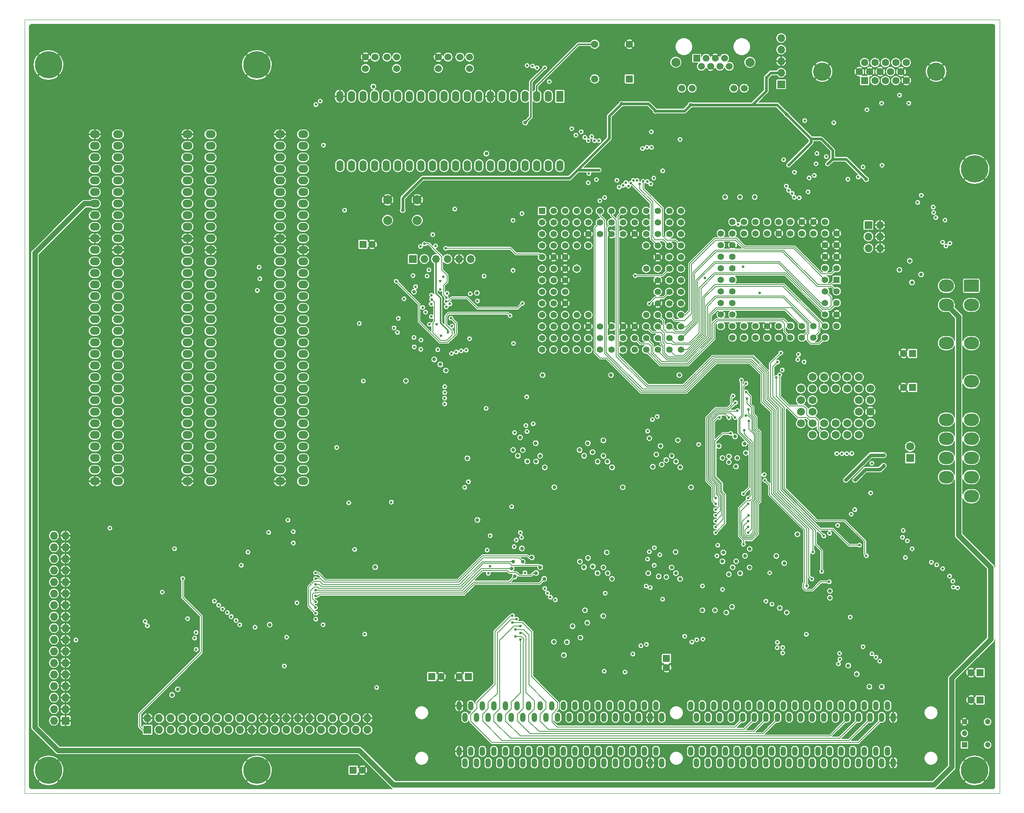
<source format=gbr>
%TF.GenerationSoftware,KiCad,Pcbnew,5.1.9*%
%TF.CreationDate,2021-03-28T04:41:58-04:00*%
%TF.ProjectId,C68,4336382e-6b69-4636-9164-5f7063625858,rev?*%
%TF.SameCoordinates,Original*%
%TF.FileFunction,Copper,L2,Inr*%
%TF.FilePolarity,Positive*%
%FSLAX46Y46*%
G04 Gerber Fmt 4.6, Leading zero omitted, Abs format (unit mm)*
G04 Created by KiCad (PCBNEW 5.1.9) date 2021-03-28 04:41:58*
%MOMM*%
%LPD*%
G01*
G04 APERTURE LIST*
%TA.AperFunction,Profile*%
%ADD10C,0.050000*%
%TD*%
%TA.AperFunction,ComponentPad*%
%ADD11O,2.200000X1.700000*%
%TD*%
%TA.AperFunction,ComponentPad*%
%ADD12R,1.200000X1.200000*%
%TD*%
%TA.AperFunction,ComponentPad*%
%ADD13C,1.200000*%
%TD*%
%TA.AperFunction,ComponentPad*%
%ADD14O,1.700000X1.700000*%
%TD*%
%TA.AperFunction,ComponentPad*%
%ADD15R,1.700000X1.700000*%
%TD*%
%TA.AperFunction,ComponentPad*%
%ADD16C,2.000000*%
%TD*%
%TA.AperFunction,ComponentPad*%
%ADD17C,1.397000*%
%TD*%
%TA.AperFunction,ComponentPad*%
%ADD18R,1.397000X1.397000*%
%TD*%
%TA.AperFunction,ComponentPad*%
%ADD19O,1.200000X2.000000*%
%TD*%
%TA.AperFunction,ComponentPad*%
%ADD20C,6.000000*%
%TD*%
%TA.AperFunction,ComponentPad*%
%ADD21C,1.600000*%
%TD*%
%TA.AperFunction,ComponentPad*%
%ADD22R,1.600000X1.600000*%
%TD*%
%TA.AperFunction,ComponentPad*%
%ADD23C,4.000000*%
%TD*%
%TA.AperFunction,ComponentPad*%
%ADD24C,1.422400*%
%TD*%
%TA.AperFunction,ComponentPad*%
%ADD25R,1.422400X1.422400*%
%TD*%
%TA.AperFunction,ComponentPad*%
%ADD26C,1.750000*%
%TD*%
%TA.AperFunction,ComponentPad*%
%ADD27O,3.300000X2.700000*%
%TD*%
%TA.AperFunction,ComponentPad*%
%ADD28C,1.524000*%
%TD*%
%TA.AperFunction,ComponentPad*%
%ADD29C,1.500000*%
%TD*%
%TA.AperFunction,ComponentPad*%
%ADD30R,1.500000X1.500000*%
%TD*%
%TA.AperFunction,ComponentPad*%
%ADD31R,1.600000X2.400000*%
%TD*%
%TA.AperFunction,ComponentPad*%
%ADD32O,1.600000X2.400000*%
%TD*%
%TA.AperFunction,ComponentPad*%
%ADD33C,1.800000*%
%TD*%
%TA.AperFunction,ComponentPad*%
%ADD34R,1.800000X1.800000*%
%TD*%
%TA.AperFunction,ComponentPad*%
%ADD35O,1.727200X1.727200*%
%TD*%
%TA.AperFunction,ComponentPad*%
%ADD36R,1.727200X1.727200*%
%TD*%
%TA.AperFunction,ViaPad*%
%ADD37C,0.600000*%
%TD*%
%TA.AperFunction,ViaPad*%
%ADD38C,0.800000*%
%TD*%
%TA.AperFunction,Conductor*%
%ADD39C,0.800000*%
%TD*%
%TA.AperFunction,Conductor*%
%ADD40C,0.600000*%
%TD*%
%TA.AperFunction,Conductor*%
%ADD41C,1.200000*%
%TD*%
%TA.AperFunction,Conductor*%
%ADD42C,0.300000*%
%TD*%
%TA.AperFunction,Conductor*%
%ADD43C,0.150000*%
%TD*%
%TA.AperFunction,Conductor*%
%ADD44C,0.200000*%
%TD*%
G04 APERTURE END LIST*
D10*
X304000000Y-210000000D02*
X90000000Y-210000000D01*
X304000000Y-40000000D02*
X304000000Y-210000000D01*
X90000000Y-40000000D02*
X304000000Y-40000000D01*
X90000000Y-210000000D02*
X90000000Y-40000000D01*
D11*
X105430000Y-65220000D03*
X110510000Y-65220000D03*
X105430000Y-67760000D03*
X105430000Y-70300000D03*
X105430000Y-72840000D03*
X105430000Y-75380000D03*
X105430000Y-77920000D03*
X105430000Y-80460000D03*
X105430000Y-83000000D03*
X105430000Y-85540000D03*
X105430000Y-88080000D03*
X105430000Y-90620000D03*
X105430000Y-93160000D03*
X105430000Y-95700000D03*
X105430000Y-98240000D03*
X105430000Y-100780000D03*
X105430000Y-103320000D03*
X105430000Y-105860000D03*
X105430000Y-108400000D03*
X105430000Y-110940000D03*
X105430000Y-113480000D03*
X105430000Y-116020000D03*
X105430000Y-118560000D03*
X105430000Y-121100000D03*
X105430000Y-123640000D03*
X105430000Y-126180000D03*
X105430000Y-128720000D03*
X105430000Y-131260000D03*
X105430000Y-133800000D03*
X105430000Y-136340000D03*
X105430000Y-138880000D03*
X105430000Y-141420000D03*
X110510000Y-67760000D03*
X110510000Y-70300000D03*
X110510000Y-72840000D03*
X110510000Y-75380000D03*
X110510000Y-77920000D03*
X110510000Y-80460000D03*
X110510000Y-83000000D03*
X110510000Y-85540000D03*
X110510000Y-88080000D03*
X110510000Y-90620000D03*
X110510000Y-93160000D03*
X110510000Y-95700000D03*
X110510000Y-98240000D03*
X110510000Y-100780000D03*
X110510000Y-103320000D03*
X110510000Y-105860000D03*
X110510000Y-108400000D03*
X110510000Y-110940000D03*
X110510000Y-113480000D03*
X110510000Y-116020000D03*
X110510000Y-118560000D03*
X110510000Y-121100000D03*
X110510000Y-123640000D03*
X110510000Y-126180000D03*
X110510000Y-128720000D03*
X110510000Y-131260000D03*
X110510000Y-133800000D03*
X110510000Y-136340000D03*
X110510000Y-138880000D03*
X110510000Y-141420000D03*
D12*
X296250000Y-199320000D03*
D13*
X296250000Y-196780000D03*
X296250000Y-194240000D03*
X301330000Y-199320000D03*
X301330000Y-194240000D03*
D14*
X277740000Y-90230000D03*
X275200000Y-90230000D03*
X277740000Y-87690000D03*
X275200000Y-87690000D03*
X277740000Y-85150000D03*
D15*
X275200000Y-85150000D03*
D14*
X187890000Y-92610000D03*
X185350000Y-92610000D03*
X182810000Y-92610000D03*
X180270000Y-92610000D03*
X177730000Y-92610000D03*
D15*
X175190000Y-92610000D03*
D16*
X176190000Y-79610000D03*
X176190000Y-84110000D03*
X169690000Y-79610000D03*
X169690000Y-84110000D03*
D17*
X234040000Y-112510000D03*
X234040000Y-109970000D03*
X234040000Y-107430000D03*
X234040000Y-104890000D03*
X234040000Y-102350000D03*
X234040000Y-99810000D03*
X234040000Y-97270000D03*
X234040000Y-94730000D03*
X234040000Y-92190000D03*
X234040000Y-89650000D03*
X234040000Y-87110000D03*
X234040000Y-84570000D03*
X234040000Y-82030000D03*
X231500000Y-112510000D03*
X231500000Y-109970000D03*
X231500000Y-107430000D03*
X231500000Y-104890000D03*
X231500000Y-102350000D03*
X231500000Y-99810000D03*
X231500000Y-97270000D03*
X231500000Y-94730000D03*
X231500000Y-92190000D03*
X231500000Y-89650000D03*
X231500000Y-87110000D03*
X231500000Y-84570000D03*
X231500000Y-82030000D03*
X228960000Y-112510000D03*
X228960000Y-109970000D03*
X228960000Y-107430000D03*
X228960000Y-104890000D03*
X228960000Y-102350000D03*
X228960000Y-99810000D03*
X228960000Y-97270000D03*
X228960000Y-94730000D03*
X228960000Y-92190000D03*
X228960000Y-89650000D03*
X228960000Y-87110000D03*
X228960000Y-84570000D03*
X228960000Y-82030000D03*
X226420000Y-112510000D03*
X226420000Y-109970000D03*
X226420000Y-107430000D03*
X226420000Y-104890000D03*
X226420000Y-94730000D03*
X226420000Y-89650000D03*
X226420000Y-87110000D03*
X226420000Y-84570000D03*
X226420000Y-82030000D03*
X223880000Y-112510000D03*
X223880000Y-109970000D03*
X223880000Y-107430000D03*
X223880000Y-87110000D03*
X223880000Y-84570000D03*
X223880000Y-82030000D03*
X221340000Y-112510000D03*
X221340000Y-109970000D03*
X221340000Y-107430000D03*
X221340000Y-87110000D03*
X221340000Y-84570000D03*
X221340000Y-82030000D03*
X218800000Y-112510000D03*
X218800000Y-109970000D03*
X218800000Y-107430000D03*
X218800000Y-87110000D03*
X218800000Y-84570000D03*
X218800000Y-82030000D03*
X216260000Y-112510000D03*
X216260000Y-109970000D03*
X216260000Y-107430000D03*
X216260000Y-87110000D03*
X216260000Y-84570000D03*
X216260000Y-82030000D03*
X213720000Y-112510000D03*
X213720000Y-109970000D03*
X213720000Y-107430000D03*
X213720000Y-104890000D03*
X213720000Y-89650000D03*
X213720000Y-87110000D03*
X213720000Y-84570000D03*
X213720000Y-82030000D03*
X211180000Y-112510000D03*
X211180000Y-109970000D03*
X211180000Y-107430000D03*
X211180000Y-104890000D03*
X211180000Y-94730000D03*
X211180000Y-89650000D03*
X211180000Y-87110000D03*
X211180000Y-84570000D03*
X211180000Y-82030000D03*
X208640000Y-112510000D03*
X208640000Y-109970000D03*
X208640000Y-107430000D03*
X208640000Y-104890000D03*
X208640000Y-102350000D03*
X208640000Y-99810000D03*
X208640000Y-97270000D03*
X208640000Y-94730000D03*
X208640000Y-92190000D03*
X208640000Y-89650000D03*
X208640000Y-87110000D03*
X208640000Y-84570000D03*
X208640000Y-82030000D03*
X206100000Y-112510000D03*
X206100000Y-109970000D03*
X206100000Y-107430000D03*
X206100000Y-104890000D03*
X206100000Y-102350000D03*
X206100000Y-99810000D03*
X206100000Y-97270000D03*
X206100000Y-94730000D03*
X206100000Y-92190000D03*
X206100000Y-89650000D03*
X206100000Y-87110000D03*
X206100000Y-84570000D03*
X206100000Y-82030000D03*
X203560000Y-112510000D03*
X203560000Y-109970000D03*
X203560000Y-107430000D03*
X203560000Y-104890000D03*
X203560000Y-102350000D03*
X203560000Y-99810000D03*
X203560000Y-97270000D03*
X203560000Y-94730000D03*
X203560000Y-92190000D03*
X203560000Y-89650000D03*
X203560000Y-87110000D03*
X203560000Y-84570000D03*
D18*
X203560000Y-82030000D03*
D19*
X280652000Y-193266000D03*
X278112000Y-193266000D03*
X275572000Y-193266000D03*
X273032000Y-193266000D03*
X270492000Y-193266000D03*
X267952000Y-193266000D03*
X265412000Y-193266000D03*
X262872000Y-193266000D03*
X260332000Y-193266000D03*
X257792000Y-193266000D03*
X255252000Y-193266000D03*
X252712000Y-193266000D03*
X250172000Y-193266000D03*
X247632000Y-193266000D03*
X245092000Y-193266000D03*
X242552000Y-193266000D03*
X240012000Y-193266000D03*
X237472000Y-193266000D03*
X236202000Y-190726000D03*
X238742000Y-190726000D03*
X241282000Y-190726000D03*
X243822000Y-190726000D03*
X246362000Y-190726000D03*
X248902000Y-190726000D03*
X251442000Y-190726000D03*
X253982000Y-190726000D03*
X256522000Y-190726000D03*
X259062000Y-190726000D03*
X261602000Y-190726000D03*
X264142000Y-190726000D03*
X266682000Y-190726000D03*
X269222000Y-190726000D03*
X271762000Y-190726000D03*
X274302000Y-190726000D03*
X276842000Y-190726000D03*
X279382000Y-190726000D03*
X228582000Y-190726000D03*
X226042000Y-190726000D03*
X223502000Y-190726000D03*
X220962000Y-190726000D03*
X218422000Y-190726000D03*
X215882000Y-190726000D03*
X213342000Y-190726000D03*
X210802000Y-190726000D03*
X208262000Y-190726000D03*
X205722000Y-190726000D03*
X203182000Y-190726000D03*
X200642000Y-190726000D03*
X198102000Y-190726000D03*
X195562000Y-190726000D03*
X193022000Y-190726000D03*
X190482000Y-190726000D03*
X187942000Y-190726000D03*
X185402000Y-190726000D03*
X186672000Y-193266000D03*
X189212000Y-193266000D03*
X191752000Y-193266000D03*
X194292000Y-193266000D03*
X196832000Y-193266000D03*
X199372000Y-193266000D03*
X201912000Y-193266000D03*
X204452000Y-193266000D03*
X206992000Y-193266000D03*
X209532000Y-193266000D03*
X212072000Y-193266000D03*
X214612000Y-193266000D03*
X217152000Y-193266000D03*
X219692000Y-193266000D03*
X222232000Y-193266000D03*
X224772000Y-193266000D03*
X227312000Y-193266000D03*
X229852000Y-193266000D03*
D20*
X140990000Y-49980000D03*
X298470000Y-72840000D03*
X298470000Y-204920000D03*
X140990000Y-204920000D03*
D11*
X125750000Y-65220000D03*
X130830000Y-65220000D03*
X125750000Y-67760000D03*
X125750000Y-70300000D03*
X125750000Y-72840000D03*
X125750000Y-75380000D03*
X125750000Y-77920000D03*
X125750000Y-80460000D03*
X125750000Y-83000000D03*
X125750000Y-85540000D03*
X125750000Y-88080000D03*
X125750000Y-90620000D03*
X125750000Y-93160000D03*
X125750000Y-95700000D03*
X125750000Y-98240000D03*
X125750000Y-100780000D03*
X125750000Y-103320000D03*
X125750000Y-105860000D03*
X125750000Y-108400000D03*
X125750000Y-110940000D03*
X125750000Y-113480000D03*
X125750000Y-116020000D03*
X125750000Y-118560000D03*
X125750000Y-121100000D03*
X125750000Y-123640000D03*
X125750000Y-126180000D03*
X125750000Y-128720000D03*
X125750000Y-131260000D03*
X125750000Y-133800000D03*
X125750000Y-136340000D03*
X125750000Y-138880000D03*
X125750000Y-141420000D03*
X130830000Y-67760000D03*
X130830000Y-70300000D03*
X130830000Y-72840000D03*
X130830000Y-75380000D03*
X130830000Y-77920000D03*
X130830000Y-80460000D03*
X130830000Y-83000000D03*
X130830000Y-85540000D03*
X130830000Y-88080000D03*
X130830000Y-90620000D03*
X130830000Y-93160000D03*
X130830000Y-95700000D03*
X130830000Y-98240000D03*
X130830000Y-100780000D03*
X130830000Y-103320000D03*
X130830000Y-105860000D03*
X130830000Y-108400000D03*
X130830000Y-110940000D03*
X130830000Y-113480000D03*
X130830000Y-116020000D03*
X130830000Y-118560000D03*
X130830000Y-121100000D03*
X130830000Y-123640000D03*
X130830000Y-126180000D03*
X130830000Y-128720000D03*
X130830000Y-131260000D03*
X130830000Y-133800000D03*
X130830000Y-136340000D03*
X130830000Y-138880000D03*
X130830000Y-141420000D03*
X146070000Y-65220000D03*
X151150000Y-65220000D03*
X146070000Y-67760000D03*
X146070000Y-70300000D03*
X146070000Y-72840000D03*
X146070000Y-75380000D03*
X146070000Y-77920000D03*
X146070000Y-80460000D03*
X146070000Y-83000000D03*
X146070000Y-85540000D03*
X146070000Y-88080000D03*
X146070000Y-90620000D03*
X146070000Y-93160000D03*
X146070000Y-95700000D03*
X146070000Y-98240000D03*
X146070000Y-100780000D03*
X146070000Y-103320000D03*
X146070000Y-105860000D03*
X146070000Y-108400000D03*
X146070000Y-110940000D03*
X146070000Y-113480000D03*
X146070000Y-116020000D03*
X146070000Y-118560000D03*
X146070000Y-121100000D03*
X146070000Y-123640000D03*
X146070000Y-126180000D03*
X146070000Y-128720000D03*
X146070000Y-131260000D03*
X146070000Y-133800000D03*
X146070000Y-136340000D03*
X146070000Y-138880000D03*
X146070000Y-141420000D03*
X151150000Y-67760000D03*
X151150000Y-70300000D03*
X151150000Y-72840000D03*
X151150000Y-75380000D03*
X151150000Y-77920000D03*
X151150000Y-80460000D03*
X151150000Y-83000000D03*
X151150000Y-85540000D03*
X151150000Y-88080000D03*
X151150000Y-90620000D03*
X151150000Y-93160000D03*
X151150000Y-95700000D03*
X151150000Y-98240000D03*
X151150000Y-100780000D03*
X151150000Y-103320000D03*
X151150000Y-105860000D03*
X151150000Y-108400000D03*
X151150000Y-110940000D03*
X151150000Y-113480000D03*
X151150000Y-116020000D03*
X151150000Y-118560000D03*
X151150000Y-121100000D03*
X151150000Y-123640000D03*
X151150000Y-126180000D03*
X151150000Y-128720000D03*
X151150000Y-131260000D03*
X151150000Y-133800000D03*
X151150000Y-136340000D03*
X151150000Y-138880000D03*
X151150000Y-141420000D03*
D14*
X256035095Y-44069404D03*
X256035095Y-46609404D03*
X256035095Y-49149404D03*
X256035095Y-51689404D03*
D15*
X256035095Y-54229404D03*
D20*
X95270000Y-204920000D03*
X95270000Y-49980000D03*
D19*
X280652000Y-203266000D03*
X278112000Y-203266000D03*
X275572000Y-203266000D03*
X273032000Y-203266000D03*
X270492000Y-203266000D03*
X267952000Y-203266000D03*
X265412000Y-203266000D03*
X262872000Y-203266000D03*
X260332000Y-203266000D03*
X257792000Y-203266000D03*
X255252000Y-203266000D03*
X252712000Y-203266000D03*
X250172000Y-203266000D03*
X247632000Y-203266000D03*
X245092000Y-203266000D03*
X242552000Y-203266000D03*
X240012000Y-203266000D03*
X237472000Y-203266000D03*
X236202000Y-200726000D03*
X238742000Y-200726000D03*
X241282000Y-200726000D03*
X243822000Y-200726000D03*
X246362000Y-200726000D03*
X248902000Y-200726000D03*
X251442000Y-200726000D03*
X253982000Y-200726000D03*
X256522000Y-200726000D03*
X259062000Y-200726000D03*
X261602000Y-200726000D03*
X264142000Y-200726000D03*
X266682000Y-200726000D03*
X269222000Y-200726000D03*
X271762000Y-200726000D03*
X274302000Y-200726000D03*
X276842000Y-200726000D03*
X279382000Y-200726000D03*
X228582000Y-200726000D03*
X226042000Y-200726000D03*
X223502000Y-200726000D03*
X220962000Y-200726000D03*
X218422000Y-200726000D03*
X215882000Y-200726000D03*
X213342000Y-200726000D03*
X210802000Y-200726000D03*
X208262000Y-200726000D03*
X205722000Y-200726000D03*
X203182000Y-200726000D03*
X200642000Y-200726000D03*
X198102000Y-200726000D03*
X195562000Y-200726000D03*
X193022000Y-200726000D03*
X190482000Y-200726000D03*
X187942000Y-200726000D03*
X185402000Y-200726000D03*
X186672000Y-203266000D03*
X189212000Y-203266000D03*
X191752000Y-203266000D03*
X194292000Y-203266000D03*
X196832000Y-203266000D03*
X199372000Y-203266000D03*
X201912000Y-203266000D03*
X204452000Y-203266000D03*
X206992000Y-203266000D03*
X209532000Y-203266000D03*
X212072000Y-203266000D03*
X214612000Y-203266000D03*
X217152000Y-203266000D03*
X219692000Y-203266000D03*
X222232000Y-203266000D03*
X224772000Y-203266000D03*
X227312000Y-203266000D03*
X229852000Y-203266000D03*
D21*
X278910000Y-53420000D03*
X281200000Y-53420000D03*
X283490000Y-53420000D03*
X276620000Y-53420000D03*
D22*
X274330000Y-53420000D03*
D23*
X265035000Y-51440000D03*
D21*
X283490000Y-49460000D03*
X281200000Y-49460000D03*
X278910000Y-49460000D03*
X276620000Y-49460000D03*
X274330000Y-49460000D03*
X275475000Y-51440000D03*
X273185000Y-51440000D03*
X280055000Y-51440000D03*
X282345000Y-51440000D03*
X277765000Y-51440000D03*
D23*
X290025000Y-51440000D03*
D21*
X185380000Y-184320000D03*
D22*
X187380000Y-184320000D03*
D21*
X230880000Y-182320000D03*
D22*
X230880000Y-180320000D03*
D21*
X297710000Y-183440000D03*
D22*
X299710000Y-183440000D03*
D21*
X297710000Y-189440000D03*
D22*
X299710000Y-189440000D03*
D21*
X164130000Y-204870000D03*
D22*
X162130000Y-204870000D03*
D21*
X181380000Y-184320000D03*
D22*
X179380000Y-184320000D03*
D21*
X282880000Y-120820000D03*
D22*
X284880000Y-120820000D03*
D21*
X282880000Y-113320000D03*
D22*
X284880000Y-113320000D03*
D21*
X166270000Y-89390000D03*
D22*
X164270000Y-89390000D03*
D24*
X265680000Y-109850000D03*
X263140000Y-109850000D03*
X260600000Y-109850000D03*
X258060000Y-109850000D03*
X255520000Y-109850000D03*
X252980000Y-109850000D03*
X250440000Y-109850000D03*
X247900000Y-109850000D03*
X268220000Y-107310000D03*
X263140000Y-107310000D03*
X260600000Y-107310000D03*
X258060000Y-107310000D03*
X255520000Y-107310000D03*
X252980000Y-107310000D03*
X250440000Y-107310000D03*
X247900000Y-107310000D03*
X245360000Y-107310000D03*
X242820000Y-107310000D03*
X242820000Y-104770000D03*
X242820000Y-102230000D03*
X242820000Y-99690000D03*
X242820000Y-97150000D03*
X242820000Y-94610000D03*
X242820000Y-92070000D03*
X242820000Y-89530000D03*
X242820000Y-86990000D03*
X245360000Y-109850000D03*
X245360000Y-104770000D03*
X245360000Y-102230000D03*
X245360000Y-99690000D03*
X245360000Y-97150000D03*
X245360000Y-94610000D03*
X245360000Y-92070000D03*
X245360000Y-89530000D03*
X245360000Y-86990000D03*
X245360000Y-84450000D03*
X247900000Y-84450000D03*
X250440000Y-84450000D03*
X252980000Y-84450000D03*
X255520000Y-84450000D03*
X258060000Y-84450000D03*
X260600000Y-84450000D03*
X263140000Y-84450000D03*
X265680000Y-84450000D03*
X247900000Y-86990000D03*
X250440000Y-86990000D03*
X252980000Y-86990000D03*
X255520000Y-86990000D03*
X258060000Y-86990000D03*
X260600000Y-86990000D03*
X263140000Y-86990000D03*
X265680000Y-86990000D03*
X268220000Y-104770000D03*
X268220000Y-102230000D03*
X268220000Y-99690000D03*
X268220000Y-86990000D03*
X268220000Y-89530000D03*
X268220000Y-92070000D03*
X268220000Y-94610000D03*
D25*
X268220000Y-97150000D03*
D24*
X265680000Y-107310000D03*
X265680000Y-104770000D03*
X265680000Y-102230000D03*
X265680000Y-99690000D03*
X265680000Y-89530000D03*
X265680000Y-92070000D03*
X265680000Y-94610000D03*
X265680000Y-97150000D03*
D26*
X262910000Y-118530000D03*
X265450000Y-118530000D03*
X267990000Y-118530000D03*
X270530000Y-118530000D03*
X273070000Y-118530000D03*
X265450000Y-121070000D03*
X267990000Y-121070000D03*
X270530000Y-121070000D03*
X275610000Y-121070000D03*
X275610000Y-123610000D03*
X275610000Y-126150000D03*
X275610000Y-128690000D03*
X273070000Y-121070000D03*
X273070000Y-123610000D03*
X273070000Y-126150000D03*
X273070000Y-128690000D03*
X273070000Y-131230000D03*
X270530000Y-131230000D03*
X267990000Y-131230000D03*
X265450000Y-131230000D03*
X262910000Y-131230000D03*
X270530000Y-128690000D03*
X267990000Y-128690000D03*
X265450000Y-128690000D03*
X262910000Y-128690000D03*
X260370000Y-121070000D03*
X260370000Y-123610000D03*
X260370000Y-128690000D03*
X260370000Y-126150000D03*
X262910000Y-118530000D03*
X262910000Y-121070000D03*
X262910000Y-126150000D03*
X262910000Y-123610000D03*
%TA.AperFunction,ComponentPad*%
G36*
G01*
X296375001Y-97140000D02*
X299174999Y-97140000D01*
G75*
G02*
X299425000Y-97390001I0J-250001D01*
G01*
X299425000Y-99589999D01*
G75*
G02*
X299174999Y-99840000I-250001J0D01*
G01*
X296375001Y-99840000D01*
G75*
G02*
X296125000Y-99589999I0J250001D01*
G01*
X296125000Y-97390001D01*
G75*
G02*
X296375001Y-97140000I250001J0D01*
G01*
G37*
%TD.AperFunction*%
D27*
X297775000Y-102690000D03*
X297775000Y-106890000D03*
X297775000Y-111090000D03*
X297775000Y-115290000D03*
X297775000Y-119490000D03*
X297775000Y-123690000D03*
X297775000Y-127890000D03*
X297775000Y-132090000D03*
X297775000Y-136290000D03*
X297775000Y-140490000D03*
X297775000Y-144690000D03*
X292275000Y-98490000D03*
X292275000Y-102690000D03*
X292275000Y-106890000D03*
X292275000Y-111090000D03*
X292275000Y-115290000D03*
X292275000Y-119490000D03*
X292275000Y-123690000D03*
X292275000Y-127890000D03*
X292275000Y-132090000D03*
X292275000Y-136290000D03*
X292275000Y-140490000D03*
X292275000Y-144690000D03*
D28*
X171630000Y-50760000D03*
X164830000Y-50760000D03*
X164830000Y-48260000D03*
X171630000Y-48260000D03*
X169530000Y-48260000D03*
X166930000Y-48260000D03*
X187630000Y-50760000D03*
X180830000Y-50760000D03*
X180830000Y-48260000D03*
X187630000Y-48260000D03*
X185530000Y-48260000D03*
X182930000Y-48260000D03*
D29*
X247920000Y-55100000D03*
X245630000Y-55100000D03*
X236490000Y-55100000D03*
X234200000Y-55100000D03*
D16*
X232930000Y-49390000D03*
X249190000Y-49390000D03*
D29*
X244640000Y-50280000D03*
X242600000Y-50280000D03*
X240560000Y-50280000D03*
X238520000Y-50280000D03*
X243620000Y-48500000D03*
X241580000Y-48500000D03*
X239540000Y-48500000D03*
D30*
X237500000Y-48500000D03*
D31*
X207460000Y-56870000D03*
D32*
X159200000Y-72110000D03*
X204920000Y-56870000D03*
X161740000Y-72110000D03*
X202380000Y-56870000D03*
X164280000Y-72110000D03*
X199840000Y-56870000D03*
X166820000Y-72110000D03*
X197300000Y-56870000D03*
X169360000Y-72110000D03*
X194760000Y-56870000D03*
X171900000Y-72110000D03*
X192220000Y-56870000D03*
X174440000Y-72110000D03*
X189680000Y-56870000D03*
X176980000Y-72110000D03*
X187140000Y-56870000D03*
X179520000Y-72110000D03*
X184600000Y-56870000D03*
X182060000Y-72110000D03*
X182060000Y-56870000D03*
X184600000Y-72110000D03*
X179520000Y-56870000D03*
X187140000Y-72110000D03*
X176980000Y-56870000D03*
X189680000Y-72110000D03*
X174440000Y-56870000D03*
X192220000Y-72110000D03*
X171900000Y-56870000D03*
X194760000Y-72110000D03*
X169360000Y-56870000D03*
X197300000Y-72110000D03*
X166820000Y-56870000D03*
X199840000Y-72110000D03*
X164280000Y-56870000D03*
X202380000Y-72110000D03*
X161740000Y-56870000D03*
X204920000Y-72110000D03*
X159200000Y-56870000D03*
X207460000Y-72110000D03*
D22*
X222740000Y-53050000D03*
D21*
X215120000Y-53050000D03*
X215120000Y-45430000D03*
X222740000Y-45430000D03*
D33*
X284325000Y-133800000D03*
D34*
X284325000Y-136340000D03*
D35*
X165260000Y-193460000D03*
X165260000Y-196000000D03*
X162720000Y-193460000D03*
X162720000Y-196000000D03*
X160180000Y-193460000D03*
X160180000Y-196000000D03*
X157640000Y-193460000D03*
X157640000Y-196000000D03*
X155100000Y-193460000D03*
X155100000Y-196000000D03*
X152560000Y-193460000D03*
X152560000Y-196000000D03*
X150020000Y-193460000D03*
X150020000Y-196000000D03*
X147480000Y-193460000D03*
X147480000Y-196000000D03*
X144940000Y-193460000D03*
X144940000Y-196000000D03*
X142400000Y-193460000D03*
X142400000Y-196000000D03*
X139860000Y-193460000D03*
X139860000Y-196000000D03*
X137320000Y-193460000D03*
X137320000Y-196000000D03*
X134780000Y-193460000D03*
X134780000Y-196000000D03*
X132240000Y-193460000D03*
X132240000Y-196000000D03*
X129700000Y-193460000D03*
X129700000Y-196000000D03*
X127160000Y-193460000D03*
X127160000Y-196000000D03*
X124620000Y-193460000D03*
X124620000Y-196000000D03*
X122080000Y-193460000D03*
X122080000Y-196000000D03*
X119540000Y-193460000D03*
X119540000Y-196000000D03*
X117000000Y-193460000D03*
D36*
X117000000Y-196000000D03*
D35*
X96460000Y-153360000D03*
X99000000Y-153360000D03*
X96460000Y-155900000D03*
X99000000Y-155900000D03*
X96460000Y-158440000D03*
X99000000Y-158440000D03*
X96460000Y-160980000D03*
X99000000Y-160980000D03*
X96460000Y-163520000D03*
X99000000Y-163520000D03*
X96460000Y-166060000D03*
X99000000Y-166060000D03*
X96460000Y-168600000D03*
X99000000Y-168600000D03*
X96460000Y-171140000D03*
X99000000Y-171140000D03*
X96460000Y-173680000D03*
X99000000Y-173680000D03*
X96460000Y-176220000D03*
X99000000Y-176220000D03*
X96460000Y-178760000D03*
X99000000Y-178760000D03*
X96460000Y-181300000D03*
X99000000Y-181300000D03*
X96460000Y-183840000D03*
X99000000Y-183840000D03*
X96460000Y-186380000D03*
X99000000Y-186380000D03*
X96460000Y-188920000D03*
X99000000Y-188920000D03*
X96460000Y-191460000D03*
X99000000Y-191460000D03*
X96460000Y-194000000D03*
D36*
X99000000Y-194000000D03*
D37*
X288540000Y-60630000D03*
X278920000Y-60590000D03*
D38*
X177510000Y-136360000D03*
X177570000Y-151380000D03*
D37*
X177000000Y-96380000D03*
D38*
X241780000Y-163100000D03*
D37*
X266900000Y-75840000D03*
X234475000Y-63625000D03*
X269550000Y-60600000D03*
X280550000Y-75100000D03*
X299975000Y-90350000D03*
X291225000Y-91625000D03*
X245650000Y-116600000D03*
X230700000Y-116625000D03*
X215725000Y-116625000D03*
X200700000Y-116600000D03*
X186675000Y-125575000D03*
X159100000Y-147500000D03*
X147275000Y-156325000D03*
X211625000Y-138375000D03*
X224600000Y-139850000D03*
X238725000Y-140150000D03*
X191900000Y-162825000D03*
X209500000Y-164175000D03*
X224625000Y-63225000D03*
X217850000Y-69050000D03*
X269275000Y-63375000D03*
X245090000Y-66990000D03*
X226580000Y-162860000D03*
X150580000Y-202280000D03*
X268780000Y-78760000D03*
X171170000Y-175260000D03*
X161590000Y-171710000D03*
X153840000Y-160290000D03*
X281811640Y-177013360D03*
X163760000Y-160285000D03*
X216730000Y-69020000D03*
X239950000Y-85470000D03*
X190940000Y-81720000D03*
X214390000Y-74850000D03*
X219800000Y-74260000D03*
X164630000Y-130360000D03*
X232470000Y-66980000D03*
X239950000Y-84120000D03*
X265650000Y-61200000D03*
X197025000Y-140350000D03*
X196325000Y-138850000D03*
X300350000Y-170075000D03*
X295175000Y-158275000D03*
X287925000Y-151075000D03*
X264850000Y-154625000D03*
X125300000Y-177700000D03*
X132125000Y-161900000D03*
X121700000Y-167475000D03*
X197550000Y-45325000D03*
X253950000Y-64125000D03*
X233625000Y-51200000D03*
X279650000Y-68570000D03*
X186500000Y-110710000D03*
X165625000Y-141125000D03*
X293000000Y-154500000D03*
X141500000Y-149500000D03*
X108740000Y-151710000D03*
X184420000Y-81620000D03*
D38*
X187190000Y-136360000D03*
X233690000Y-118100000D03*
X236280000Y-142730000D03*
X221290000Y-142730000D03*
D37*
X239300000Y-96740000D03*
X197310000Y-111140000D03*
D38*
X203690000Y-118100000D03*
D37*
X197190000Y-84110000D03*
D38*
X218690000Y-118100000D03*
X173690000Y-119360000D03*
X206260000Y-142730000D03*
D37*
X197190000Y-95110000D03*
X205160000Y-53640000D03*
D38*
X143815000Y-172925000D03*
X166960000Y-160280000D03*
D37*
X120237500Y-165762500D03*
D38*
X244000000Y-170250000D03*
X255750000Y-169250000D03*
X275400000Y-186540000D03*
X272620000Y-183760000D03*
X123620000Y-187090000D03*
X257250000Y-170250000D03*
X245270000Y-169000000D03*
X266750000Y-165500000D03*
X238750000Y-169750000D03*
X278120000Y-186540000D03*
X270760000Y-181900000D03*
D37*
X266670000Y-152850000D03*
D38*
X122370000Y-188340000D03*
X189390000Y-149910000D03*
D37*
X155600000Y-67600000D03*
D38*
X254970000Y-157830000D03*
X256710000Y-159400000D03*
X259600000Y-153050000D03*
X209030000Y-176740000D03*
X206170000Y-176670000D03*
X208360000Y-179610000D03*
X284250000Y-93000000D03*
X282000000Y-95000000D03*
X284750000Y-97750000D03*
X286750000Y-96000000D03*
X243750000Y-79000000D03*
X247000000Y-79000000D03*
X250250000Y-79000000D03*
X182460000Y-117080000D03*
X179910000Y-114650000D03*
X181250000Y-115750000D03*
X212000000Y-175750000D03*
X210250000Y-173250000D03*
X213500000Y-172500000D03*
X213000000Y-169750000D03*
X217000000Y-171000000D03*
X241500000Y-169750000D03*
X266750000Y-167000000D03*
X272260000Y-141120000D03*
X278560000Y-137980000D03*
X278560000Y-135670000D03*
X270240000Y-141120000D03*
D37*
X158500000Y-134000000D03*
X170500000Y-146000000D03*
X266229940Y-71726024D03*
X264836940Y-66231804D03*
X252755095Y-52749404D03*
X216092359Y-73038783D03*
X257680000Y-71990000D03*
D38*
X189290000Y-100040000D03*
X175480000Y-99780000D03*
X172990000Y-81870000D03*
X228460000Y-60060000D03*
X236190000Y-58720000D03*
X257240000Y-60850000D03*
X221016095Y-58523905D03*
X274715000Y-75085000D03*
D37*
X182940000Y-108700000D03*
X244600000Y-127450000D03*
X241655000Y-150165000D03*
X221960000Y-75820000D03*
X241655000Y-148895000D03*
X245910000Y-127410000D03*
X221400000Y-76420000D03*
X248880000Y-125640000D03*
X248800000Y-150155000D03*
X220480000Y-76820000D03*
X248300000Y-126970000D03*
X248830000Y-151425000D03*
X219990000Y-75310000D03*
X247940000Y-130240000D03*
X247760000Y-155255000D03*
X226740000Y-130410000D03*
X186600000Y-142750000D03*
X191525000Y-156550000D03*
X215510000Y-75170000D03*
X248940000Y-128190000D03*
X227790000Y-127860000D03*
X248780000Y-152695000D03*
X192175000Y-153375000D03*
X187425000Y-141525000D03*
X213860000Y-73830000D03*
X181230000Y-97460000D03*
X182430000Y-90250000D03*
X255260000Y-115230000D03*
X274740000Y-157770000D03*
X216250000Y-79790000D03*
X217310000Y-79090000D03*
X181870000Y-96500000D03*
X189390000Y-101820000D03*
X187810000Y-100250000D03*
X182550000Y-103100000D03*
X181210000Y-99260000D03*
X183360000Y-102460000D03*
X183580000Y-105600000D03*
X256590000Y-70790000D03*
X225600000Y-68350000D03*
X171570000Y-97490000D03*
X147510000Y-175670000D03*
X256270000Y-116960000D03*
X265400000Y-153425000D03*
X247740000Y-144140000D03*
X247320000Y-119210000D03*
X268450000Y-151100000D03*
X241655000Y-145085000D03*
X246040000Y-124150000D03*
X272200000Y-147650000D03*
X248790000Y-146345000D03*
X248340000Y-121835000D03*
X241655000Y-146355000D03*
X245470000Y-122660000D03*
X191290000Y-125410000D03*
X178740000Y-95010000D03*
X275675000Y-144000000D03*
D38*
X228640000Y-135540000D03*
D37*
X228190000Y-159880000D03*
X226730000Y-158510000D03*
X248790000Y-145075000D03*
X248320000Y-119930000D03*
X241655000Y-147625000D03*
X246450000Y-125900000D03*
X275930000Y-137480000D03*
X213710000Y-75850000D03*
D38*
X226890000Y-161610000D03*
X227880000Y-138220000D03*
X232960000Y-137090000D03*
X232940000Y-161600000D03*
D37*
X227320000Y-164780000D03*
D38*
X229560000Y-133660000D03*
D37*
X227100000Y-156900000D03*
X229400000Y-157570000D03*
X248850000Y-148885000D03*
X248570000Y-123290000D03*
D38*
X248280000Y-135170000D03*
X249090000Y-160340000D03*
X248110000Y-157780000D03*
X248000000Y-133190000D03*
D37*
X241940000Y-157790000D03*
D38*
X229160000Y-162320000D03*
X229820000Y-137750000D03*
X232020000Y-135830000D03*
X231990000Y-160340000D03*
D37*
X226410000Y-164440000D03*
X182490000Y-101930000D03*
X199250000Y-102350000D03*
X224025000Y-96250000D03*
X178340000Y-96340000D03*
X180200000Y-89730000D03*
X227600000Y-68070000D03*
X124730000Y-162780000D03*
X161160000Y-146160000D03*
X255960000Y-113230000D03*
X273220000Y-155460000D03*
X179340000Y-101470000D03*
X196550000Y-105025000D03*
X227100000Y-102400000D03*
D38*
X244590000Y-135970000D03*
X245400000Y-160310000D03*
D37*
X238770000Y-164410000D03*
D38*
X246400000Y-136290000D03*
X246170000Y-158980000D03*
D37*
X253530000Y-161530000D03*
D38*
X243350000Y-157070000D03*
X242370000Y-133690000D03*
X233860000Y-162870000D03*
X233880000Y-138350000D03*
D37*
X246620000Y-85010000D03*
D38*
X243160000Y-159020000D03*
X243170000Y-136290000D03*
X247040000Y-161630000D03*
X246120000Y-138180000D03*
D37*
X243170000Y-165170000D03*
D38*
X244550000Y-137210000D03*
X244550000Y-161840000D03*
X230850000Y-162440000D03*
X230820000Y-136770000D03*
D37*
X183780000Y-107360000D03*
X200200000Y-122880000D03*
X181400000Y-109470000D03*
X200040000Y-129170000D03*
X180680000Y-112520000D03*
X196900000Y-146990000D03*
X176970000Y-112440000D03*
X199070000Y-153770000D03*
X175530000Y-111910000D03*
X180440000Y-106930000D03*
X160240000Y-81890000D03*
X179240000Y-102510000D03*
X177380000Y-103240000D03*
X178000000Y-104270000D03*
X171100000Y-107740000D03*
X179270000Y-105250000D03*
X172030000Y-105630000D03*
X182200000Y-124440000D03*
X182200000Y-123170000D03*
X141090000Y-99510000D03*
X182220000Y-121920000D03*
X141640000Y-96950000D03*
X182220000Y-120640000D03*
X141480000Y-94400000D03*
X175820000Y-98680000D03*
X164350000Y-119400000D03*
X226600000Y-68050000D03*
X187660000Y-110100000D03*
X179580000Y-87250000D03*
X153920000Y-171700000D03*
X167280000Y-186700000D03*
X147010000Y-181990000D03*
X164660000Y-175000000D03*
X190840000Y-96370000D03*
D38*
X166550000Y-54725000D03*
D37*
X200275000Y-50100000D03*
X261090000Y-115200000D03*
X292200000Y-89750000D03*
X259690000Y-114700000D03*
X291475000Y-88925000D03*
X259840000Y-113550000D03*
X293075000Y-89125000D03*
X227550000Y-64670000D03*
X233850000Y-66350000D03*
X230040000Y-73240000D03*
X289500000Y-82380000D03*
X228110000Y-74830000D03*
X178860000Y-106950000D03*
X289400000Y-81190000D03*
X270680000Y-75080000D03*
X202470000Y-50610000D03*
X285990000Y-80180000D03*
X201480000Y-50230000D03*
X286790000Y-78610000D03*
X199160000Y-82610000D03*
X186930000Y-112620000D03*
D38*
X249120000Y-156270000D03*
X245930000Y-131580000D03*
D37*
X252700000Y-167770000D03*
D38*
X232880000Y-156940000D03*
X233380000Y-132400000D03*
D37*
X185810000Y-112770000D03*
X230030000Y-167310000D03*
D38*
X199140000Y-156170000D03*
X198750000Y-131770000D03*
D37*
X183690000Y-113360000D03*
X206490000Y-167470000D03*
D38*
X217020000Y-132440000D03*
D37*
X184730000Y-113020000D03*
D38*
X217770000Y-157040000D03*
D37*
X217440000Y-166000000D03*
X175250000Y-96250000D03*
X176900000Y-89850000D03*
D38*
X191350000Y-69440000D03*
X199880000Y-62640000D03*
D37*
X204160000Y-50610000D03*
X278080000Y-58390000D03*
X284040000Y-58390000D03*
X282010000Y-56610000D03*
X274870000Y-59810000D03*
X265950000Y-70125000D03*
X263900000Y-69430000D03*
X258960000Y-73540000D03*
X272950000Y-74600000D03*
X263690000Y-71690000D03*
X294725000Y-164825000D03*
X293825000Y-164650000D03*
X293725000Y-163350000D03*
X293000000Y-162250000D03*
X291475000Y-160600000D03*
X290175000Y-159775000D03*
X289000000Y-159200000D03*
X284775000Y-156250000D03*
X256375000Y-179125000D03*
X283725000Y-154500000D03*
X255175000Y-177975000D03*
X282675000Y-153725000D03*
X255212500Y-176787500D03*
X282825000Y-152225000D03*
X283300000Y-158150000D03*
X256387500Y-177937500D03*
X271200000Y-171250000D03*
X217200000Y-183125000D03*
X226475000Y-177250000D03*
X274000000Y-177775000D03*
X225250000Y-177550000D03*
X275950000Y-179325000D03*
X223500000Y-179350000D03*
X276850000Y-180050000D03*
X221775000Y-183325000D03*
X277675000Y-180925000D03*
X237525000Y-176225000D03*
X261560000Y-175020000D03*
X238875000Y-176075000D03*
X268610000Y-181530000D03*
X234875000Y-175475000D03*
X268850000Y-179225000D03*
X236450000Y-176725000D03*
X268930000Y-180490000D03*
X262775000Y-162900000D03*
X261625000Y-164375000D03*
X264925000Y-161225000D03*
X262975000Y-156950000D03*
X101275000Y-176275000D03*
X116950000Y-173150000D03*
X127675000Y-178350000D03*
X116450000Y-172200000D03*
X127325000Y-175875000D03*
X127650000Y-174625000D03*
X131660000Y-167750000D03*
X132600000Y-168630000D03*
X133460000Y-169450000D03*
X134520000Y-170260000D03*
X135350000Y-171140000D03*
X136420000Y-171990000D03*
X137240000Y-172920000D03*
X140580000Y-173480000D03*
X143590000Y-152660000D03*
X289980000Y-83490000D03*
X148980000Y-154970000D03*
X154890000Y-57920000D03*
X148980000Y-152480000D03*
X153930000Y-58700000D03*
X291980000Y-84060000D03*
X163470000Y-106760000D03*
X149790000Y-168120000D03*
X155520000Y-172930000D03*
X147820000Y-149970000D03*
X125775000Y-171600000D03*
X122925000Y-156225000D03*
X197530000Y-130725000D03*
X197450000Y-155790000D03*
X269375000Y-135350000D03*
X224430000Y-75360000D03*
X261201114Y-62200000D03*
X274000000Y-72380000D03*
X267590000Y-62680000D03*
X278170000Y-72020000D03*
X237940000Y-133320000D03*
X271525000Y-135325000D03*
X242130000Y-155470000D03*
X225740000Y-75540000D03*
X242520000Y-127400000D03*
X241655000Y-151435000D03*
X228840000Y-127210000D03*
X222540000Y-76600000D03*
X270450000Y-135350000D03*
X228210000Y-156010000D03*
D38*
X227110000Y-131990000D03*
D37*
X225040000Y-76080000D03*
X197920000Y-154320000D03*
X200260000Y-130490000D03*
X255730000Y-118020000D03*
X268225000Y-135350000D03*
X223630000Y-75300000D03*
X198800000Y-152690000D03*
X244980000Y-130920000D03*
X241655000Y-152705000D03*
X255000000Y-118620000D03*
X201620000Y-128800000D03*
X271400000Y-148650000D03*
X223090000Y-75920000D03*
D38*
X211810000Y-134550000D03*
X211860000Y-159050000D03*
D37*
X197100000Y-170925000D03*
D38*
X215760000Y-137090000D03*
X215740000Y-161590000D03*
D37*
X198850000Y-173200000D03*
D38*
X212760000Y-160290000D03*
X212790000Y-135820000D03*
D37*
X197975000Y-171675000D03*
D38*
X218900000Y-162850000D03*
X218930000Y-138360000D03*
D37*
X198800000Y-176150000D03*
D38*
X217990000Y-161600000D03*
X217930000Y-137090000D03*
D37*
X197775000Y-175500000D03*
D38*
X217030000Y-135830000D03*
X217030000Y-160330000D03*
D37*
X198825000Y-174725000D03*
D38*
X214700000Y-160150000D03*
X214640000Y-135040000D03*
D37*
X197775000Y-173950000D03*
D38*
X213650000Y-158260000D03*
X213610000Y-133060000D03*
D37*
X197100000Y-172450000D03*
D38*
X197250000Y-159040000D03*
X197230000Y-134540000D03*
D37*
X205400000Y-166875000D03*
X216060000Y-66630000D03*
X257170000Y-76570000D03*
X153910000Y-170390000D03*
D38*
X196870000Y-160620000D03*
X198270000Y-135830000D03*
D37*
X204750000Y-165975000D03*
X215100000Y-66630000D03*
X257670000Y-77510000D03*
X251310000Y-100080000D03*
X153870000Y-169160000D03*
D38*
X204160000Y-138370000D03*
X204050000Y-162850000D03*
D37*
X213710000Y-66590000D03*
X258890000Y-79060000D03*
X153870000Y-166620000D03*
D38*
X199340000Y-159080000D03*
X199350000Y-134570000D03*
D37*
X210090000Y-63980000D03*
X262190000Y-74790000D03*
X153870000Y-162810000D03*
X182730000Y-100140000D03*
X192125000Y-160050000D03*
X226670000Y-75580000D03*
D38*
X200330000Y-137040000D03*
X197550000Y-162330000D03*
D37*
X204175000Y-164975000D03*
X214460000Y-65700000D03*
X258450000Y-78180000D03*
X153870000Y-167890000D03*
D38*
X203180000Y-160310000D03*
X203140000Y-135840000D03*
D37*
X212160000Y-64660000D03*
X153890000Y-164030000D03*
X261951734Y-77841734D03*
D38*
X202260000Y-137080000D03*
X202250000Y-161580000D03*
D37*
X212950000Y-65870000D03*
X260010000Y-79140000D03*
X153920000Y-165310000D03*
X182550000Y-101060000D03*
X191775000Y-161650000D03*
X177760000Y-89260000D03*
X227430000Y-76120000D03*
D38*
X201320000Y-158150000D03*
X202180000Y-133060000D03*
D37*
X199825000Y-161500000D03*
X211000000Y-65400000D03*
X263310000Y-74250000D03*
X247680000Y-94295000D03*
X153870000Y-161540000D03*
X137575000Y-159875000D03*
X139025000Y-156975000D03*
X254010000Y-168420000D03*
X252320000Y-139980000D03*
X177000000Y-110390000D03*
X173290000Y-101330000D03*
X175450000Y-109830000D03*
X179320000Y-100550000D03*
X162440000Y-156400000D03*
X266610000Y-163510000D03*
X252440000Y-141210000D03*
X171850000Y-108730000D03*
D39*
X274520000Y-138860000D02*
X277680000Y-138860000D01*
X278560000Y-137980000D02*
X277680000Y-138860000D01*
X272260000Y-141120000D02*
X274520000Y-138860000D01*
X270240000Y-141120000D02*
X275690000Y-135670000D01*
X275690000Y-135670000D02*
X278560000Y-135670000D01*
X278560000Y-137980000D02*
X278560000Y-137980000D01*
X278560000Y-135670000D02*
X278560000Y-135670000D01*
D40*
X172990000Y-81870000D02*
X172990000Y-79200000D01*
X172990000Y-79200000D02*
X177320000Y-74870000D01*
X177320000Y-74870000D02*
X209550000Y-74870000D01*
X211381217Y-73038783D02*
X216092359Y-73038783D01*
X209550000Y-74870000D02*
X211381217Y-73038783D01*
X211381217Y-73038783D02*
X218320000Y-66100000D01*
X218320000Y-61205007D02*
X221001102Y-58523905D01*
X218320000Y-66100000D02*
X218320000Y-61205007D01*
X226923905Y-58523905D02*
X228460000Y-60060000D01*
X221001102Y-58523905D02*
X226923905Y-58523905D01*
X234850000Y-60060000D02*
X236190000Y-58720000D01*
X228460000Y-60060000D02*
X234850000Y-60060000D01*
X236190000Y-58720000D02*
X249700000Y-58720000D01*
X252755095Y-55664905D02*
X252755095Y-52749404D01*
X249700000Y-58720000D02*
X252755095Y-55664905D01*
X255110000Y-58720000D02*
X257240000Y-60850000D01*
X249700000Y-58720000D02*
X255110000Y-58720000D01*
X262621804Y-66231804D02*
X264836940Y-66231804D01*
X257240000Y-60850000D02*
X262621804Y-66231804D01*
X266229940Y-71726024D02*
X267300000Y-70655964D01*
X267300000Y-68694864D02*
X264836940Y-66231804D01*
X267300000Y-70655964D02*
X267300000Y-68694864D01*
X262621804Y-67048196D02*
X262621804Y-66231804D01*
X257680000Y-71990000D02*
X262621804Y-67048196D01*
X253815095Y-51689404D02*
X252755095Y-52749404D01*
X256035095Y-51689404D02*
X253815095Y-51689404D01*
X270255964Y-70655964D02*
X274700000Y-75100000D01*
X267300000Y-70655964D02*
X270255964Y-70655964D01*
D41*
X103130000Y-80460000D02*
X92300000Y-91290000D01*
X105430000Y-80460000D02*
X103130000Y-80460000D01*
X92300000Y-91290000D02*
X92300000Y-195480000D01*
X92300000Y-195480000D02*
X97370000Y-200550000D01*
X97370000Y-200550000D02*
X163480000Y-200550000D01*
X163480000Y-200550000D02*
X171020000Y-208090000D01*
X171020000Y-208090000D02*
X289610000Y-208090000D01*
X289610000Y-208090000D02*
X293470000Y-204230000D01*
X293470000Y-204230000D02*
X293470000Y-184720000D01*
X293470000Y-184720000D02*
X302030000Y-176160000D01*
X302030000Y-176160000D02*
X302030000Y-160320000D01*
X302030000Y-160320000D02*
X295010000Y-153300000D01*
X295010000Y-105280000D02*
X292640000Y-102910000D01*
X295010000Y-153300000D02*
X295010000Y-105280000D01*
D42*
X181310000Y-101180000D02*
X181310000Y-106645736D01*
X182940000Y-108275736D02*
X182940000Y-108700000D01*
X180270000Y-92610000D02*
X180270000Y-100140000D01*
X181310000Y-106645736D02*
X182940000Y-108275736D01*
X180270000Y-100140000D02*
X181310000Y-101180000D01*
D43*
X243830000Y-126680000D02*
X244600000Y-127450000D01*
X242990000Y-144560000D02*
X242350000Y-143920000D01*
X242990000Y-148830000D02*
X242990000Y-144560000D01*
X241655000Y-150165000D02*
X242990000Y-148830000D01*
X242350000Y-142120000D02*
X240910000Y-140680000D01*
X242350000Y-143920000D02*
X242350000Y-142120000D01*
X240910000Y-140680000D02*
X240910000Y-128040000D01*
X240910000Y-128040000D02*
X242270000Y-126680000D01*
X242270000Y-126680000D02*
X243830000Y-126680000D01*
X242040000Y-142250000D02*
X242040000Y-144060000D01*
X240600000Y-140810000D02*
X242040000Y-142250000D01*
X242040000Y-144060000D02*
X242670000Y-144690000D01*
X242670000Y-147880000D02*
X241655000Y-148895000D01*
X240600000Y-127890000D02*
X240600000Y-140810000D01*
X242120000Y-126370000D02*
X240600000Y-127890000D01*
X244870000Y-126370000D02*
X242120000Y-126370000D01*
X245910000Y-127410000D02*
X244870000Y-126370000D01*
X242670000Y-144690000D02*
X242670000Y-147880000D01*
X249930000Y-127610000D02*
X249930000Y-130040000D01*
X248880000Y-126560000D02*
X249930000Y-127610000D01*
X248880000Y-125640000D02*
X248880000Y-126560000D01*
X250250000Y-152720000D02*
X249340000Y-153630000D01*
X250250000Y-146110000D02*
X250250000Y-152720000D01*
X250760000Y-145600000D02*
X250250000Y-146110000D01*
X247790000Y-153060000D02*
X247790000Y-151165000D01*
X247790000Y-151165000D02*
X248800000Y-150155000D01*
X248360000Y-153630000D02*
X247790000Y-153060000D01*
X249340000Y-153630000D02*
X248360000Y-153630000D01*
X250760000Y-130870000D02*
X250760000Y-145600000D01*
X249930000Y-130040000D02*
X250760000Y-130870000D01*
X249620000Y-130200000D02*
X249620000Y-127770000D01*
X250440000Y-131020000D02*
X249620000Y-130200000D01*
X250440000Y-145480000D02*
X250440000Y-131020000D01*
X249930000Y-145990000D02*
X250440000Y-145480000D01*
X249930000Y-152580000D02*
X249930000Y-145990000D01*
X249200000Y-153310000D02*
X249930000Y-152580000D01*
X248490000Y-153310000D02*
X249200000Y-153310000D01*
X248110000Y-152930000D02*
X248490000Y-153310000D01*
X248110000Y-152145000D02*
X248110000Y-152930000D01*
X249620000Y-127770000D02*
X248820000Y-126970000D01*
X248820000Y-126970000D02*
X248300000Y-126970000D01*
X248830000Y-151425000D02*
X248110000Y-152145000D01*
X249770000Y-132850000D02*
X249770000Y-133260000D01*
X247940000Y-130240000D02*
X247940000Y-131020000D01*
X246850000Y-153450000D02*
X246850000Y-147290000D01*
X247940000Y-131020000D02*
X249770000Y-132850000D01*
X249230000Y-145700000D02*
X248440000Y-145700000D01*
X246850000Y-147290000D02*
X248440000Y-145700000D01*
X247760000Y-154360000D02*
X246850000Y-153450000D01*
X247760000Y-155255000D02*
X247760000Y-154360000D01*
X249770000Y-145160000D02*
X249230000Y-145700000D01*
X249770000Y-133260000D02*
X249770000Y-145160000D01*
X250120000Y-145320000D02*
X249590000Y-145850000D01*
X248930000Y-128200000D02*
X248930000Y-129960000D01*
X250120000Y-131150000D02*
X250120000Y-145320000D01*
X248930000Y-129960000D02*
X250120000Y-131150000D01*
X249590000Y-145850000D02*
X249590000Y-151885000D01*
X249590000Y-151885000D02*
X248780000Y-152695000D01*
D44*
X203560000Y-92190000D02*
X202861501Y-91491501D01*
X202861501Y-91491501D02*
X197861501Y-91491501D01*
X196620000Y-90250000D02*
X197861501Y-91491501D01*
X182430000Y-90250000D02*
X196620000Y-90250000D01*
D43*
X255260000Y-115230000D02*
X254250000Y-116240000D01*
X254250000Y-116240000D02*
X254250000Y-122730000D01*
X254250000Y-122730000D02*
X256790000Y-125270000D01*
X256790000Y-125270000D02*
X256790000Y-142990000D01*
X256790000Y-142990000D02*
X263900000Y-150100000D01*
X263900000Y-150100000D02*
X268960000Y-150100000D01*
X269940000Y-150100000D02*
X274390000Y-154550000D01*
X274390000Y-154550000D02*
X274390000Y-156560000D01*
X268960000Y-150100000D02*
X269940000Y-150100000D01*
X274390000Y-157420000D02*
X274740000Y-157770000D01*
X274390000Y-156560000D02*
X274390000Y-157420000D01*
X183580000Y-105600000D02*
X184750000Y-106770000D01*
X184750000Y-106770000D02*
X184750000Y-109010000D01*
X184750000Y-109010000D02*
X182860000Y-110900000D01*
X182860000Y-110900000D02*
X181160000Y-110900000D01*
X181160000Y-110900000D02*
X176580000Y-106320000D01*
X176580000Y-106320000D02*
X176580000Y-102500000D01*
X176580000Y-102500000D02*
X171570000Y-97490000D01*
X221340000Y-82030000D02*
X220225000Y-83145000D01*
X220225000Y-83145000D02*
X220225000Y-113800000D01*
X265400000Y-153425000D02*
X255500000Y-143525000D01*
X255500000Y-143525000D02*
X255500000Y-125375000D01*
X255500000Y-125375000D02*
X253275000Y-123150000D01*
X253275000Y-123150000D02*
X253275000Y-117375000D01*
X253275000Y-117375000D02*
X249850000Y-113950000D01*
X249850000Y-113950000D02*
X241025000Y-113950000D01*
X241025000Y-113950000D02*
X234625000Y-120350000D01*
X226775000Y-120350000D02*
X224775000Y-118350000D01*
X234625000Y-120350000D02*
X226775000Y-120350000D01*
X220225000Y-113800000D02*
X224775000Y-118350000D01*
X247320000Y-119210000D02*
X247320000Y-126980000D01*
X247320000Y-126980000D02*
X246730000Y-127570000D01*
X246730000Y-127570000D02*
X246730000Y-130760000D01*
X246730000Y-130760000D02*
X249150000Y-133180000D01*
X249150000Y-142730000D02*
X247740000Y-144140000D01*
X249150000Y-133180000D02*
X249150000Y-142730000D01*
X241370000Y-142520000D02*
X241370000Y-144830000D01*
X239970000Y-141120000D02*
X241370000Y-142520000D01*
X241850000Y-125730000D02*
X239970000Y-127610000D01*
X246040000Y-124150000D02*
X244460000Y-125730000D01*
X241370000Y-144830000D02*
X241630000Y-145090000D01*
X239970000Y-127610000D02*
X239970000Y-141120000D01*
X244460000Y-125730000D02*
X241850000Y-125730000D01*
X249870000Y-126660000D02*
X249870000Y-125150000D01*
X250560000Y-127350000D02*
X249870000Y-126660000D01*
X250560000Y-129790000D02*
X250560000Y-127350000D01*
X251390000Y-130620000D02*
X250560000Y-129790000D01*
X251390000Y-145860000D02*
X251390000Y-130620000D01*
X250880000Y-146370000D02*
X251390000Y-145860000D01*
X250880000Y-152970000D02*
X250880000Y-146370000D01*
X249590000Y-154260000D02*
X250880000Y-152970000D01*
X248110000Y-154260000D02*
X249590000Y-154260000D01*
X247160000Y-153310000D02*
X248110000Y-154260000D01*
X247160000Y-147975000D02*
X247160000Y-153310000D01*
X248790000Y-146345000D02*
X247160000Y-147975000D01*
X249285000Y-122780000D02*
X248340000Y-121835000D01*
X249870000Y-125150000D02*
X249285000Y-124565000D01*
X249285000Y-124565000D02*
X249285000Y-122780000D01*
X245070000Y-124670000D02*
X245070000Y-123060000D01*
X245070000Y-123060000D02*
X245470000Y-122660000D01*
X241020000Y-142660000D02*
X239660000Y-141300000D01*
X241655000Y-146355000D02*
X241020000Y-145720000D01*
X241020000Y-145720000D02*
X241020000Y-142660000D01*
X239660000Y-141300000D02*
X239660000Y-127480000D01*
X239660000Y-127480000D02*
X241730000Y-125410000D01*
X241730000Y-125410000D02*
X244330000Y-125410000D01*
X244330000Y-125410000D02*
X245070000Y-124670000D01*
X258060000Y-107310000D02*
X256580000Y-105830000D01*
X240950000Y-110000000D02*
X235430000Y-115520000D01*
X240950000Y-106790000D02*
X240950000Y-109410000D01*
X227010000Y-111240000D02*
X225150000Y-111240000D01*
X227510000Y-111740000D02*
X227010000Y-111240000D01*
X227510000Y-113360000D02*
X227510000Y-111740000D01*
X241910000Y-105830000D02*
X240950000Y-106790000D01*
X256580000Y-105830000D02*
X241910000Y-105830000D01*
X225150000Y-111240000D02*
X223880000Y-109970000D01*
X229670000Y-115520000D02*
X227510000Y-113360000D01*
X235430000Y-115520000D02*
X229670000Y-115520000D01*
X240950000Y-109410000D02*
X240950000Y-110000000D01*
X247040000Y-130620000D02*
X249460000Y-133040000D01*
X247650000Y-127100000D02*
X247040000Y-127710000D01*
X247040000Y-127710000D02*
X247040000Y-130620000D01*
X247650000Y-120600000D02*
X247650000Y-127100000D01*
X248320000Y-119930000D02*
X247650000Y-120600000D01*
X249460000Y-133040000D02*
X249460000Y-144405000D01*
X249460000Y-144405000D02*
X248790000Y-145075000D01*
X246330000Y-126040000D02*
X246440000Y-125930000D01*
X240280000Y-140950000D02*
X240280000Y-127760000D01*
X241655000Y-147625000D02*
X242350000Y-146930000D01*
X242350000Y-146930000D02*
X242350000Y-144820000D01*
X240280000Y-127760000D02*
X242000000Y-126040000D01*
X242000000Y-126040000D02*
X246330000Y-126040000D01*
X241730000Y-142400000D02*
X240280000Y-140950000D01*
X241730000Y-144200000D02*
X241730000Y-142400000D01*
X242350000Y-144820000D02*
X241730000Y-144200000D01*
X241630000Y-100750000D02*
X239520000Y-102860000D01*
X256679976Y-100750000D02*
X241630000Y-100750000D01*
X262420018Y-106490042D02*
X256679976Y-100750000D01*
X229570000Y-108700000D02*
X227690000Y-108700000D01*
X227690000Y-108700000D02*
X226420000Y-107430000D01*
X230050000Y-109180000D02*
X229570000Y-108700000D01*
X230050000Y-110870000D02*
X230050000Y-109180000D01*
X230430000Y-111250000D02*
X230050000Y-110870000D01*
X230430000Y-113220000D02*
X230430000Y-111250000D01*
X231310000Y-114100000D02*
X230430000Y-113220000D01*
X234840000Y-114100000D02*
X231310000Y-114100000D01*
X239520000Y-109420000D02*
X234840000Y-114100000D01*
X239520000Y-102860000D02*
X239520000Y-108240000D01*
X263140000Y-107260000D02*
X263140000Y-107210024D01*
X263140000Y-107310000D02*
X263140000Y-107260000D01*
X239520000Y-108240000D02*
X239520000Y-109420000D01*
X263140000Y-107210024D02*
X262420018Y-106490042D01*
X240590000Y-104990000D02*
X240590000Y-109030000D01*
X241930000Y-103650000D02*
X240590000Y-104990000D01*
X256940000Y-103650000D02*
X241930000Y-103650000D01*
X260600000Y-107310000D02*
X256940000Y-103650000D01*
X227870000Y-113210000D02*
X227870000Y-111420000D01*
X227870000Y-111420000D02*
X226420000Y-109970000D01*
X229830000Y-115170000D02*
X227870000Y-113210000D01*
X235280000Y-115170000D02*
X229830000Y-115170000D01*
X240590000Y-109860000D02*
X235280000Y-115170000D01*
X240590000Y-109030000D02*
X240590000Y-109860000D01*
X241320000Y-106930000D02*
X241320000Y-108690000D01*
X242070000Y-106180000D02*
X241320000Y-106930000D01*
X226410000Y-112790000D02*
X226410000Y-112540000D01*
X235570000Y-115880000D02*
X229500000Y-115880000D01*
X241320000Y-110130000D02*
X235570000Y-115880000D01*
X229500000Y-115880000D02*
X226410000Y-112790000D01*
X256130000Y-106180000D02*
X242070000Y-106180000D01*
X256760000Y-106810000D02*
X256130000Y-106180000D01*
X256760000Y-108550000D02*
X256760000Y-106810000D01*
X258060000Y-109850000D02*
X256760000Y-108550000D01*
X241320000Y-108690000D02*
X241320000Y-110130000D01*
X249560000Y-126790000D02*
X249560000Y-125280000D01*
X250250000Y-127480000D02*
X249560000Y-126790000D01*
X248850000Y-148885000D02*
X247470000Y-150265000D01*
X248240000Y-153950000D02*
X249460000Y-153950000D01*
X247470000Y-153180000D02*
X248240000Y-153950000D01*
X247470000Y-150265000D02*
X247470000Y-153180000D01*
X250570000Y-146230000D02*
X251080000Y-145720000D01*
X250570000Y-152840000D02*
X250570000Y-146230000D01*
X249460000Y-153950000D02*
X250570000Y-152840000D01*
X248570000Y-123290000D02*
X248570000Y-124290000D01*
X248570000Y-124290000D02*
X249560000Y-125280000D01*
X250250000Y-129910000D02*
X250250000Y-127480000D01*
X251080000Y-130740000D02*
X250250000Y-129910000D01*
X251080000Y-145720000D02*
X251080000Y-130740000D01*
X230890000Y-108690000D02*
X232330000Y-108690000D01*
X237360000Y-106384988D02*
X237360000Y-97250000D01*
X230250000Y-108050000D02*
X230890000Y-108690000D01*
X230250000Y-106180000D02*
X230250000Y-108050000D01*
X237360000Y-97250000D02*
X241430010Y-93179990D01*
X241430010Y-93179990D02*
X255624202Y-93179990D01*
X232500000Y-108860000D02*
X234884988Y-108860000D01*
X232330000Y-108690000D02*
X232500000Y-108860000D01*
X234884988Y-108860000D02*
X237360000Y-106384988D01*
X264674212Y-102230000D02*
X265680000Y-102230000D01*
X228960000Y-104890000D02*
X230250000Y-106180000D01*
X255624202Y-93179990D02*
X264674212Y-102230000D01*
X256910000Y-96000000D02*
X241530000Y-96000000D01*
X265680000Y-104770000D02*
X256910000Y-96000000D01*
X238440000Y-109000000D02*
X236009990Y-111430010D01*
X238440000Y-99090000D02*
X238440000Y-109000000D01*
X232250010Y-111430010D02*
X231960000Y-111140000D01*
X231960000Y-111140000D02*
X230980000Y-111140000D01*
X230980000Y-111140000D02*
X230400000Y-110560000D01*
X241530000Y-96000000D02*
X238440000Y-99090000D01*
X236009990Y-111430010D02*
X232250010Y-111430010D01*
X230400000Y-110560000D02*
X230400000Y-108870000D01*
X230400000Y-108870000D02*
X228960000Y-107430000D01*
X229658499Y-111198499D02*
X230080000Y-111620000D01*
X230080000Y-113370000D02*
X230080000Y-111620000D01*
X231170000Y-114460000D02*
X230080000Y-113370000D01*
X261840000Y-109104988D02*
X262070010Y-108874978D01*
X262630000Y-111160000D02*
X261840000Y-110370000D01*
X264370000Y-111160000D02*
X262630000Y-111160000D01*
X234990000Y-114460000D02*
X231170000Y-114460000D01*
X239880000Y-109570000D02*
X234990000Y-114460000D01*
X239880000Y-103000000D02*
X239880000Y-108780000D01*
X265680000Y-109850000D02*
X264370000Y-111160000D01*
X241780000Y-101100000D02*
X239880000Y-103000000D01*
X256534988Y-101100000D02*
X241780000Y-101100000D01*
X228960000Y-109970000D02*
X229658499Y-110668499D01*
X229658499Y-110668499D02*
X229658499Y-111198499D01*
X262070010Y-108874978D02*
X262070010Y-106635022D01*
X262070010Y-106635022D02*
X256534988Y-101100000D01*
X261840000Y-110370000D02*
X261840000Y-109104988D01*
X239880000Y-108780000D02*
X239880000Y-109570000D01*
X240240000Y-108860000D02*
X240240000Y-109704988D01*
X241770010Y-103299990D02*
X240240000Y-104830000D01*
X258240000Y-103300000D02*
X258239990Y-103299990D01*
X258239990Y-103299990D02*
X241770010Y-103299990D01*
X261720000Y-108730000D02*
X261720000Y-106780000D01*
X235124988Y-114820000D02*
X231035012Y-114820000D01*
X231035012Y-114820000D02*
X228940000Y-112724988D01*
X228940000Y-112724988D02*
X228940000Y-112450000D01*
X240240000Y-109704988D02*
X235124988Y-114820000D01*
X260600000Y-109850000D02*
X261720000Y-108730000D01*
X261720000Y-106780000D02*
X258240000Y-103300000D01*
X240240000Y-104830000D02*
X240240000Y-108860000D01*
X182940000Y-101930000D02*
X183730000Y-101140000D01*
X183730000Y-101140000D02*
X187120000Y-101140000D01*
X182490000Y-101930000D02*
X182940000Y-101930000D01*
X187120000Y-101140000D02*
X189380000Y-103400000D01*
X198200000Y-103400000D02*
X199250000Y-102350000D01*
X196225000Y-103400000D02*
X198200000Y-103400000D01*
X229980000Y-96250000D02*
X231500000Y-94730000D01*
X224025000Y-96250000D02*
X229980000Y-96250000D01*
D44*
X115936400Y-196000000D02*
X115280000Y-195343600D01*
X117000000Y-196000000D02*
X115936400Y-196000000D01*
X115280000Y-195343600D02*
X115280000Y-192480000D01*
X115280000Y-192480000D02*
X128780000Y-178980000D01*
X128780000Y-178980000D02*
X128780000Y-171020000D01*
X128780000Y-171020000D02*
X124730000Y-166970000D01*
X124730000Y-166970000D02*
X124730000Y-162780000D01*
D43*
X255960000Y-113230000D02*
X254020000Y-115170000D01*
X253690000Y-115500000D02*
X253690000Y-122950000D01*
X253690000Y-122950000D02*
X255950000Y-125210000D01*
X255950000Y-125210000D02*
X255950000Y-143330000D01*
X255950000Y-143330000D02*
X264570000Y-151950000D01*
X264570000Y-151950000D02*
X267410000Y-151950000D01*
X267410000Y-151950000D02*
X270920000Y-155460000D01*
X270920000Y-155460000D02*
X273220000Y-155460000D01*
X254020000Y-115170000D02*
X253690000Y-115500000D01*
X189380000Y-103400000D02*
X196225000Y-103400000D01*
X231500000Y-99810000D02*
X230210000Y-101100000D01*
X230210000Y-101100000D02*
X228400000Y-101100000D01*
X228400000Y-101100000D02*
X227100000Y-102400000D01*
X183100000Y-104480000D02*
X196005000Y-104480000D01*
X182470000Y-105110000D02*
X183100000Y-104480000D01*
X183870000Y-108380000D02*
X182470000Y-106980000D01*
X183870000Y-109280000D02*
X183870000Y-108380000D01*
X182660000Y-110490000D02*
X183870000Y-109280000D01*
X179340000Y-101470000D02*
X179990000Y-102120000D01*
X196005000Y-104480000D02*
X196550000Y-105025000D01*
X179990000Y-102120000D02*
X179990000Y-106270000D01*
X179990000Y-106270000D02*
X179580000Y-106680000D01*
X181330000Y-110490000D02*
X182660000Y-110490000D01*
X179580000Y-106680000D02*
X179580000Y-108740000D01*
X182470000Y-106980000D02*
X182470000Y-105110000D01*
X179580000Y-108740000D02*
X181330000Y-110490000D01*
X234850000Y-106130000D02*
X232740000Y-106130000D01*
X232740000Y-106130000D02*
X231500000Y-104890000D01*
X258810000Y-90280000D02*
X247890000Y-90280000D01*
X265680000Y-97150000D02*
X258810000Y-90280000D01*
X241690000Y-88420000D02*
X236310000Y-93800000D01*
X246030000Y-88420000D02*
X241690000Y-88420000D01*
X247890000Y-90280000D02*
X246030000Y-88420000D01*
X236310000Y-104670000D02*
X234850000Y-106130000D01*
X236310000Y-93800000D02*
X236310000Y-104670000D01*
X237010000Y-106240000D02*
X237010000Y-95760000D01*
X241780000Y-90990000D02*
X256350000Y-90990000D01*
X256350000Y-90990000D02*
X263940000Y-98580000D01*
X263940000Y-98580000D02*
X267110000Y-98580000D01*
X231490000Y-107430000D02*
X231760000Y-107430000D01*
X234740000Y-108510000D02*
X237010000Y-106240000D01*
X232840000Y-108510000D02*
X234740000Y-108510000D01*
X267110000Y-98580000D02*
X268220000Y-99690000D01*
X231760000Y-107430000D02*
X232840000Y-108510000D01*
X237010000Y-95760000D02*
X241780000Y-90990000D01*
X232610000Y-111080000D02*
X231500000Y-109970000D01*
X257069990Y-95649990D02*
X241360010Y-95649990D01*
X266750000Y-103700000D02*
X265120000Y-103700000D01*
X238080000Y-108850000D02*
X235850000Y-111080000D01*
X238080000Y-98930000D02*
X238080000Y-108850000D01*
X235850000Y-111080000D02*
X232610000Y-111080000D01*
X241360010Y-95649990D02*
X238080000Y-98930000D01*
X265120000Y-103700000D02*
X257069990Y-95649990D01*
X268220000Y-102230000D02*
X266750000Y-103700000D01*
X239160000Y-108500000D02*
X239160000Y-109269976D01*
X234689976Y-113740000D02*
X232730000Y-113740000D01*
X232730000Y-113740000D02*
X231500000Y-112510000D01*
X264360000Y-106520000D02*
X256420000Y-98580000D01*
X256420000Y-98580000D02*
X241690000Y-98580000D01*
X241690000Y-98580000D02*
X239160000Y-101110000D01*
X263140000Y-109850000D02*
X264360000Y-108630000D01*
X264360000Y-108630000D02*
X264360000Y-106520000D01*
X239160000Y-109269976D02*
X234689976Y-113740000D01*
X239160000Y-101110000D02*
X239160000Y-108500000D01*
X241545012Y-88070000D02*
X246190000Y-88070000D01*
X235950000Y-103967828D02*
X235950000Y-93665012D01*
X235950000Y-93665012D02*
X241545012Y-88070000D01*
X248050000Y-89930000D02*
X248050008Y-89929992D01*
X248050008Y-89929992D02*
X258954980Y-89929992D01*
X246190000Y-88070000D02*
X248050000Y-89930000D01*
X264874988Y-95850000D02*
X266980000Y-95850000D01*
X266980000Y-95850000D02*
X268220000Y-94610000D01*
X258954980Y-89929992D02*
X264874988Y-95850000D01*
X234040000Y-104890000D02*
X235027828Y-104890000D01*
X235027828Y-104890000D02*
X235950000Y-103967828D01*
X235260000Y-107470000D02*
X234030000Y-107470000D01*
X267980000Y-97150000D02*
X266900000Y-98230000D01*
X236660000Y-95610000D02*
X236660000Y-106070000D01*
X256494978Y-90639990D02*
X241630010Y-90639990D01*
X264084988Y-98230000D02*
X256494978Y-90639990D01*
X236660000Y-106070000D02*
X235260000Y-107470000D01*
X241630010Y-90639990D02*
X236660000Y-95610000D01*
X266900000Y-98230000D02*
X264084988Y-98230000D01*
X268220000Y-97150000D02*
X267980000Y-97150000D01*
X237730000Y-105780000D02*
X237730000Y-97380000D01*
X241580000Y-93530000D02*
X255444988Y-93530000D01*
X266960000Y-100970000D02*
X265680000Y-99690000D01*
X237730000Y-97380000D02*
X241580000Y-93530000D01*
X266960000Y-102830000D02*
X266960000Y-100970000D01*
X266440000Y-103350000D02*
X266960000Y-102830000D01*
X237730000Y-106509976D02*
X234259976Y-109980000D01*
X234259976Y-109980000D02*
X234060000Y-109980000D01*
X255444988Y-93530000D02*
X265264988Y-103350000D01*
X265264988Y-103350000D02*
X266440000Y-103350000D01*
X237730000Y-105780000D02*
X237730000Y-106509976D01*
X241550000Y-98220000D02*
X238790000Y-100980000D01*
X256590000Y-98220000D02*
X241550000Y-98220000D01*
X265680000Y-107310000D02*
X256590000Y-98220000D01*
X238790008Y-109144980D02*
X235424988Y-112510000D01*
X235424988Y-112510000D02*
X234040000Y-112510000D01*
X238790000Y-100980000D02*
X238790000Y-108430000D01*
X238790000Y-108855012D02*
X238790008Y-108855020D01*
X238790008Y-108855020D02*
X238790008Y-109144980D01*
X238790000Y-108430000D02*
X238790000Y-108855012D01*
D42*
X199880000Y-62640000D02*
X201100000Y-61420000D01*
X201100000Y-53670000D02*
X204160000Y-50610000D01*
X201100000Y-61420000D02*
X201100000Y-53670000D01*
X202380000Y-56870000D02*
X202380000Y-54595000D01*
X211545000Y-45430000D02*
X202380000Y-54595000D01*
X215120000Y-45430000D02*
X211545000Y-45430000D01*
D43*
X262125000Y-162250000D02*
X262775000Y-162900000D01*
X254350000Y-125975000D02*
X254350000Y-144050000D01*
X252150000Y-123775000D02*
X254350000Y-125975000D01*
X252150000Y-117775000D02*
X252150000Y-123775000D01*
X249400000Y-115025000D02*
X252150000Y-117775000D01*
X241575000Y-115025000D02*
X249400000Y-115025000D01*
X262125000Y-151825000D02*
X262125000Y-162250000D01*
X216260000Y-82030000D02*
X216260000Y-83017828D01*
X254350000Y-144050000D02*
X262125000Y-151825000D01*
X225500000Y-121550000D02*
X235050000Y-121550000D01*
X216260000Y-83017828D02*
X217325000Y-84082828D01*
X217325000Y-84082828D02*
X217325000Y-113375000D01*
X217325000Y-113375000D02*
X225500000Y-121550000D01*
X235050000Y-121550000D02*
X241575000Y-115025000D01*
X261625000Y-164375000D02*
X261625000Y-151850000D01*
X261625000Y-151850000D02*
X253950000Y-144175000D01*
X253950000Y-144175000D02*
X253950000Y-126175000D01*
X253950000Y-126175000D02*
X251750000Y-123975000D01*
X251750000Y-123975000D02*
X251750000Y-117900000D01*
X251750000Y-117900000D02*
X249225000Y-115375000D01*
X249225000Y-115375000D02*
X241750000Y-115375000D01*
X241750000Y-115375000D02*
X235225000Y-121900000D01*
X235225000Y-121900000D02*
X225250000Y-121900000D01*
X225250000Y-121900000D02*
X217725000Y-114375000D01*
X217725000Y-114375000D02*
X216375000Y-114375000D01*
X216375000Y-114375000D02*
X215200000Y-113200000D01*
X215200000Y-85630000D02*
X216260000Y-84570000D01*
X215200000Y-113200000D02*
X215200000Y-85630000D01*
X219850000Y-84067828D02*
X218800000Y-83017828D01*
X219850000Y-114000000D02*
X219850000Y-84067828D01*
X226600000Y-120750000D02*
X219850000Y-114000000D01*
X234800000Y-120750000D02*
X226600000Y-120750000D01*
X252925000Y-117475000D02*
X249775000Y-114325000D01*
X241225000Y-114325000D02*
X234800000Y-120750000D01*
X252925000Y-123325000D02*
X252925000Y-117475000D01*
X264925000Y-156600000D02*
X263600000Y-155275000D01*
X264925000Y-161225000D02*
X264925000Y-156600000D01*
X263600000Y-152175000D02*
X255150000Y-143725000D01*
X255150000Y-143725000D02*
X255150000Y-125550000D01*
X218800000Y-83017828D02*
X218800000Y-82030000D01*
X249775000Y-114325000D02*
X241225000Y-114325000D01*
X263600000Y-155275000D02*
X263600000Y-152175000D01*
X255150000Y-125550000D02*
X252925000Y-123325000D01*
X225675000Y-121150000D02*
X217675000Y-113150000D01*
X217675000Y-85695000D02*
X218800000Y-84570000D01*
X241400000Y-114675000D02*
X234925000Y-121150000D01*
X217675000Y-113150000D02*
X217675000Y-85695000D01*
X249575000Y-114675000D02*
X241400000Y-114675000D01*
X234925000Y-121150000D02*
X225675000Y-121150000D01*
X262975000Y-152150000D02*
X254750000Y-143925000D01*
X252525000Y-117625000D02*
X249575000Y-114675000D01*
X254750000Y-143925000D02*
X254750000Y-125825000D01*
X254750000Y-125825000D02*
X252525000Y-123600000D01*
X262975000Y-156950000D02*
X262975000Y-152150000D01*
X252525000Y-123600000D02*
X252525000Y-117625000D01*
X225740000Y-75540000D02*
X225740000Y-77220000D01*
X225740000Y-77220000D02*
X230000000Y-81480000D01*
X230000000Y-81480000D02*
X230000000Y-87480000D01*
X230000000Y-87480000D02*
X230940000Y-88420000D01*
X232810000Y-88420000D02*
X234040000Y-89650000D01*
X230940000Y-88420000D02*
X232810000Y-88420000D01*
X242660000Y-143790000D02*
X243320000Y-144450000D01*
X241230000Y-128265736D02*
X241230000Y-140540000D01*
X242095736Y-127400000D02*
X241230000Y-128265736D01*
X242520000Y-127400000D02*
X242095736Y-127400000D01*
X243320000Y-144450000D02*
X243320000Y-149770000D01*
X241230000Y-140540000D02*
X242660000Y-141970000D01*
X242660000Y-141970000D02*
X242660000Y-143790000D01*
X243320000Y-149770000D02*
X241655000Y-151435000D01*
X225040000Y-76080000D02*
X225040000Y-77210000D01*
X225040000Y-77210000D02*
X227850000Y-80020000D01*
X227850000Y-80020000D02*
X227850000Y-87820000D01*
X227850000Y-87820000D02*
X228420000Y-88390000D01*
X230240000Y-88390000D02*
X231500000Y-89650000D01*
X228420000Y-88390000D02*
X230240000Y-88390000D01*
X257760000Y-124870000D02*
X261010000Y-124870000D01*
X262260000Y-127420000D02*
X263530000Y-127420000D01*
X263530000Y-127420000D02*
X264180000Y-128070000D01*
X261640000Y-125500000D02*
X261640000Y-126800000D01*
X261010000Y-124870000D02*
X261640000Y-125500000D01*
X255730000Y-122840000D02*
X257760000Y-124870000D01*
X261640000Y-126800000D02*
X262260000Y-127420000D01*
X255730000Y-118020000D02*
X255730000Y-122840000D01*
X264180000Y-128070000D02*
X264180000Y-129960000D01*
X264180000Y-129960000D02*
X265450000Y-131230000D01*
X241540000Y-140420000D02*
X241540000Y-132600000D01*
X242970000Y-141850000D02*
X241540000Y-140420000D01*
X242970000Y-143650000D02*
X242970000Y-141850000D01*
X243220000Y-130920000D02*
X244980000Y-130920000D01*
X241540000Y-132600000D02*
X243220000Y-130920000D01*
X261640000Y-127420000D02*
X262910000Y-128690000D01*
X255000000Y-122750000D02*
X259670000Y-127420000D01*
X241655000Y-152705000D02*
X243660000Y-150700000D01*
X243660000Y-144340000D02*
X242970000Y-143650000D01*
X243660000Y-150700000D02*
X243660000Y-144340000D01*
X255000000Y-118620000D02*
X255000000Y-122750000D01*
X262910000Y-128690000D02*
X262470000Y-128690000D01*
X259670000Y-127420000D02*
X261640000Y-127420000D01*
X228960000Y-89650000D02*
X227500000Y-88190000D01*
X227500000Y-80330000D02*
X223090000Y-75920000D01*
X227500000Y-88190000D02*
X227500000Y-80330000D01*
D44*
X196675736Y-170925000D02*
X196630000Y-170970736D01*
X197100000Y-170925000D02*
X196675736Y-170925000D01*
X193220000Y-174380736D02*
X193220000Y-185960000D01*
X193220000Y-185960000D02*
X189230000Y-189950000D01*
X189230000Y-189950000D02*
X189230000Y-191360000D01*
X189230000Y-191360000D02*
X187920000Y-192670000D01*
X187920000Y-192670000D02*
X187920000Y-194150000D01*
X187920000Y-194150000D02*
X192550000Y-198780000D01*
X278112000Y-193666000D02*
X272998000Y-198780000D01*
X278112000Y-193266000D02*
X278112000Y-193666000D01*
X192550000Y-198780000D02*
X271180000Y-198780000D01*
X272998000Y-198780000D02*
X271180000Y-198780000D01*
X271180000Y-198780000D02*
X271440000Y-198780000D01*
X196630000Y-170970736D02*
X193220000Y-174380736D01*
X197420000Y-173200000D02*
X198850000Y-173200000D01*
X194280000Y-191420000D02*
X194280000Y-176340000D01*
X194280000Y-176340000D02*
X197420000Y-173200000D01*
X273032000Y-193266000D02*
X273032000Y-193666000D01*
X273032000Y-193666000D02*
X268848000Y-197850000D01*
X268848000Y-197850000D02*
X196700000Y-197850000D01*
X196700000Y-197850000D02*
X193030000Y-194180000D01*
X193030000Y-192670000D02*
X194280000Y-191420000D01*
X193030000Y-194180000D02*
X193030000Y-192670000D01*
X275572000Y-193666000D02*
X270918000Y-198320000D01*
X275572000Y-193266000D02*
X275572000Y-193666000D01*
X270918000Y-198320000D02*
X194790000Y-198320000D01*
X194790000Y-198320000D02*
X190540000Y-194070000D01*
X190540000Y-194070000D02*
X190540000Y-192570000D01*
X190540000Y-192570000D02*
X191750000Y-191360000D01*
X191750000Y-191360000D02*
X191750000Y-189980000D01*
X191750000Y-189980000D02*
X193740000Y-187990000D01*
X193740000Y-187990000D02*
X193740000Y-174750000D01*
X196815000Y-171675000D02*
X197975000Y-171675000D01*
X193740000Y-174750000D02*
X196815000Y-171675000D01*
X270492000Y-193666000D02*
X266798000Y-197360000D01*
X270492000Y-193266000D02*
X270492000Y-193666000D01*
X266798000Y-197360000D02*
X198810000Y-197360000D01*
X198810000Y-197360000D02*
X195560000Y-194110000D01*
X195560000Y-194110000D02*
X195560000Y-192650000D01*
X195560000Y-192650000D02*
X196800000Y-191410000D01*
X196800000Y-191410000D02*
X196800000Y-189900000D01*
X198800000Y-187900000D02*
X196800000Y-189900000D01*
X198800000Y-176150000D02*
X198800000Y-187900000D01*
X255252000Y-193666000D02*
X255252000Y-193266000D01*
X200920000Y-196860000D02*
X252058000Y-196860000D01*
X198130000Y-194070000D02*
X200920000Y-196860000D01*
X198130000Y-192610000D02*
X198130000Y-194070000D01*
X199040000Y-175500000D02*
X199590000Y-176050000D01*
X199390000Y-176690000D02*
X199390000Y-191350000D01*
X197775000Y-175500000D02*
X199040000Y-175500000D01*
X199590000Y-176050000D02*
X199590000Y-176490000D01*
X199590000Y-176490000D02*
X199390000Y-176690000D01*
X252058000Y-196860000D02*
X255252000Y-193666000D01*
X199390000Y-191350000D02*
X198130000Y-192610000D01*
X252712000Y-193666000D02*
X252712000Y-193266000D01*
X250028000Y-196350000D02*
X252712000Y-193666000D01*
X202880000Y-196350000D02*
X250028000Y-196350000D01*
X198825000Y-174725000D02*
X199249264Y-174725000D01*
X201910000Y-191420000D02*
X200640000Y-192690000D01*
X200640000Y-194110000D02*
X202880000Y-196350000D01*
X200640000Y-192690000D02*
X200640000Y-194110000D01*
X200062132Y-187762132D02*
X201910000Y-189610000D01*
X200062132Y-175537868D02*
X200062132Y-187762132D01*
X201910000Y-189610000D02*
X201910000Y-191420000D01*
X199249264Y-174725000D02*
X200062132Y-175537868D01*
X198470000Y-173950000D02*
X197775000Y-173950000D01*
X200680000Y-175150000D02*
X199480000Y-173950000D01*
X204450000Y-189880000D02*
X200680000Y-186110000D01*
X250172000Y-193266000D02*
X250172000Y-193666000D01*
X250172000Y-193666000D02*
X247968000Y-195870000D01*
X247968000Y-195870000D02*
X204970000Y-195870000D01*
X200680000Y-186110000D02*
X200680000Y-175150000D01*
X204450000Y-191370000D02*
X204450000Y-189880000D01*
X204970000Y-195870000D02*
X203190000Y-194090000D01*
X203190000Y-194090000D02*
X203190000Y-192630000D01*
X203190000Y-192630000D02*
X204450000Y-191370000D01*
X199480000Y-173950000D02*
X198470000Y-173950000D01*
X247632000Y-193666000D02*
X247632000Y-193266000D01*
X245898000Y-195400000D02*
X247632000Y-193666000D01*
X206870000Y-195400000D02*
X245898000Y-195400000D01*
X197100000Y-172450000D02*
X199290000Y-172450000D01*
X206970000Y-189980000D02*
X206970000Y-191360000D01*
X199290000Y-172450000D02*
X201330000Y-174490000D01*
X201330000Y-184340000D02*
X206970000Y-189980000D01*
X201330000Y-174490000D02*
X201330000Y-184340000D01*
X205760000Y-194290000D02*
X206870000Y-195400000D01*
X205760000Y-192570000D02*
X205760000Y-194290000D01*
X206970000Y-191360000D02*
X205760000Y-192570000D01*
D43*
X190500000Y-159040000D02*
X197250000Y-159040000D01*
X185500000Y-164040000D02*
X190500000Y-159040000D01*
X152370000Y-164600000D02*
X153560000Y-163410000D01*
X155420000Y-164040000D02*
X185500000Y-164040000D01*
X153910000Y-170390000D02*
X152370000Y-168850000D01*
X152370000Y-168850000D02*
X152370000Y-164600000D01*
X153560000Y-163410000D02*
X154790000Y-163410000D01*
X154790000Y-163410000D02*
X155420000Y-164040000D01*
X190200000Y-160620000D02*
X196870000Y-160620000D01*
X153870000Y-169160000D02*
X152780000Y-168070000D01*
X154600000Y-164900000D02*
X185920000Y-164900000D01*
X152780000Y-168070000D02*
X152780000Y-165430000D01*
X154370000Y-164670000D02*
X154600000Y-164900000D01*
X185920000Y-164900000D02*
X190200000Y-160620000D01*
X152780000Y-165430000D02*
X153540000Y-164670000D01*
X153540000Y-164670000D02*
X154370000Y-164670000D01*
X188800000Y-163900000D02*
X203000000Y-163900000D01*
X203000000Y-163900000D02*
X204050000Y-162850000D01*
X154860000Y-166210000D02*
X186490000Y-166210000D01*
X186490000Y-166210000D02*
X188800000Y-163900000D01*
X154450000Y-166620000D02*
X154860000Y-166210000D01*
X153870000Y-166620000D02*
X154450000Y-166620000D01*
X155740000Y-163590000D02*
X154960000Y-162810000D01*
X185270000Y-163590000D02*
X155740000Y-163590000D01*
X154960000Y-162810000D02*
X153870000Y-162810000D01*
X198470000Y-158210000D02*
X190650000Y-158210000D01*
X190650000Y-158210000D02*
X185270000Y-163590000D01*
X199340000Y-159080000D02*
X198470000Y-158210000D01*
X153205000Y-167225000D02*
X153870000Y-167890000D01*
X153210000Y-167220000D02*
X153205000Y-167225000D01*
X153480000Y-165970000D02*
X153210000Y-166240000D01*
X153210000Y-166240000D02*
X153210000Y-167220000D01*
X196350000Y-163530000D02*
X188600000Y-163530000D01*
X154580000Y-165770000D02*
X154380000Y-165970000D01*
X188600000Y-163530000D02*
X186360000Y-165770000D01*
X197550000Y-162330000D02*
X196350000Y-163530000D01*
X186360000Y-165770000D02*
X154580000Y-165770000D01*
X154380000Y-165970000D02*
X153480000Y-165970000D01*
X155070000Y-164470000D02*
X154630000Y-164030000D01*
X154630000Y-164030000D02*
X153890000Y-164030000D01*
X202750000Y-159880000D02*
X196890000Y-159880000D01*
X196890000Y-159880000D02*
X196460000Y-159450000D01*
X203180000Y-160310000D02*
X202750000Y-159880000D01*
X196460000Y-159450000D02*
X190750000Y-159450000D01*
X185730000Y-164470000D02*
X155070000Y-164470000D01*
X190750000Y-159450000D02*
X185730000Y-164470000D01*
X153920000Y-165310000D02*
X186160000Y-165310000D01*
X186160000Y-165310000D02*
X190430000Y-161040000D01*
X190430000Y-161040000D02*
X196000000Y-161040000D01*
X196000000Y-161040000D02*
X196420000Y-161460000D01*
X201684315Y-161580000D02*
X201144315Y-162120000D01*
X202250000Y-161580000D02*
X201684315Y-161580000D01*
X198630000Y-162120000D02*
X197970000Y-161460000D01*
X201144315Y-162120000D02*
X198630000Y-162120000D01*
X196420000Y-161460000D02*
X197970000Y-161460000D01*
X182550000Y-101060000D02*
X181950000Y-100460000D01*
X181950000Y-100460000D02*
X181950000Y-98390000D01*
X181950000Y-98390000D02*
X182730000Y-97610000D01*
X182730000Y-97610000D02*
X182730000Y-96180000D01*
X182730000Y-96180000D02*
X181540000Y-94990000D01*
X181540000Y-94990000D02*
X181540000Y-92070000D01*
X181540000Y-92070000D02*
X178730000Y-89260000D01*
X178730000Y-89260000D02*
X177760000Y-89260000D01*
X200754315Y-158150000D02*
X201320000Y-158150000D01*
X154450000Y-161540000D02*
X156050000Y-163140000D01*
X190460000Y-157790000D02*
X200394315Y-157790000D01*
X153870000Y-161540000D02*
X154450000Y-161540000D01*
X156050000Y-163140000D02*
X185110000Y-163140000D01*
X185110000Y-163140000D02*
X190460000Y-157790000D01*
X200394315Y-157790000D02*
X200754315Y-158150000D01*
X266610000Y-163510000D02*
X264730000Y-163510000D01*
X264730000Y-163510000D02*
X262910000Y-165330000D01*
X262910000Y-165330000D02*
X261440000Y-165330000D01*
X261440000Y-165330000D02*
X260910000Y-164800000D01*
X260910000Y-164800000D02*
X260910000Y-164030000D01*
X260910000Y-164030000D02*
X261190000Y-163750000D01*
X261190000Y-163750000D02*
X261190000Y-152090000D01*
X261190000Y-152090000D02*
X253490000Y-144390000D01*
X253490000Y-144390000D02*
X253490000Y-142260000D01*
X253490000Y-142260000D02*
X252440000Y-141210000D01*
X302711176Y-41134229D02*
X302865771Y-41288824D01*
X302925000Y-41509872D01*
X302925000Y-160276036D01*
X302912050Y-160144549D01*
X302860873Y-159975841D01*
X302777766Y-159820359D01*
X302665922Y-159684078D01*
X302631775Y-159656054D01*
X295905000Y-152929280D01*
X295905000Y-145181253D01*
X295947865Y-145322560D01*
X296100615Y-145608335D01*
X296306181Y-145858819D01*
X296556665Y-146064385D01*
X296842440Y-146217135D01*
X297152524Y-146311198D01*
X297394191Y-146335000D01*
X298155809Y-146335000D01*
X298397476Y-146311198D01*
X298707560Y-146217135D01*
X298993335Y-146064385D01*
X299243819Y-145858819D01*
X299449385Y-145608335D01*
X299602135Y-145322560D01*
X299696198Y-145012476D01*
X299727959Y-144690000D01*
X299696198Y-144367524D01*
X299602135Y-144057440D01*
X299449385Y-143771665D01*
X299243819Y-143521181D01*
X298993335Y-143315615D01*
X298707560Y-143162865D01*
X298397476Y-143068802D01*
X298155809Y-143045000D01*
X297394191Y-143045000D01*
X297152524Y-143068802D01*
X296842440Y-143162865D01*
X296556665Y-143315615D01*
X296306181Y-143521181D01*
X296100615Y-143771665D01*
X295947865Y-144057440D01*
X295905000Y-144198747D01*
X295905000Y-140981253D01*
X295947865Y-141122560D01*
X296100615Y-141408335D01*
X296306181Y-141658819D01*
X296556665Y-141864385D01*
X296842440Y-142017135D01*
X297152524Y-142111198D01*
X297394191Y-142135000D01*
X298155809Y-142135000D01*
X298397476Y-142111198D01*
X298707560Y-142017135D01*
X298993335Y-141864385D01*
X299243819Y-141658819D01*
X299449385Y-141408335D01*
X299602135Y-141122560D01*
X299696198Y-140812476D01*
X299727959Y-140490000D01*
X299696198Y-140167524D01*
X299602135Y-139857440D01*
X299449385Y-139571665D01*
X299243819Y-139321181D01*
X298993335Y-139115615D01*
X298707560Y-138962865D01*
X298397476Y-138868802D01*
X298155809Y-138845000D01*
X297394191Y-138845000D01*
X297152524Y-138868802D01*
X296842440Y-138962865D01*
X296556665Y-139115615D01*
X296306181Y-139321181D01*
X296100615Y-139571665D01*
X295947865Y-139857440D01*
X295905000Y-139998747D01*
X295905000Y-136781253D01*
X295947865Y-136922560D01*
X296100615Y-137208335D01*
X296306181Y-137458819D01*
X296556665Y-137664385D01*
X296842440Y-137817135D01*
X297152524Y-137911198D01*
X297394191Y-137935000D01*
X298155809Y-137935000D01*
X298397476Y-137911198D01*
X298707560Y-137817135D01*
X298993335Y-137664385D01*
X299243819Y-137458819D01*
X299449385Y-137208335D01*
X299602135Y-136922560D01*
X299696198Y-136612476D01*
X299727959Y-136290000D01*
X299696198Y-135967524D01*
X299602135Y-135657440D01*
X299449385Y-135371665D01*
X299243819Y-135121181D01*
X298993335Y-134915615D01*
X298707560Y-134762865D01*
X298397476Y-134668802D01*
X298155809Y-134645000D01*
X297394191Y-134645000D01*
X297152524Y-134668802D01*
X296842440Y-134762865D01*
X296556665Y-134915615D01*
X296306181Y-135121181D01*
X296100615Y-135371665D01*
X295947865Y-135657440D01*
X295905000Y-135798747D01*
X295905000Y-132581253D01*
X295947865Y-132722560D01*
X296100615Y-133008335D01*
X296306181Y-133258819D01*
X296556665Y-133464385D01*
X296842440Y-133617135D01*
X297152524Y-133711198D01*
X297394191Y-133735000D01*
X298155809Y-133735000D01*
X298397476Y-133711198D01*
X298707560Y-133617135D01*
X298993335Y-133464385D01*
X299243819Y-133258819D01*
X299449385Y-133008335D01*
X299602135Y-132722560D01*
X299696198Y-132412476D01*
X299727959Y-132090000D01*
X299696198Y-131767524D01*
X299602135Y-131457440D01*
X299449385Y-131171665D01*
X299243819Y-130921181D01*
X298993335Y-130715615D01*
X298707560Y-130562865D01*
X298397476Y-130468802D01*
X298155809Y-130445000D01*
X297394191Y-130445000D01*
X297152524Y-130468802D01*
X296842440Y-130562865D01*
X296556665Y-130715615D01*
X296306181Y-130921181D01*
X296100615Y-131171665D01*
X295947865Y-131457440D01*
X295905000Y-131598747D01*
X295905000Y-128381253D01*
X295947865Y-128522560D01*
X296100615Y-128808335D01*
X296306181Y-129058819D01*
X296556665Y-129264385D01*
X296842440Y-129417135D01*
X297152524Y-129511198D01*
X297394191Y-129535000D01*
X298155809Y-129535000D01*
X298397476Y-129511198D01*
X298707560Y-129417135D01*
X298993335Y-129264385D01*
X299243819Y-129058819D01*
X299449385Y-128808335D01*
X299602135Y-128522560D01*
X299696198Y-128212476D01*
X299727959Y-127890000D01*
X299696198Y-127567524D01*
X299602135Y-127257440D01*
X299449385Y-126971665D01*
X299243819Y-126721181D01*
X298993335Y-126515615D01*
X298707560Y-126362865D01*
X298397476Y-126268802D01*
X298155809Y-126245000D01*
X297394191Y-126245000D01*
X297152524Y-126268802D01*
X296842440Y-126362865D01*
X296556665Y-126515615D01*
X296306181Y-126721181D01*
X296100615Y-126971665D01*
X295947865Y-127257440D01*
X295905000Y-127398747D01*
X295905000Y-119981253D01*
X295947865Y-120122560D01*
X296100615Y-120408335D01*
X296306181Y-120658819D01*
X296556665Y-120864385D01*
X296842440Y-121017135D01*
X297152524Y-121111198D01*
X297394191Y-121135000D01*
X298155809Y-121135000D01*
X298397476Y-121111198D01*
X298707560Y-121017135D01*
X298993335Y-120864385D01*
X299243819Y-120658819D01*
X299449385Y-120408335D01*
X299602135Y-120122560D01*
X299696198Y-119812476D01*
X299727959Y-119490000D01*
X299696198Y-119167524D01*
X299602135Y-118857440D01*
X299449385Y-118571665D01*
X299243819Y-118321181D01*
X298993335Y-118115615D01*
X298707560Y-117962865D01*
X298397476Y-117868802D01*
X298155809Y-117845000D01*
X297394191Y-117845000D01*
X297152524Y-117868802D01*
X296842440Y-117962865D01*
X296556665Y-118115615D01*
X296306181Y-118321181D01*
X296100615Y-118571665D01*
X295947865Y-118857440D01*
X295905000Y-118998747D01*
X295905000Y-111581253D01*
X295947865Y-111722560D01*
X296100615Y-112008335D01*
X296306181Y-112258819D01*
X296556665Y-112464385D01*
X296842440Y-112617135D01*
X297152524Y-112711198D01*
X297394191Y-112735000D01*
X298155809Y-112735000D01*
X298397476Y-112711198D01*
X298707560Y-112617135D01*
X298993335Y-112464385D01*
X299243819Y-112258819D01*
X299449385Y-112008335D01*
X299602135Y-111722560D01*
X299696198Y-111412476D01*
X299727959Y-111090000D01*
X299696198Y-110767524D01*
X299602135Y-110457440D01*
X299449385Y-110171665D01*
X299243819Y-109921181D01*
X298993335Y-109715615D01*
X298707560Y-109562865D01*
X298397476Y-109468802D01*
X298155809Y-109445000D01*
X297394191Y-109445000D01*
X297152524Y-109468802D01*
X296842440Y-109562865D01*
X296556665Y-109715615D01*
X296306181Y-109921181D01*
X296100615Y-110171665D01*
X295947865Y-110457440D01*
X295905000Y-110598747D01*
X295905000Y-105323953D01*
X295909329Y-105279999D01*
X295905000Y-105236045D01*
X295905000Y-105236036D01*
X295892050Y-105104549D01*
X295840873Y-104935841D01*
X295774586Y-104811827D01*
X295757766Y-104780358D01*
X295673947Y-104678226D01*
X295673946Y-104678225D01*
X295645922Y-104644078D01*
X295611775Y-104616054D01*
X294152442Y-103156721D01*
X294196198Y-103012476D01*
X294227959Y-102690000D01*
X295822041Y-102690000D01*
X295853802Y-103012476D01*
X295947865Y-103322560D01*
X296100615Y-103608335D01*
X296306181Y-103858819D01*
X296556665Y-104064385D01*
X296842440Y-104217135D01*
X297152524Y-104311198D01*
X297394191Y-104335000D01*
X298155809Y-104335000D01*
X298397476Y-104311198D01*
X298707560Y-104217135D01*
X298993335Y-104064385D01*
X299243819Y-103858819D01*
X299449385Y-103608335D01*
X299602135Y-103322560D01*
X299696198Y-103012476D01*
X299727959Y-102690000D01*
X299696198Y-102367524D01*
X299602135Y-102057440D01*
X299449385Y-101771665D01*
X299243819Y-101521181D01*
X298993335Y-101315615D01*
X298707560Y-101162865D01*
X298397476Y-101068802D01*
X298155809Y-101045000D01*
X297394191Y-101045000D01*
X297152524Y-101068802D01*
X296842440Y-101162865D01*
X296556665Y-101315615D01*
X296306181Y-101521181D01*
X296100615Y-101771665D01*
X295947865Y-102057440D01*
X295853802Y-102367524D01*
X295822041Y-102690000D01*
X294227959Y-102690000D01*
X294196198Y-102367524D01*
X294102135Y-102057440D01*
X293949385Y-101771665D01*
X293743819Y-101521181D01*
X293493335Y-101315615D01*
X293207560Y-101162865D01*
X292897476Y-101068802D01*
X292655809Y-101045000D01*
X291894191Y-101045000D01*
X291652524Y-101068802D01*
X291342440Y-101162865D01*
X291056665Y-101315615D01*
X290806181Y-101521181D01*
X290600615Y-101771665D01*
X290447865Y-102057440D01*
X290353802Y-102367524D01*
X290322041Y-102690000D01*
X290353802Y-103012476D01*
X290447865Y-103322560D01*
X290600615Y-103608335D01*
X290806181Y-103858819D01*
X291056665Y-104064385D01*
X291342440Y-104217135D01*
X291652524Y-104311198D01*
X291894191Y-104335000D01*
X292655809Y-104335000D01*
X292786416Y-104322136D01*
X294115001Y-105650722D01*
X294115001Y-110499853D01*
X294102135Y-110457440D01*
X293949385Y-110171665D01*
X293743819Y-109921181D01*
X293493335Y-109715615D01*
X293207560Y-109562865D01*
X292897476Y-109468802D01*
X292655809Y-109445000D01*
X291894191Y-109445000D01*
X291652524Y-109468802D01*
X291342440Y-109562865D01*
X291056665Y-109715615D01*
X290806181Y-109921181D01*
X290600615Y-110171665D01*
X290447865Y-110457440D01*
X290353802Y-110767524D01*
X290322041Y-111090000D01*
X290353802Y-111412476D01*
X290447865Y-111722560D01*
X290600615Y-112008335D01*
X290806181Y-112258819D01*
X291056665Y-112464385D01*
X291342440Y-112617135D01*
X291652524Y-112711198D01*
X291894191Y-112735000D01*
X292655809Y-112735000D01*
X292897476Y-112711198D01*
X293207560Y-112617135D01*
X293493335Y-112464385D01*
X293743819Y-112258819D01*
X293949385Y-112008335D01*
X294102135Y-111722560D01*
X294115001Y-111680147D01*
X294115001Y-127299852D01*
X294102135Y-127257440D01*
X293949385Y-126971665D01*
X293743819Y-126721181D01*
X293493335Y-126515615D01*
X293207560Y-126362865D01*
X292897476Y-126268802D01*
X292655809Y-126245000D01*
X291894191Y-126245000D01*
X291652524Y-126268802D01*
X291342440Y-126362865D01*
X291056665Y-126515615D01*
X290806181Y-126721181D01*
X290600615Y-126971665D01*
X290447865Y-127257440D01*
X290353802Y-127567524D01*
X290322041Y-127890000D01*
X290353802Y-128212476D01*
X290447865Y-128522560D01*
X290600615Y-128808335D01*
X290806181Y-129058819D01*
X291056665Y-129264385D01*
X291342440Y-129417135D01*
X291652524Y-129511198D01*
X291894191Y-129535000D01*
X292655809Y-129535000D01*
X292897476Y-129511198D01*
X293207560Y-129417135D01*
X293493335Y-129264385D01*
X293743819Y-129058819D01*
X293949385Y-128808335D01*
X294102135Y-128522560D01*
X294115001Y-128480148D01*
X294115000Y-131499852D01*
X294102135Y-131457440D01*
X293949385Y-131171665D01*
X293743819Y-130921181D01*
X293493335Y-130715615D01*
X293207560Y-130562865D01*
X292897476Y-130468802D01*
X292655809Y-130445000D01*
X291894191Y-130445000D01*
X291652524Y-130468802D01*
X291342440Y-130562865D01*
X291056665Y-130715615D01*
X290806181Y-130921181D01*
X290600615Y-131171665D01*
X290447865Y-131457440D01*
X290353802Y-131767524D01*
X290322041Y-132090000D01*
X290353802Y-132412476D01*
X290447865Y-132722560D01*
X290600615Y-133008335D01*
X290806181Y-133258819D01*
X291056665Y-133464385D01*
X291342440Y-133617135D01*
X291652524Y-133711198D01*
X291894191Y-133735000D01*
X292655809Y-133735000D01*
X292897476Y-133711198D01*
X293207560Y-133617135D01*
X293493335Y-133464385D01*
X293743819Y-133258819D01*
X293949385Y-133008335D01*
X294102135Y-132722560D01*
X294115000Y-132680148D01*
X294115000Y-135699851D01*
X294102135Y-135657440D01*
X293949385Y-135371665D01*
X293743819Y-135121181D01*
X293493335Y-134915615D01*
X293207560Y-134762865D01*
X292897476Y-134668802D01*
X292655809Y-134645000D01*
X291894191Y-134645000D01*
X291652524Y-134668802D01*
X291342440Y-134762865D01*
X291056665Y-134915615D01*
X290806181Y-135121181D01*
X290600615Y-135371665D01*
X290447865Y-135657440D01*
X290353802Y-135967524D01*
X290322041Y-136290000D01*
X290353802Y-136612476D01*
X290447865Y-136922560D01*
X290600615Y-137208335D01*
X290806181Y-137458819D01*
X291056665Y-137664385D01*
X291342440Y-137817135D01*
X291652524Y-137911198D01*
X291894191Y-137935000D01*
X292655809Y-137935000D01*
X292897476Y-137911198D01*
X293207560Y-137817135D01*
X293493335Y-137664385D01*
X293743819Y-137458819D01*
X293949385Y-137208335D01*
X294102135Y-136922560D01*
X294115000Y-136880149D01*
X294115000Y-139899851D01*
X294102135Y-139857440D01*
X293949385Y-139571665D01*
X293743819Y-139321181D01*
X293493335Y-139115615D01*
X293207560Y-138962865D01*
X292897476Y-138868802D01*
X292655809Y-138845000D01*
X291894191Y-138845000D01*
X291652524Y-138868802D01*
X291342440Y-138962865D01*
X291056665Y-139115615D01*
X290806181Y-139321181D01*
X290600615Y-139571665D01*
X290447865Y-139857440D01*
X290353802Y-140167524D01*
X290322041Y-140490000D01*
X290353802Y-140812476D01*
X290447865Y-141122560D01*
X290600615Y-141408335D01*
X290806181Y-141658819D01*
X291056665Y-141864385D01*
X291342440Y-142017135D01*
X291652524Y-142111198D01*
X291894191Y-142135000D01*
X292655809Y-142135000D01*
X292897476Y-142111198D01*
X293207560Y-142017135D01*
X293493335Y-141864385D01*
X293743819Y-141658819D01*
X293949385Y-141408335D01*
X294102135Y-141122560D01*
X294115000Y-141080149D01*
X294115000Y-153256046D01*
X294110671Y-153300000D01*
X294115000Y-153343954D01*
X294115000Y-153343963D01*
X294127950Y-153475450D01*
X294179127Y-153644158D01*
X294262234Y-153799640D01*
X294374078Y-153935922D01*
X294408230Y-153963950D01*
X301135001Y-160690722D01*
X301135000Y-175789279D01*
X292868226Y-184056054D01*
X292834079Y-184084078D01*
X292806055Y-184118225D01*
X292806053Y-184118227D01*
X292722234Y-184220360D01*
X292639127Y-184375842D01*
X292611903Y-184465589D01*
X292597260Y-184513863D01*
X292587951Y-184544550D01*
X292570671Y-184720000D01*
X292575001Y-184763964D01*
X292575000Y-203859279D01*
X289239280Y-207195000D01*
X171390721Y-207195000D01*
X166297984Y-202102263D01*
X175647000Y-202102263D01*
X175647000Y-202397737D01*
X175704644Y-202687534D01*
X175817717Y-202960517D01*
X175981874Y-203206194D01*
X176190806Y-203415126D01*
X176436483Y-203579283D01*
X176709466Y-203692356D01*
X176999263Y-203750000D01*
X177294737Y-203750000D01*
X177584534Y-203692356D01*
X177857517Y-203579283D01*
X178103194Y-203415126D01*
X178312126Y-203206194D01*
X178476283Y-202960517D01*
X178533643Y-202822037D01*
X185777000Y-202822037D01*
X185777000Y-203709964D01*
X185789951Y-203841451D01*
X185841128Y-204010159D01*
X185924235Y-204165641D01*
X186036079Y-204301922D01*
X186172360Y-204413766D01*
X186327842Y-204496873D01*
X186496550Y-204548050D01*
X186672000Y-204565330D01*
X186847451Y-204548050D01*
X187016159Y-204496873D01*
X187171641Y-204413766D01*
X187307922Y-204301922D01*
X187419766Y-204165641D01*
X187502873Y-204010159D01*
X187554050Y-203841451D01*
X187567000Y-203709964D01*
X187567000Y-202822037D01*
X188317000Y-202822037D01*
X188317000Y-203709964D01*
X188329951Y-203841451D01*
X188381128Y-204010159D01*
X188464235Y-204165641D01*
X188576079Y-204301922D01*
X188712360Y-204413766D01*
X188867842Y-204496873D01*
X189036550Y-204548050D01*
X189212000Y-204565330D01*
X189387451Y-204548050D01*
X189556159Y-204496873D01*
X189711641Y-204413766D01*
X189847922Y-204301922D01*
X189959766Y-204165641D01*
X190042873Y-204010159D01*
X190094050Y-203841451D01*
X190107000Y-203709964D01*
X190107000Y-202822037D01*
X190857000Y-202822037D01*
X190857000Y-203709964D01*
X190869951Y-203841451D01*
X190921128Y-204010159D01*
X191004235Y-204165641D01*
X191116079Y-204301922D01*
X191252360Y-204413766D01*
X191407842Y-204496873D01*
X191576550Y-204548050D01*
X191752000Y-204565330D01*
X191927451Y-204548050D01*
X192096159Y-204496873D01*
X192251641Y-204413766D01*
X192387922Y-204301922D01*
X192499766Y-204165641D01*
X192582873Y-204010159D01*
X192634050Y-203841451D01*
X192647000Y-203709964D01*
X192647000Y-202822037D01*
X193397000Y-202822037D01*
X193397000Y-203709964D01*
X193409951Y-203841451D01*
X193461128Y-204010159D01*
X193544235Y-204165641D01*
X193656079Y-204301922D01*
X193792360Y-204413766D01*
X193947842Y-204496873D01*
X194116550Y-204548050D01*
X194292000Y-204565330D01*
X194467451Y-204548050D01*
X194636159Y-204496873D01*
X194791641Y-204413766D01*
X194927922Y-204301922D01*
X195039766Y-204165641D01*
X195122873Y-204010159D01*
X195174050Y-203841451D01*
X195187000Y-203709964D01*
X195187000Y-202822037D01*
X195937000Y-202822037D01*
X195937000Y-203709964D01*
X195949951Y-203841451D01*
X196001128Y-204010159D01*
X196084235Y-204165641D01*
X196196079Y-204301922D01*
X196332360Y-204413766D01*
X196487842Y-204496873D01*
X196656550Y-204548050D01*
X196832000Y-204565330D01*
X197007451Y-204548050D01*
X197176159Y-204496873D01*
X197331641Y-204413766D01*
X197467922Y-204301922D01*
X197579766Y-204165641D01*
X197662873Y-204010159D01*
X197714050Y-203841451D01*
X197727000Y-203709964D01*
X197727000Y-202822037D01*
X198477000Y-202822037D01*
X198477000Y-203709964D01*
X198489951Y-203841451D01*
X198541128Y-204010159D01*
X198624235Y-204165641D01*
X198736079Y-204301922D01*
X198872360Y-204413766D01*
X199027842Y-204496873D01*
X199196550Y-204548050D01*
X199372000Y-204565330D01*
X199547451Y-204548050D01*
X199716159Y-204496873D01*
X199871641Y-204413766D01*
X200007922Y-204301922D01*
X200119766Y-204165641D01*
X200202873Y-204010159D01*
X200254050Y-203841451D01*
X200267000Y-203709964D01*
X200267000Y-202822037D01*
X201017000Y-202822037D01*
X201017000Y-203709964D01*
X201029951Y-203841451D01*
X201081128Y-204010159D01*
X201164235Y-204165641D01*
X201276079Y-204301922D01*
X201412360Y-204413766D01*
X201567842Y-204496873D01*
X201736550Y-204548050D01*
X201912000Y-204565330D01*
X202087451Y-204548050D01*
X202256159Y-204496873D01*
X202411641Y-204413766D01*
X202547922Y-204301922D01*
X202659766Y-204165641D01*
X202742873Y-204010159D01*
X202794050Y-203841451D01*
X202807000Y-203709964D01*
X202807000Y-202822037D01*
X203557000Y-202822037D01*
X203557000Y-203709964D01*
X203569951Y-203841451D01*
X203621128Y-204010159D01*
X203704235Y-204165641D01*
X203816079Y-204301922D01*
X203952360Y-204413766D01*
X204107842Y-204496873D01*
X204276550Y-204548050D01*
X204452000Y-204565330D01*
X204627451Y-204548050D01*
X204796159Y-204496873D01*
X204951641Y-204413766D01*
X205087922Y-204301922D01*
X205199766Y-204165641D01*
X205282873Y-204010159D01*
X205334050Y-203841451D01*
X205347000Y-203709964D01*
X205347000Y-202822037D01*
X206097000Y-202822037D01*
X206097000Y-203709964D01*
X206109951Y-203841451D01*
X206161128Y-204010159D01*
X206244235Y-204165641D01*
X206356079Y-204301922D01*
X206492360Y-204413766D01*
X206647842Y-204496873D01*
X206816550Y-204548050D01*
X206992000Y-204565330D01*
X207167451Y-204548050D01*
X207336159Y-204496873D01*
X207491641Y-204413766D01*
X207627922Y-204301922D01*
X207739766Y-204165641D01*
X207822873Y-204010159D01*
X207874050Y-203841451D01*
X207887000Y-203709964D01*
X207887000Y-202822037D01*
X208637000Y-202822037D01*
X208637000Y-203709964D01*
X208649951Y-203841451D01*
X208701128Y-204010159D01*
X208784235Y-204165641D01*
X208896079Y-204301922D01*
X209032360Y-204413766D01*
X209187842Y-204496873D01*
X209356550Y-204548050D01*
X209532000Y-204565330D01*
X209707451Y-204548050D01*
X209876159Y-204496873D01*
X210031641Y-204413766D01*
X210167922Y-204301922D01*
X210279766Y-204165641D01*
X210362873Y-204010159D01*
X210414050Y-203841451D01*
X210427000Y-203709964D01*
X210427000Y-202822037D01*
X211177000Y-202822037D01*
X211177000Y-203709964D01*
X211189951Y-203841451D01*
X211241128Y-204010159D01*
X211324235Y-204165641D01*
X211436079Y-204301922D01*
X211572360Y-204413766D01*
X211727842Y-204496873D01*
X211896550Y-204548050D01*
X212072000Y-204565330D01*
X212247451Y-204548050D01*
X212416159Y-204496873D01*
X212571641Y-204413766D01*
X212707922Y-204301922D01*
X212819766Y-204165641D01*
X212902873Y-204010159D01*
X212954050Y-203841451D01*
X212967000Y-203709964D01*
X212967000Y-202822037D01*
X213717000Y-202822037D01*
X213717000Y-203709964D01*
X213729951Y-203841451D01*
X213781128Y-204010159D01*
X213864235Y-204165641D01*
X213976079Y-204301922D01*
X214112360Y-204413766D01*
X214267842Y-204496873D01*
X214436550Y-204548050D01*
X214612000Y-204565330D01*
X214787451Y-204548050D01*
X214956159Y-204496873D01*
X215111641Y-204413766D01*
X215247922Y-204301922D01*
X215359766Y-204165641D01*
X215442873Y-204010159D01*
X215494050Y-203841451D01*
X215507000Y-203709964D01*
X215507000Y-202822037D01*
X216257000Y-202822037D01*
X216257000Y-203709964D01*
X216269951Y-203841451D01*
X216321128Y-204010159D01*
X216404235Y-204165641D01*
X216516079Y-204301922D01*
X216652360Y-204413766D01*
X216807842Y-204496873D01*
X216976550Y-204548050D01*
X217152000Y-204565330D01*
X217327451Y-204548050D01*
X217496159Y-204496873D01*
X217651641Y-204413766D01*
X217787922Y-204301922D01*
X217899766Y-204165641D01*
X217982873Y-204010159D01*
X218034050Y-203841451D01*
X218047000Y-203709964D01*
X218047000Y-202822037D01*
X218797000Y-202822037D01*
X218797000Y-203709964D01*
X218809951Y-203841451D01*
X218861128Y-204010159D01*
X218944235Y-204165641D01*
X219056079Y-204301922D01*
X219192360Y-204413766D01*
X219347842Y-204496873D01*
X219516550Y-204548050D01*
X219692000Y-204565330D01*
X219867451Y-204548050D01*
X220036159Y-204496873D01*
X220191641Y-204413766D01*
X220327922Y-204301922D01*
X220439766Y-204165641D01*
X220522873Y-204010159D01*
X220574050Y-203841451D01*
X220587000Y-203709964D01*
X220587000Y-202822037D01*
X221337000Y-202822037D01*
X221337000Y-203709964D01*
X221349951Y-203841451D01*
X221401128Y-204010159D01*
X221484235Y-204165641D01*
X221596079Y-204301922D01*
X221732360Y-204413766D01*
X221887842Y-204496873D01*
X222056550Y-204548050D01*
X222232000Y-204565330D01*
X222407451Y-204548050D01*
X222576159Y-204496873D01*
X222731641Y-204413766D01*
X222867922Y-204301922D01*
X222979766Y-204165641D01*
X223062873Y-204010159D01*
X223114050Y-203841451D01*
X223127000Y-203709964D01*
X223127000Y-202822037D01*
X223877000Y-202822037D01*
X223877000Y-203709964D01*
X223889951Y-203841451D01*
X223941128Y-204010159D01*
X224024235Y-204165641D01*
X224136079Y-204301922D01*
X224272360Y-204413766D01*
X224427842Y-204496873D01*
X224596550Y-204548050D01*
X224772000Y-204565330D01*
X224947451Y-204548050D01*
X225116159Y-204496873D01*
X225271641Y-204413766D01*
X225407922Y-204301922D01*
X225519766Y-204165641D01*
X225602873Y-204010159D01*
X225654050Y-203841451D01*
X225667000Y-203709964D01*
X225667000Y-203366000D01*
X226383000Y-203366000D01*
X226383000Y-203766000D01*
X226420360Y-203945317D01*
X226491985Y-204113900D01*
X226595122Y-204265271D01*
X226725809Y-204393612D01*
X226879023Y-204493991D01*
X227048876Y-204562551D01*
X227068748Y-204562587D01*
X227212000Y-204506824D01*
X227212000Y-203366000D01*
X227412000Y-203366000D01*
X227412000Y-204506824D01*
X227555252Y-204562587D01*
X227575124Y-204562551D01*
X227744977Y-204493991D01*
X227898191Y-204393612D01*
X228028878Y-204265271D01*
X228132015Y-204113900D01*
X228203640Y-203945317D01*
X228241000Y-203766000D01*
X228241000Y-203366000D01*
X227412000Y-203366000D01*
X227212000Y-203366000D01*
X226383000Y-203366000D01*
X225667000Y-203366000D01*
X225667000Y-202822036D01*
X225661482Y-202766000D01*
X226383000Y-202766000D01*
X226383000Y-203166000D01*
X227212000Y-203166000D01*
X227212000Y-202025176D01*
X227412000Y-202025176D01*
X227412000Y-203166000D01*
X228241000Y-203166000D01*
X228241000Y-202822037D01*
X228957000Y-202822037D01*
X228957000Y-203709964D01*
X228969951Y-203841451D01*
X229021128Y-204010159D01*
X229104235Y-204165641D01*
X229216079Y-204301922D01*
X229352360Y-204413766D01*
X229507842Y-204496873D01*
X229676550Y-204548050D01*
X229852000Y-204565330D01*
X230027451Y-204548050D01*
X230196159Y-204496873D01*
X230351641Y-204413766D01*
X230487922Y-204301922D01*
X230599766Y-204165641D01*
X230682873Y-204010159D01*
X230734050Y-203841451D01*
X230747000Y-203709964D01*
X230747000Y-202822036D01*
X230734050Y-202690549D01*
X230682873Y-202521841D01*
X230599766Y-202366359D01*
X230487922Y-202230078D01*
X230351640Y-202118234D01*
X230321761Y-202102263D01*
X231527000Y-202102263D01*
X231527000Y-202397737D01*
X231584644Y-202687534D01*
X231697717Y-202960517D01*
X231861874Y-203206194D01*
X232070806Y-203415126D01*
X232316483Y-203579283D01*
X232589466Y-203692356D01*
X232879263Y-203750000D01*
X233174737Y-203750000D01*
X233464534Y-203692356D01*
X233737517Y-203579283D01*
X233983194Y-203415126D01*
X234192126Y-203206194D01*
X234356283Y-202960517D01*
X234413643Y-202822037D01*
X236577000Y-202822037D01*
X236577000Y-203709964D01*
X236589951Y-203841451D01*
X236641128Y-204010159D01*
X236724235Y-204165641D01*
X236836079Y-204301922D01*
X236972360Y-204413766D01*
X237127842Y-204496873D01*
X237296550Y-204548050D01*
X237472000Y-204565330D01*
X237647451Y-204548050D01*
X237816159Y-204496873D01*
X237971641Y-204413766D01*
X238107922Y-204301922D01*
X238219766Y-204165641D01*
X238302873Y-204010159D01*
X238354050Y-203841451D01*
X238367000Y-203709964D01*
X238367000Y-202822037D01*
X239117000Y-202822037D01*
X239117000Y-203709964D01*
X239129951Y-203841451D01*
X239181128Y-204010159D01*
X239264235Y-204165641D01*
X239376079Y-204301922D01*
X239512360Y-204413766D01*
X239667842Y-204496873D01*
X239836550Y-204548050D01*
X240012000Y-204565330D01*
X240187451Y-204548050D01*
X240356159Y-204496873D01*
X240511641Y-204413766D01*
X240647922Y-204301922D01*
X240759766Y-204165641D01*
X240842873Y-204010159D01*
X240894050Y-203841451D01*
X240907000Y-203709964D01*
X240907000Y-202822037D01*
X241657000Y-202822037D01*
X241657000Y-203709964D01*
X241669951Y-203841451D01*
X241721128Y-204010159D01*
X241804235Y-204165641D01*
X241916079Y-204301922D01*
X242052360Y-204413766D01*
X242207842Y-204496873D01*
X242376550Y-204548050D01*
X242552000Y-204565330D01*
X242727451Y-204548050D01*
X242896159Y-204496873D01*
X243051641Y-204413766D01*
X243187922Y-204301922D01*
X243299766Y-204165641D01*
X243382873Y-204010159D01*
X243434050Y-203841451D01*
X243447000Y-203709964D01*
X243447000Y-202822037D01*
X244197000Y-202822037D01*
X244197000Y-203709964D01*
X244209951Y-203841451D01*
X244261128Y-204010159D01*
X244344235Y-204165641D01*
X244456079Y-204301922D01*
X244592360Y-204413766D01*
X244747842Y-204496873D01*
X244916550Y-204548050D01*
X245092000Y-204565330D01*
X245267451Y-204548050D01*
X245436159Y-204496873D01*
X245591641Y-204413766D01*
X245727922Y-204301922D01*
X245839766Y-204165641D01*
X245922873Y-204010159D01*
X245974050Y-203841451D01*
X245987000Y-203709964D01*
X245987000Y-202822037D01*
X246737000Y-202822037D01*
X246737000Y-203709964D01*
X246749951Y-203841451D01*
X246801128Y-204010159D01*
X246884235Y-204165641D01*
X246996079Y-204301922D01*
X247132360Y-204413766D01*
X247287842Y-204496873D01*
X247456550Y-204548050D01*
X247632000Y-204565330D01*
X247807451Y-204548050D01*
X247976159Y-204496873D01*
X248131641Y-204413766D01*
X248267922Y-204301922D01*
X248379766Y-204165641D01*
X248462873Y-204010159D01*
X248514050Y-203841451D01*
X248527000Y-203709964D01*
X248527000Y-202822037D01*
X249277000Y-202822037D01*
X249277000Y-203709964D01*
X249289951Y-203841451D01*
X249341128Y-204010159D01*
X249424235Y-204165641D01*
X249536079Y-204301922D01*
X249672360Y-204413766D01*
X249827842Y-204496873D01*
X249996550Y-204548050D01*
X250172000Y-204565330D01*
X250347451Y-204548050D01*
X250516159Y-204496873D01*
X250671641Y-204413766D01*
X250807922Y-204301922D01*
X250919766Y-204165641D01*
X251002873Y-204010159D01*
X251054050Y-203841451D01*
X251067000Y-203709964D01*
X251067000Y-202822037D01*
X251817000Y-202822037D01*
X251817000Y-203709964D01*
X251829951Y-203841451D01*
X251881128Y-204010159D01*
X251964235Y-204165641D01*
X252076079Y-204301922D01*
X252212360Y-204413766D01*
X252367842Y-204496873D01*
X252536550Y-204548050D01*
X252712000Y-204565330D01*
X252887451Y-204548050D01*
X253056159Y-204496873D01*
X253211641Y-204413766D01*
X253347922Y-204301922D01*
X253459766Y-204165641D01*
X253542873Y-204010159D01*
X253594050Y-203841451D01*
X253607000Y-203709964D01*
X253607000Y-202822037D01*
X254357000Y-202822037D01*
X254357000Y-203709964D01*
X254369951Y-203841451D01*
X254421128Y-204010159D01*
X254504235Y-204165641D01*
X254616079Y-204301922D01*
X254752360Y-204413766D01*
X254907842Y-204496873D01*
X255076550Y-204548050D01*
X255252000Y-204565330D01*
X255427451Y-204548050D01*
X255596159Y-204496873D01*
X255751641Y-204413766D01*
X255887922Y-204301922D01*
X255999766Y-204165641D01*
X256082873Y-204010159D01*
X256134050Y-203841451D01*
X256147000Y-203709964D01*
X256147000Y-202822037D01*
X256897000Y-202822037D01*
X256897000Y-203709964D01*
X256909951Y-203841451D01*
X256961128Y-204010159D01*
X257044235Y-204165641D01*
X257156079Y-204301922D01*
X257292360Y-204413766D01*
X257447842Y-204496873D01*
X257616550Y-204548050D01*
X257792000Y-204565330D01*
X257967451Y-204548050D01*
X258136159Y-204496873D01*
X258291641Y-204413766D01*
X258427922Y-204301922D01*
X258539766Y-204165641D01*
X258622873Y-204010159D01*
X258674050Y-203841451D01*
X258687000Y-203709964D01*
X258687000Y-202822037D01*
X259437000Y-202822037D01*
X259437000Y-203709964D01*
X259449951Y-203841451D01*
X259501128Y-204010159D01*
X259584235Y-204165641D01*
X259696079Y-204301922D01*
X259832360Y-204413766D01*
X259987842Y-204496873D01*
X260156550Y-204548050D01*
X260332000Y-204565330D01*
X260507451Y-204548050D01*
X260676159Y-204496873D01*
X260831641Y-204413766D01*
X260967922Y-204301922D01*
X261079766Y-204165641D01*
X261162873Y-204010159D01*
X261214050Y-203841451D01*
X261227000Y-203709964D01*
X261227000Y-202822037D01*
X261977000Y-202822037D01*
X261977000Y-203709964D01*
X261989951Y-203841451D01*
X262041128Y-204010159D01*
X262124235Y-204165641D01*
X262236079Y-204301922D01*
X262372360Y-204413766D01*
X262527842Y-204496873D01*
X262696550Y-204548050D01*
X262872000Y-204565330D01*
X263047451Y-204548050D01*
X263216159Y-204496873D01*
X263371641Y-204413766D01*
X263507922Y-204301922D01*
X263619766Y-204165641D01*
X263702873Y-204010159D01*
X263754050Y-203841451D01*
X263767000Y-203709964D01*
X263767000Y-202822037D01*
X264517000Y-202822037D01*
X264517000Y-203709964D01*
X264529951Y-203841451D01*
X264581128Y-204010159D01*
X264664235Y-204165641D01*
X264776079Y-204301922D01*
X264912360Y-204413766D01*
X265067842Y-204496873D01*
X265236550Y-204548050D01*
X265412000Y-204565330D01*
X265587451Y-204548050D01*
X265756159Y-204496873D01*
X265911641Y-204413766D01*
X266047922Y-204301922D01*
X266159766Y-204165641D01*
X266242873Y-204010159D01*
X266294050Y-203841451D01*
X266307000Y-203709964D01*
X266307000Y-202822037D01*
X267057000Y-202822037D01*
X267057000Y-203709964D01*
X267069951Y-203841451D01*
X267121128Y-204010159D01*
X267204235Y-204165641D01*
X267316079Y-204301922D01*
X267452360Y-204413766D01*
X267607842Y-204496873D01*
X267776550Y-204548050D01*
X267952000Y-204565330D01*
X268127451Y-204548050D01*
X268296159Y-204496873D01*
X268451641Y-204413766D01*
X268587922Y-204301922D01*
X268699766Y-204165641D01*
X268782873Y-204010159D01*
X268834050Y-203841451D01*
X268847000Y-203709964D01*
X268847000Y-202822037D01*
X269597000Y-202822037D01*
X269597000Y-203709964D01*
X269609951Y-203841451D01*
X269661128Y-204010159D01*
X269744235Y-204165641D01*
X269856079Y-204301922D01*
X269992360Y-204413766D01*
X270147842Y-204496873D01*
X270316550Y-204548050D01*
X270492000Y-204565330D01*
X270667451Y-204548050D01*
X270836159Y-204496873D01*
X270991641Y-204413766D01*
X271127922Y-204301922D01*
X271239766Y-204165641D01*
X271322873Y-204010159D01*
X271374050Y-203841451D01*
X271387000Y-203709964D01*
X271387000Y-202822037D01*
X272137000Y-202822037D01*
X272137000Y-203709964D01*
X272149951Y-203841451D01*
X272201128Y-204010159D01*
X272284235Y-204165641D01*
X272396079Y-204301922D01*
X272532360Y-204413766D01*
X272687842Y-204496873D01*
X272856550Y-204548050D01*
X273032000Y-204565330D01*
X273207451Y-204548050D01*
X273376159Y-204496873D01*
X273531641Y-204413766D01*
X273667922Y-204301922D01*
X273779766Y-204165641D01*
X273862873Y-204010159D01*
X273914050Y-203841451D01*
X273927000Y-203709964D01*
X273927000Y-202822037D01*
X274677000Y-202822037D01*
X274677000Y-203709964D01*
X274689951Y-203841451D01*
X274741128Y-204010159D01*
X274824235Y-204165641D01*
X274936079Y-204301922D01*
X275072360Y-204413766D01*
X275227842Y-204496873D01*
X275396550Y-204548050D01*
X275572000Y-204565330D01*
X275747451Y-204548050D01*
X275916159Y-204496873D01*
X276071641Y-204413766D01*
X276207922Y-204301922D01*
X276319766Y-204165641D01*
X276402873Y-204010159D01*
X276454050Y-203841451D01*
X276467000Y-203709964D01*
X276467000Y-202822037D01*
X277217000Y-202822037D01*
X277217000Y-203709964D01*
X277229951Y-203841451D01*
X277281128Y-204010159D01*
X277364235Y-204165641D01*
X277476079Y-204301922D01*
X277612360Y-204413766D01*
X277767842Y-204496873D01*
X277936550Y-204548050D01*
X278112000Y-204565330D01*
X278287451Y-204548050D01*
X278456159Y-204496873D01*
X278611641Y-204413766D01*
X278747922Y-204301922D01*
X278859766Y-204165641D01*
X278942873Y-204010159D01*
X278994050Y-203841451D01*
X279007000Y-203709964D01*
X279007000Y-203366000D01*
X279723000Y-203366000D01*
X279723000Y-203766000D01*
X279760360Y-203945317D01*
X279831985Y-204113900D01*
X279935122Y-204265271D01*
X280065809Y-204393612D01*
X280219023Y-204493991D01*
X280388876Y-204562551D01*
X280408748Y-204562587D01*
X280552000Y-204506824D01*
X280552000Y-203366000D01*
X280752000Y-203366000D01*
X280752000Y-204506824D01*
X280895252Y-204562587D01*
X280915124Y-204562551D01*
X281084977Y-204493991D01*
X281238191Y-204393612D01*
X281368878Y-204265271D01*
X281472015Y-204113900D01*
X281543640Y-203945317D01*
X281581000Y-203766000D01*
X281581000Y-203366000D01*
X280752000Y-203366000D01*
X280552000Y-203366000D01*
X279723000Y-203366000D01*
X279007000Y-203366000D01*
X279007000Y-202822036D01*
X279001482Y-202766000D01*
X279723000Y-202766000D01*
X279723000Y-203166000D01*
X280552000Y-203166000D01*
X280552000Y-202025176D01*
X280752000Y-202025176D01*
X280752000Y-203166000D01*
X281581000Y-203166000D01*
X281581000Y-202766000D01*
X281543640Y-202586683D01*
X281472015Y-202418100D01*
X281368878Y-202266729D01*
X281238191Y-202138388D01*
X281183052Y-202102263D01*
X287407000Y-202102263D01*
X287407000Y-202397737D01*
X287464644Y-202687534D01*
X287577717Y-202960517D01*
X287741874Y-203206194D01*
X287950806Y-203415126D01*
X288196483Y-203579283D01*
X288469466Y-203692356D01*
X288759263Y-203750000D01*
X289054737Y-203750000D01*
X289344534Y-203692356D01*
X289617517Y-203579283D01*
X289863194Y-203415126D01*
X290072126Y-203206194D01*
X290236283Y-202960517D01*
X290349356Y-202687534D01*
X290407000Y-202397737D01*
X290407000Y-202102263D01*
X290349356Y-201812466D01*
X290236283Y-201539483D01*
X290072126Y-201293806D01*
X289863194Y-201084874D01*
X289617517Y-200920717D01*
X289344534Y-200807644D01*
X289054737Y-200750000D01*
X288759263Y-200750000D01*
X288469466Y-200807644D01*
X288196483Y-200920717D01*
X287950806Y-201084874D01*
X287741874Y-201293806D01*
X287577717Y-201539483D01*
X287464644Y-201812466D01*
X287407000Y-202102263D01*
X281183052Y-202102263D01*
X281084977Y-202038009D01*
X280915124Y-201969449D01*
X280895252Y-201969413D01*
X280752000Y-202025176D01*
X280552000Y-202025176D01*
X280408748Y-201969413D01*
X280388876Y-201969449D01*
X280219023Y-202038009D01*
X280065809Y-202138388D01*
X279935122Y-202266729D01*
X279831985Y-202418100D01*
X279760360Y-202586683D01*
X279723000Y-202766000D01*
X279001482Y-202766000D01*
X278994050Y-202690549D01*
X278942873Y-202521841D01*
X278859766Y-202366359D01*
X278747922Y-202230078D01*
X278611640Y-202118234D01*
X278456158Y-202035127D01*
X278287450Y-201983950D01*
X278112000Y-201966670D01*
X277936549Y-201983950D01*
X277767841Y-202035127D01*
X277612359Y-202118234D01*
X277476078Y-202230078D01*
X277364234Y-202366360D01*
X277281127Y-202521842D01*
X277229950Y-202690550D01*
X277217000Y-202822037D01*
X276467000Y-202822037D01*
X276467000Y-202822036D01*
X276454050Y-202690549D01*
X276402873Y-202521841D01*
X276319766Y-202366359D01*
X276207922Y-202230078D01*
X276071640Y-202118234D01*
X275916158Y-202035127D01*
X275747450Y-201983950D01*
X275572000Y-201966670D01*
X275396549Y-201983950D01*
X275227841Y-202035127D01*
X275072359Y-202118234D01*
X274936078Y-202230078D01*
X274824234Y-202366360D01*
X274741127Y-202521842D01*
X274689950Y-202690550D01*
X274677000Y-202822037D01*
X273927000Y-202822037D01*
X273927000Y-202822036D01*
X273914050Y-202690549D01*
X273862873Y-202521841D01*
X273779766Y-202366359D01*
X273667922Y-202230078D01*
X273531640Y-202118234D01*
X273376158Y-202035127D01*
X273207450Y-201983950D01*
X273032000Y-201966670D01*
X272856549Y-201983950D01*
X272687841Y-202035127D01*
X272532359Y-202118234D01*
X272396078Y-202230078D01*
X272284234Y-202366360D01*
X272201127Y-202521842D01*
X272149950Y-202690550D01*
X272137000Y-202822037D01*
X271387000Y-202822037D01*
X271387000Y-202822036D01*
X271374050Y-202690549D01*
X271322873Y-202521841D01*
X271239766Y-202366359D01*
X271127922Y-202230078D01*
X270991640Y-202118234D01*
X270836158Y-202035127D01*
X270667450Y-201983950D01*
X270492000Y-201966670D01*
X270316549Y-201983950D01*
X270147841Y-202035127D01*
X269992359Y-202118234D01*
X269856078Y-202230078D01*
X269744234Y-202366360D01*
X269661127Y-202521842D01*
X269609950Y-202690550D01*
X269597000Y-202822037D01*
X268847000Y-202822037D01*
X268847000Y-202822036D01*
X268834050Y-202690549D01*
X268782873Y-202521841D01*
X268699766Y-202366359D01*
X268587922Y-202230078D01*
X268451640Y-202118234D01*
X268296158Y-202035127D01*
X268127450Y-201983950D01*
X267952000Y-201966670D01*
X267776549Y-201983950D01*
X267607841Y-202035127D01*
X267452359Y-202118234D01*
X267316078Y-202230078D01*
X267204234Y-202366360D01*
X267121127Y-202521842D01*
X267069950Y-202690550D01*
X267057000Y-202822037D01*
X266307000Y-202822037D01*
X266307000Y-202822036D01*
X266294050Y-202690549D01*
X266242873Y-202521841D01*
X266159766Y-202366359D01*
X266047922Y-202230078D01*
X265911640Y-202118234D01*
X265756158Y-202035127D01*
X265587450Y-201983950D01*
X265412000Y-201966670D01*
X265236549Y-201983950D01*
X265067841Y-202035127D01*
X264912359Y-202118234D01*
X264776078Y-202230078D01*
X264664234Y-202366360D01*
X264581127Y-202521842D01*
X264529950Y-202690550D01*
X264517000Y-202822037D01*
X263767000Y-202822037D01*
X263767000Y-202822036D01*
X263754050Y-202690549D01*
X263702873Y-202521841D01*
X263619766Y-202366359D01*
X263507922Y-202230078D01*
X263371640Y-202118234D01*
X263216158Y-202035127D01*
X263047450Y-201983950D01*
X262872000Y-201966670D01*
X262696549Y-201983950D01*
X262527841Y-202035127D01*
X262372359Y-202118234D01*
X262236078Y-202230078D01*
X262124234Y-202366360D01*
X262041127Y-202521842D01*
X261989950Y-202690550D01*
X261977000Y-202822037D01*
X261227000Y-202822037D01*
X261227000Y-202822036D01*
X261214050Y-202690549D01*
X261162873Y-202521841D01*
X261079766Y-202366359D01*
X260967922Y-202230078D01*
X260831640Y-202118234D01*
X260676158Y-202035127D01*
X260507450Y-201983950D01*
X260332000Y-201966670D01*
X260156549Y-201983950D01*
X259987841Y-202035127D01*
X259832359Y-202118234D01*
X259696078Y-202230078D01*
X259584234Y-202366360D01*
X259501127Y-202521842D01*
X259449950Y-202690550D01*
X259437000Y-202822037D01*
X258687000Y-202822037D01*
X258687000Y-202822036D01*
X258674050Y-202690549D01*
X258622873Y-202521841D01*
X258539766Y-202366359D01*
X258427922Y-202230078D01*
X258291640Y-202118234D01*
X258136158Y-202035127D01*
X257967450Y-201983950D01*
X257792000Y-201966670D01*
X257616549Y-201983950D01*
X257447841Y-202035127D01*
X257292359Y-202118234D01*
X257156078Y-202230078D01*
X257044234Y-202366360D01*
X256961127Y-202521842D01*
X256909950Y-202690550D01*
X256897000Y-202822037D01*
X256147000Y-202822037D01*
X256147000Y-202822036D01*
X256134050Y-202690549D01*
X256082873Y-202521841D01*
X255999766Y-202366359D01*
X255887922Y-202230078D01*
X255751640Y-202118234D01*
X255596158Y-202035127D01*
X255427450Y-201983950D01*
X255252000Y-201966670D01*
X255076549Y-201983950D01*
X254907841Y-202035127D01*
X254752359Y-202118234D01*
X254616078Y-202230078D01*
X254504234Y-202366360D01*
X254421127Y-202521842D01*
X254369950Y-202690550D01*
X254357000Y-202822037D01*
X253607000Y-202822037D01*
X253607000Y-202822036D01*
X253594050Y-202690549D01*
X253542873Y-202521841D01*
X253459766Y-202366359D01*
X253347922Y-202230078D01*
X253211640Y-202118234D01*
X253056158Y-202035127D01*
X252887450Y-201983950D01*
X252712000Y-201966670D01*
X252536549Y-201983950D01*
X252367841Y-202035127D01*
X252212359Y-202118234D01*
X252076078Y-202230078D01*
X251964234Y-202366360D01*
X251881127Y-202521842D01*
X251829950Y-202690550D01*
X251817000Y-202822037D01*
X251067000Y-202822037D01*
X251067000Y-202822036D01*
X251054050Y-202690549D01*
X251002873Y-202521841D01*
X250919766Y-202366359D01*
X250807922Y-202230078D01*
X250671640Y-202118234D01*
X250516158Y-202035127D01*
X250347450Y-201983950D01*
X250172000Y-201966670D01*
X249996549Y-201983950D01*
X249827841Y-202035127D01*
X249672359Y-202118234D01*
X249536078Y-202230078D01*
X249424234Y-202366360D01*
X249341127Y-202521842D01*
X249289950Y-202690550D01*
X249277000Y-202822037D01*
X248527000Y-202822037D01*
X248527000Y-202822036D01*
X248514050Y-202690549D01*
X248462873Y-202521841D01*
X248379766Y-202366359D01*
X248267922Y-202230078D01*
X248131640Y-202118234D01*
X247976158Y-202035127D01*
X247807450Y-201983950D01*
X247632000Y-201966670D01*
X247456549Y-201983950D01*
X247287841Y-202035127D01*
X247132359Y-202118234D01*
X246996078Y-202230078D01*
X246884234Y-202366360D01*
X246801127Y-202521842D01*
X246749950Y-202690550D01*
X246737000Y-202822037D01*
X245987000Y-202822037D01*
X245987000Y-202822036D01*
X245974050Y-202690549D01*
X245922873Y-202521841D01*
X245839766Y-202366359D01*
X245727922Y-202230078D01*
X245591640Y-202118234D01*
X245436158Y-202035127D01*
X245267450Y-201983950D01*
X245092000Y-201966670D01*
X244916549Y-201983950D01*
X244747841Y-202035127D01*
X244592359Y-202118234D01*
X244456078Y-202230078D01*
X244344234Y-202366360D01*
X244261127Y-202521842D01*
X244209950Y-202690550D01*
X244197000Y-202822037D01*
X243447000Y-202822037D01*
X243447000Y-202822036D01*
X243434050Y-202690549D01*
X243382873Y-202521841D01*
X243299766Y-202366359D01*
X243187922Y-202230078D01*
X243051640Y-202118234D01*
X242896158Y-202035127D01*
X242727450Y-201983950D01*
X242552000Y-201966670D01*
X242376549Y-201983950D01*
X242207841Y-202035127D01*
X242052359Y-202118234D01*
X241916078Y-202230078D01*
X241804234Y-202366360D01*
X241721127Y-202521842D01*
X241669950Y-202690550D01*
X241657000Y-202822037D01*
X240907000Y-202822037D01*
X240907000Y-202822036D01*
X240894050Y-202690549D01*
X240842873Y-202521841D01*
X240759766Y-202366359D01*
X240647922Y-202230078D01*
X240511640Y-202118234D01*
X240356158Y-202035127D01*
X240187450Y-201983950D01*
X240012000Y-201966670D01*
X239836549Y-201983950D01*
X239667841Y-202035127D01*
X239512359Y-202118234D01*
X239376078Y-202230078D01*
X239264234Y-202366360D01*
X239181127Y-202521842D01*
X239129950Y-202690550D01*
X239117000Y-202822037D01*
X238367000Y-202822037D01*
X238367000Y-202822036D01*
X238354050Y-202690549D01*
X238302873Y-202521841D01*
X238219766Y-202366359D01*
X238107922Y-202230078D01*
X237971640Y-202118234D01*
X237816158Y-202035127D01*
X237647450Y-201983950D01*
X237472000Y-201966670D01*
X237296549Y-201983950D01*
X237127841Y-202035127D01*
X236972359Y-202118234D01*
X236836078Y-202230078D01*
X236724234Y-202366360D01*
X236641127Y-202521842D01*
X236589950Y-202690550D01*
X236577000Y-202822037D01*
X234413643Y-202822037D01*
X234469356Y-202687534D01*
X234527000Y-202397737D01*
X234527000Y-202102263D01*
X234469356Y-201812466D01*
X234356283Y-201539483D01*
X234192126Y-201293806D01*
X233983194Y-201084874D01*
X233737517Y-200920717D01*
X233464534Y-200807644D01*
X233174737Y-200750000D01*
X232879263Y-200750000D01*
X232589466Y-200807644D01*
X232316483Y-200920717D01*
X232070806Y-201084874D01*
X231861874Y-201293806D01*
X231697717Y-201539483D01*
X231584644Y-201812466D01*
X231527000Y-202102263D01*
X230321761Y-202102263D01*
X230196158Y-202035127D01*
X230027450Y-201983950D01*
X229852000Y-201966670D01*
X229676549Y-201983950D01*
X229507841Y-202035127D01*
X229352359Y-202118234D01*
X229216078Y-202230078D01*
X229104234Y-202366360D01*
X229021127Y-202521842D01*
X228969950Y-202690550D01*
X228957000Y-202822037D01*
X228241000Y-202822037D01*
X228241000Y-202766000D01*
X228203640Y-202586683D01*
X228132015Y-202418100D01*
X228028878Y-202266729D01*
X227898191Y-202138388D01*
X227744977Y-202038009D01*
X227575124Y-201969449D01*
X227555252Y-201969413D01*
X227412000Y-202025176D01*
X227212000Y-202025176D01*
X227068748Y-201969413D01*
X227048876Y-201969449D01*
X226879023Y-202038009D01*
X226725809Y-202138388D01*
X226595122Y-202266729D01*
X226491985Y-202418100D01*
X226420360Y-202586683D01*
X226383000Y-202766000D01*
X225661482Y-202766000D01*
X225654050Y-202690549D01*
X225602873Y-202521841D01*
X225519766Y-202366359D01*
X225407922Y-202230078D01*
X225271640Y-202118234D01*
X225116158Y-202035127D01*
X224947450Y-201983950D01*
X224772000Y-201966670D01*
X224596549Y-201983950D01*
X224427841Y-202035127D01*
X224272359Y-202118234D01*
X224136078Y-202230078D01*
X224024234Y-202366360D01*
X223941127Y-202521842D01*
X223889950Y-202690550D01*
X223877000Y-202822037D01*
X223127000Y-202822037D01*
X223127000Y-202822036D01*
X223114050Y-202690549D01*
X223062873Y-202521841D01*
X222979766Y-202366359D01*
X222867922Y-202230078D01*
X222731640Y-202118234D01*
X222576158Y-202035127D01*
X222407450Y-201983950D01*
X222232000Y-201966670D01*
X222056549Y-201983950D01*
X221887841Y-202035127D01*
X221732359Y-202118234D01*
X221596078Y-202230078D01*
X221484234Y-202366360D01*
X221401127Y-202521842D01*
X221349950Y-202690550D01*
X221337000Y-202822037D01*
X220587000Y-202822037D01*
X220587000Y-202822036D01*
X220574050Y-202690549D01*
X220522873Y-202521841D01*
X220439766Y-202366359D01*
X220327922Y-202230078D01*
X220191640Y-202118234D01*
X220036158Y-202035127D01*
X219867450Y-201983950D01*
X219692000Y-201966670D01*
X219516549Y-201983950D01*
X219347841Y-202035127D01*
X219192359Y-202118234D01*
X219056078Y-202230078D01*
X218944234Y-202366360D01*
X218861127Y-202521842D01*
X218809950Y-202690550D01*
X218797000Y-202822037D01*
X218047000Y-202822037D01*
X218047000Y-202822036D01*
X218034050Y-202690549D01*
X217982873Y-202521841D01*
X217899766Y-202366359D01*
X217787922Y-202230078D01*
X217651640Y-202118234D01*
X217496158Y-202035127D01*
X217327450Y-201983950D01*
X217152000Y-201966670D01*
X216976549Y-201983950D01*
X216807841Y-202035127D01*
X216652359Y-202118234D01*
X216516078Y-202230078D01*
X216404234Y-202366360D01*
X216321127Y-202521842D01*
X216269950Y-202690550D01*
X216257000Y-202822037D01*
X215507000Y-202822037D01*
X215507000Y-202822036D01*
X215494050Y-202690549D01*
X215442873Y-202521841D01*
X215359766Y-202366359D01*
X215247922Y-202230078D01*
X215111640Y-202118234D01*
X214956158Y-202035127D01*
X214787450Y-201983950D01*
X214612000Y-201966670D01*
X214436549Y-201983950D01*
X214267841Y-202035127D01*
X214112359Y-202118234D01*
X213976078Y-202230078D01*
X213864234Y-202366360D01*
X213781127Y-202521842D01*
X213729950Y-202690550D01*
X213717000Y-202822037D01*
X212967000Y-202822037D01*
X212967000Y-202822036D01*
X212954050Y-202690549D01*
X212902873Y-202521841D01*
X212819766Y-202366359D01*
X212707922Y-202230078D01*
X212571640Y-202118234D01*
X212416158Y-202035127D01*
X212247450Y-201983950D01*
X212072000Y-201966670D01*
X211896549Y-201983950D01*
X211727841Y-202035127D01*
X211572359Y-202118234D01*
X211436078Y-202230078D01*
X211324234Y-202366360D01*
X211241127Y-202521842D01*
X211189950Y-202690550D01*
X211177000Y-202822037D01*
X210427000Y-202822037D01*
X210427000Y-202822036D01*
X210414050Y-202690549D01*
X210362873Y-202521841D01*
X210279766Y-202366359D01*
X210167922Y-202230078D01*
X210031640Y-202118234D01*
X209876158Y-202035127D01*
X209707450Y-201983950D01*
X209532000Y-201966670D01*
X209356549Y-201983950D01*
X209187841Y-202035127D01*
X209032359Y-202118234D01*
X208896078Y-202230078D01*
X208784234Y-202366360D01*
X208701127Y-202521842D01*
X208649950Y-202690550D01*
X208637000Y-202822037D01*
X207887000Y-202822037D01*
X207887000Y-202822036D01*
X207874050Y-202690549D01*
X207822873Y-202521841D01*
X207739766Y-202366359D01*
X207627922Y-202230078D01*
X207491640Y-202118234D01*
X207336158Y-202035127D01*
X207167450Y-201983950D01*
X206992000Y-201966670D01*
X206816549Y-201983950D01*
X206647841Y-202035127D01*
X206492359Y-202118234D01*
X206356078Y-202230078D01*
X206244234Y-202366360D01*
X206161127Y-202521842D01*
X206109950Y-202690550D01*
X206097000Y-202822037D01*
X205347000Y-202822037D01*
X205347000Y-202822036D01*
X205334050Y-202690549D01*
X205282873Y-202521841D01*
X205199766Y-202366359D01*
X205087922Y-202230078D01*
X204951640Y-202118234D01*
X204796158Y-202035127D01*
X204627450Y-201983950D01*
X204452000Y-201966670D01*
X204276549Y-201983950D01*
X204107841Y-202035127D01*
X203952359Y-202118234D01*
X203816078Y-202230078D01*
X203704234Y-202366360D01*
X203621127Y-202521842D01*
X203569950Y-202690550D01*
X203557000Y-202822037D01*
X202807000Y-202822037D01*
X202807000Y-202822036D01*
X202794050Y-202690549D01*
X202742873Y-202521841D01*
X202659766Y-202366359D01*
X202547922Y-202230078D01*
X202411640Y-202118234D01*
X202256158Y-202035127D01*
X202087450Y-201983950D01*
X201912000Y-201966670D01*
X201736549Y-201983950D01*
X201567841Y-202035127D01*
X201412359Y-202118234D01*
X201276078Y-202230078D01*
X201164234Y-202366360D01*
X201081127Y-202521842D01*
X201029950Y-202690550D01*
X201017000Y-202822037D01*
X200267000Y-202822037D01*
X200267000Y-202822036D01*
X200254050Y-202690549D01*
X200202873Y-202521841D01*
X200119766Y-202366359D01*
X200007922Y-202230078D01*
X199871640Y-202118234D01*
X199716158Y-202035127D01*
X199547450Y-201983950D01*
X199372000Y-201966670D01*
X199196549Y-201983950D01*
X199027841Y-202035127D01*
X198872359Y-202118234D01*
X198736078Y-202230078D01*
X198624234Y-202366360D01*
X198541127Y-202521842D01*
X198489950Y-202690550D01*
X198477000Y-202822037D01*
X197727000Y-202822037D01*
X197727000Y-202822036D01*
X197714050Y-202690549D01*
X197662873Y-202521841D01*
X197579766Y-202366359D01*
X197467922Y-202230078D01*
X197331640Y-202118234D01*
X197176158Y-202035127D01*
X197007450Y-201983950D01*
X196832000Y-201966670D01*
X196656549Y-201983950D01*
X196487841Y-202035127D01*
X196332359Y-202118234D01*
X196196078Y-202230078D01*
X196084234Y-202366360D01*
X196001127Y-202521842D01*
X195949950Y-202690550D01*
X195937000Y-202822037D01*
X195187000Y-202822037D01*
X195187000Y-202822036D01*
X195174050Y-202690549D01*
X195122873Y-202521841D01*
X195039766Y-202366359D01*
X194927922Y-202230078D01*
X194791640Y-202118234D01*
X194636158Y-202035127D01*
X194467450Y-201983950D01*
X194292000Y-201966670D01*
X194116549Y-201983950D01*
X193947841Y-202035127D01*
X193792359Y-202118234D01*
X193656078Y-202230078D01*
X193544234Y-202366360D01*
X193461127Y-202521842D01*
X193409950Y-202690550D01*
X193397000Y-202822037D01*
X192647000Y-202822037D01*
X192647000Y-202822036D01*
X192634050Y-202690549D01*
X192582873Y-202521841D01*
X192499766Y-202366359D01*
X192387922Y-202230078D01*
X192251640Y-202118234D01*
X192096158Y-202035127D01*
X191927450Y-201983950D01*
X191752000Y-201966670D01*
X191576549Y-201983950D01*
X191407841Y-202035127D01*
X191252359Y-202118234D01*
X191116078Y-202230078D01*
X191004234Y-202366360D01*
X190921127Y-202521842D01*
X190869950Y-202690550D01*
X190857000Y-202822037D01*
X190107000Y-202822037D01*
X190107000Y-202822036D01*
X190094050Y-202690549D01*
X190042873Y-202521841D01*
X189959766Y-202366359D01*
X189847922Y-202230078D01*
X189711640Y-202118234D01*
X189556158Y-202035127D01*
X189387450Y-201983950D01*
X189212000Y-201966670D01*
X189036549Y-201983950D01*
X188867841Y-202035127D01*
X188712359Y-202118234D01*
X188576078Y-202230078D01*
X188464234Y-202366360D01*
X188381127Y-202521842D01*
X188329950Y-202690550D01*
X188317000Y-202822037D01*
X187567000Y-202822037D01*
X187567000Y-202822036D01*
X187554050Y-202690549D01*
X187502873Y-202521841D01*
X187419766Y-202366359D01*
X187307922Y-202230078D01*
X187171640Y-202118234D01*
X187016158Y-202035127D01*
X186847450Y-201983950D01*
X186672000Y-201966670D01*
X186496549Y-201983950D01*
X186327841Y-202035127D01*
X186172359Y-202118234D01*
X186036078Y-202230078D01*
X185924234Y-202366360D01*
X185841127Y-202521842D01*
X185789950Y-202690550D01*
X185777000Y-202822037D01*
X178533643Y-202822037D01*
X178589356Y-202687534D01*
X178647000Y-202397737D01*
X178647000Y-202102263D01*
X178589356Y-201812466D01*
X178476283Y-201539483D01*
X178312126Y-201293806D01*
X178103194Y-201084874D01*
X177857517Y-200920717D01*
X177628850Y-200826000D01*
X184473000Y-200826000D01*
X184473000Y-201226000D01*
X184510360Y-201405317D01*
X184581985Y-201573900D01*
X184685122Y-201725271D01*
X184815809Y-201853612D01*
X184969023Y-201953991D01*
X185138876Y-202022551D01*
X185158748Y-202022587D01*
X185302000Y-201966824D01*
X185302000Y-200826000D01*
X185502000Y-200826000D01*
X185502000Y-201966824D01*
X185645252Y-202022587D01*
X185665124Y-202022551D01*
X185834977Y-201953991D01*
X185988191Y-201853612D01*
X186118878Y-201725271D01*
X186222015Y-201573900D01*
X186293640Y-201405317D01*
X186331000Y-201226000D01*
X186331000Y-200826000D01*
X185502000Y-200826000D01*
X185302000Y-200826000D01*
X184473000Y-200826000D01*
X177628850Y-200826000D01*
X177584534Y-200807644D01*
X177294737Y-200750000D01*
X176999263Y-200750000D01*
X176709466Y-200807644D01*
X176436483Y-200920717D01*
X176190806Y-201084874D01*
X175981874Y-201293806D01*
X175817717Y-201539483D01*
X175704644Y-201812466D01*
X175647000Y-202102263D01*
X166297984Y-202102263D01*
X164421721Y-200226000D01*
X184473000Y-200226000D01*
X184473000Y-200626000D01*
X185302000Y-200626000D01*
X185302000Y-199485176D01*
X185502000Y-199485176D01*
X185502000Y-200626000D01*
X186331000Y-200626000D01*
X186331000Y-200282037D01*
X187047000Y-200282037D01*
X187047000Y-201169964D01*
X187059951Y-201301451D01*
X187111128Y-201470159D01*
X187194235Y-201625641D01*
X187306079Y-201761922D01*
X187442360Y-201873766D01*
X187597842Y-201956873D01*
X187766550Y-202008050D01*
X187942000Y-202025330D01*
X188117451Y-202008050D01*
X188286159Y-201956873D01*
X188441641Y-201873766D01*
X188577922Y-201761922D01*
X188689766Y-201625641D01*
X188772873Y-201470159D01*
X188824050Y-201301451D01*
X188837000Y-201169964D01*
X188837000Y-200282037D01*
X189587000Y-200282037D01*
X189587000Y-201169964D01*
X189599951Y-201301451D01*
X189651128Y-201470159D01*
X189734235Y-201625641D01*
X189846079Y-201761922D01*
X189982360Y-201873766D01*
X190137842Y-201956873D01*
X190306550Y-202008050D01*
X190482000Y-202025330D01*
X190657451Y-202008050D01*
X190826159Y-201956873D01*
X190981641Y-201873766D01*
X191117922Y-201761922D01*
X191229766Y-201625641D01*
X191312873Y-201470159D01*
X191364050Y-201301451D01*
X191377000Y-201169964D01*
X191377000Y-200282037D01*
X192127000Y-200282037D01*
X192127000Y-201169964D01*
X192139951Y-201301451D01*
X192191128Y-201470159D01*
X192274235Y-201625641D01*
X192386079Y-201761922D01*
X192522360Y-201873766D01*
X192677842Y-201956873D01*
X192846550Y-202008050D01*
X193022000Y-202025330D01*
X193197451Y-202008050D01*
X193366159Y-201956873D01*
X193521641Y-201873766D01*
X193657922Y-201761922D01*
X193769766Y-201625641D01*
X193852873Y-201470159D01*
X193904050Y-201301451D01*
X193917000Y-201169964D01*
X193917000Y-200282037D01*
X194667000Y-200282037D01*
X194667000Y-201169964D01*
X194679951Y-201301451D01*
X194731128Y-201470159D01*
X194814235Y-201625641D01*
X194926079Y-201761922D01*
X195062360Y-201873766D01*
X195217842Y-201956873D01*
X195386550Y-202008050D01*
X195562000Y-202025330D01*
X195737451Y-202008050D01*
X195906159Y-201956873D01*
X196061641Y-201873766D01*
X196197922Y-201761922D01*
X196309766Y-201625641D01*
X196392873Y-201470159D01*
X196444050Y-201301451D01*
X196457000Y-201169964D01*
X196457000Y-200282037D01*
X197207000Y-200282037D01*
X197207000Y-201169964D01*
X197219951Y-201301451D01*
X197271128Y-201470159D01*
X197354235Y-201625641D01*
X197466079Y-201761922D01*
X197602360Y-201873766D01*
X197757842Y-201956873D01*
X197926550Y-202008050D01*
X198102000Y-202025330D01*
X198277451Y-202008050D01*
X198446159Y-201956873D01*
X198601641Y-201873766D01*
X198737922Y-201761922D01*
X198849766Y-201625641D01*
X198932873Y-201470159D01*
X198984050Y-201301451D01*
X198997000Y-201169964D01*
X198997000Y-200282037D01*
X199747000Y-200282037D01*
X199747000Y-201169964D01*
X199759951Y-201301451D01*
X199811128Y-201470159D01*
X199894235Y-201625641D01*
X200006079Y-201761922D01*
X200142360Y-201873766D01*
X200297842Y-201956873D01*
X200466550Y-202008050D01*
X200642000Y-202025330D01*
X200817451Y-202008050D01*
X200986159Y-201956873D01*
X201141641Y-201873766D01*
X201277922Y-201761922D01*
X201389766Y-201625641D01*
X201472873Y-201470159D01*
X201524050Y-201301451D01*
X201537000Y-201169964D01*
X201537000Y-200282037D01*
X202287000Y-200282037D01*
X202287000Y-201169964D01*
X202299951Y-201301451D01*
X202351128Y-201470159D01*
X202434235Y-201625641D01*
X202546079Y-201761922D01*
X202682360Y-201873766D01*
X202837842Y-201956873D01*
X203006550Y-202008050D01*
X203182000Y-202025330D01*
X203357451Y-202008050D01*
X203526159Y-201956873D01*
X203681641Y-201873766D01*
X203817922Y-201761922D01*
X203929766Y-201625641D01*
X204012873Y-201470159D01*
X204064050Y-201301451D01*
X204077000Y-201169964D01*
X204077000Y-200282037D01*
X204827000Y-200282037D01*
X204827000Y-201169964D01*
X204839951Y-201301451D01*
X204891128Y-201470159D01*
X204974235Y-201625641D01*
X205086079Y-201761922D01*
X205222360Y-201873766D01*
X205377842Y-201956873D01*
X205546550Y-202008050D01*
X205722000Y-202025330D01*
X205897451Y-202008050D01*
X206066159Y-201956873D01*
X206221641Y-201873766D01*
X206357922Y-201761922D01*
X206469766Y-201625641D01*
X206552873Y-201470159D01*
X206604050Y-201301451D01*
X206617000Y-201169964D01*
X206617000Y-200282037D01*
X207367000Y-200282037D01*
X207367000Y-201169964D01*
X207379951Y-201301451D01*
X207431128Y-201470159D01*
X207514235Y-201625641D01*
X207626079Y-201761922D01*
X207762360Y-201873766D01*
X207917842Y-201956873D01*
X208086550Y-202008050D01*
X208262000Y-202025330D01*
X208437451Y-202008050D01*
X208606159Y-201956873D01*
X208761641Y-201873766D01*
X208897922Y-201761922D01*
X209009766Y-201625641D01*
X209092873Y-201470159D01*
X209144050Y-201301451D01*
X209157000Y-201169964D01*
X209157000Y-200282037D01*
X209907000Y-200282037D01*
X209907000Y-201169964D01*
X209919951Y-201301451D01*
X209971128Y-201470159D01*
X210054235Y-201625641D01*
X210166079Y-201761922D01*
X210302360Y-201873766D01*
X210457842Y-201956873D01*
X210626550Y-202008050D01*
X210802000Y-202025330D01*
X210977451Y-202008050D01*
X211146159Y-201956873D01*
X211301641Y-201873766D01*
X211437922Y-201761922D01*
X211549766Y-201625641D01*
X211632873Y-201470159D01*
X211684050Y-201301451D01*
X211697000Y-201169964D01*
X211697000Y-200282037D01*
X212447000Y-200282037D01*
X212447000Y-201169964D01*
X212459951Y-201301451D01*
X212511128Y-201470159D01*
X212594235Y-201625641D01*
X212706079Y-201761922D01*
X212842360Y-201873766D01*
X212997842Y-201956873D01*
X213166550Y-202008050D01*
X213342000Y-202025330D01*
X213517451Y-202008050D01*
X213686159Y-201956873D01*
X213841641Y-201873766D01*
X213977922Y-201761922D01*
X214089766Y-201625641D01*
X214172873Y-201470159D01*
X214224050Y-201301451D01*
X214237000Y-201169964D01*
X214237000Y-200282037D01*
X214987000Y-200282037D01*
X214987000Y-201169964D01*
X214999951Y-201301451D01*
X215051128Y-201470159D01*
X215134235Y-201625641D01*
X215246079Y-201761922D01*
X215382360Y-201873766D01*
X215537842Y-201956873D01*
X215706550Y-202008050D01*
X215882000Y-202025330D01*
X216057451Y-202008050D01*
X216226159Y-201956873D01*
X216381641Y-201873766D01*
X216517922Y-201761922D01*
X216629766Y-201625641D01*
X216712873Y-201470159D01*
X216764050Y-201301451D01*
X216777000Y-201169964D01*
X216777000Y-200282037D01*
X217527000Y-200282037D01*
X217527000Y-201169964D01*
X217539951Y-201301451D01*
X217591128Y-201470159D01*
X217674235Y-201625641D01*
X217786079Y-201761922D01*
X217922360Y-201873766D01*
X218077842Y-201956873D01*
X218246550Y-202008050D01*
X218422000Y-202025330D01*
X218597451Y-202008050D01*
X218766159Y-201956873D01*
X218921641Y-201873766D01*
X219057922Y-201761922D01*
X219169766Y-201625641D01*
X219252873Y-201470159D01*
X219304050Y-201301451D01*
X219317000Y-201169964D01*
X219317000Y-200282037D01*
X220067000Y-200282037D01*
X220067000Y-201169964D01*
X220079951Y-201301451D01*
X220131128Y-201470159D01*
X220214235Y-201625641D01*
X220326079Y-201761922D01*
X220462360Y-201873766D01*
X220617842Y-201956873D01*
X220786550Y-202008050D01*
X220962000Y-202025330D01*
X221137451Y-202008050D01*
X221306159Y-201956873D01*
X221461641Y-201873766D01*
X221597922Y-201761922D01*
X221709766Y-201625641D01*
X221792873Y-201470159D01*
X221844050Y-201301451D01*
X221857000Y-201169964D01*
X221857000Y-200282037D01*
X222607000Y-200282037D01*
X222607000Y-201169964D01*
X222619951Y-201301451D01*
X222671128Y-201470159D01*
X222754235Y-201625641D01*
X222866079Y-201761922D01*
X223002360Y-201873766D01*
X223157842Y-201956873D01*
X223326550Y-202008050D01*
X223502000Y-202025330D01*
X223677451Y-202008050D01*
X223846159Y-201956873D01*
X224001641Y-201873766D01*
X224137922Y-201761922D01*
X224249766Y-201625641D01*
X224332873Y-201470159D01*
X224384050Y-201301451D01*
X224397000Y-201169964D01*
X224397000Y-200282037D01*
X225147000Y-200282037D01*
X225147000Y-201169964D01*
X225159951Y-201301451D01*
X225211128Y-201470159D01*
X225294235Y-201625641D01*
X225406079Y-201761922D01*
X225542360Y-201873766D01*
X225697842Y-201956873D01*
X225866550Y-202008050D01*
X226042000Y-202025330D01*
X226217451Y-202008050D01*
X226386159Y-201956873D01*
X226541641Y-201873766D01*
X226677922Y-201761922D01*
X226789766Y-201625641D01*
X226872873Y-201470159D01*
X226924050Y-201301451D01*
X226937000Y-201169964D01*
X226937000Y-200282037D01*
X227687000Y-200282037D01*
X227687000Y-201169964D01*
X227699951Y-201301451D01*
X227751128Y-201470159D01*
X227834235Y-201625641D01*
X227946079Y-201761922D01*
X228082360Y-201873766D01*
X228237842Y-201956873D01*
X228406550Y-202008050D01*
X228582000Y-202025330D01*
X228757451Y-202008050D01*
X228926159Y-201956873D01*
X229081641Y-201873766D01*
X229217922Y-201761922D01*
X229329766Y-201625641D01*
X229412873Y-201470159D01*
X229464050Y-201301451D01*
X229477000Y-201169964D01*
X229477000Y-200282037D01*
X235307000Y-200282037D01*
X235307000Y-201169964D01*
X235319951Y-201301451D01*
X235371128Y-201470159D01*
X235454235Y-201625641D01*
X235566079Y-201761922D01*
X235702360Y-201873766D01*
X235857842Y-201956873D01*
X236026550Y-202008050D01*
X236202000Y-202025330D01*
X236377451Y-202008050D01*
X236546159Y-201956873D01*
X236701641Y-201873766D01*
X236837922Y-201761922D01*
X236949766Y-201625641D01*
X237032873Y-201470159D01*
X237084050Y-201301451D01*
X237097000Y-201169964D01*
X237097000Y-200282037D01*
X237847000Y-200282037D01*
X237847000Y-201169964D01*
X237859951Y-201301451D01*
X237911128Y-201470159D01*
X237994235Y-201625641D01*
X238106079Y-201761922D01*
X238242360Y-201873766D01*
X238397842Y-201956873D01*
X238566550Y-202008050D01*
X238742000Y-202025330D01*
X238917451Y-202008050D01*
X239086159Y-201956873D01*
X239241641Y-201873766D01*
X239377922Y-201761922D01*
X239489766Y-201625641D01*
X239572873Y-201470159D01*
X239624050Y-201301451D01*
X239637000Y-201169964D01*
X239637000Y-200282037D01*
X240387000Y-200282037D01*
X240387000Y-201169964D01*
X240399951Y-201301451D01*
X240451128Y-201470159D01*
X240534235Y-201625641D01*
X240646079Y-201761922D01*
X240782360Y-201873766D01*
X240937842Y-201956873D01*
X241106550Y-202008050D01*
X241282000Y-202025330D01*
X241457451Y-202008050D01*
X241626159Y-201956873D01*
X241781641Y-201873766D01*
X241917922Y-201761922D01*
X242029766Y-201625641D01*
X242112873Y-201470159D01*
X242164050Y-201301451D01*
X242177000Y-201169964D01*
X242177000Y-200282037D01*
X242927000Y-200282037D01*
X242927000Y-201169964D01*
X242939951Y-201301451D01*
X242991128Y-201470159D01*
X243074235Y-201625641D01*
X243186079Y-201761922D01*
X243322360Y-201873766D01*
X243477842Y-201956873D01*
X243646550Y-202008050D01*
X243822000Y-202025330D01*
X243997451Y-202008050D01*
X244166159Y-201956873D01*
X244321641Y-201873766D01*
X244457922Y-201761922D01*
X244569766Y-201625641D01*
X244652873Y-201470159D01*
X244704050Y-201301451D01*
X244717000Y-201169964D01*
X244717000Y-200282037D01*
X245467000Y-200282037D01*
X245467000Y-201169964D01*
X245479951Y-201301451D01*
X245531128Y-201470159D01*
X245614235Y-201625641D01*
X245726079Y-201761922D01*
X245862360Y-201873766D01*
X246017842Y-201956873D01*
X246186550Y-202008050D01*
X246362000Y-202025330D01*
X246537451Y-202008050D01*
X246706159Y-201956873D01*
X246861641Y-201873766D01*
X246997922Y-201761922D01*
X247109766Y-201625641D01*
X247192873Y-201470159D01*
X247244050Y-201301451D01*
X247257000Y-201169964D01*
X247257000Y-200282037D01*
X248007000Y-200282037D01*
X248007000Y-201169964D01*
X248019951Y-201301451D01*
X248071128Y-201470159D01*
X248154235Y-201625641D01*
X248266079Y-201761922D01*
X248402360Y-201873766D01*
X248557842Y-201956873D01*
X248726550Y-202008050D01*
X248902000Y-202025330D01*
X249077451Y-202008050D01*
X249246159Y-201956873D01*
X249401641Y-201873766D01*
X249537922Y-201761922D01*
X249649766Y-201625641D01*
X249732873Y-201470159D01*
X249784050Y-201301451D01*
X249797000Y-201169964D01*
X249797000Y-200282037D01*
X250547000Y-200282037D01*
X250547000Y-201169964D01*
X250559951Y-201301451D01*
X250611128Y-201470159D01*
X250694235Y-201625641D01*
X250806079Y-201761922D01*
X250942360Y-201873766D01*
X251097842Y-201956873D01*
X251266550Y-202008050D01*
X251442000Y-202025330D01*
X251617451Y-202008050D01*
X251786159Y-201956873D01*
X251941641Y-201873766D01*
X252077922Y-201761922D01*
X252189766Y-201625641D01*
X252272873Y-201470159D01*
X252324050Y-201301451D01*
X252337000Y-201169964D01*
X252337000Y-200282037D01*
X253087000Y-200282037D01*
X253087000Y-201169964D01*
X253099951Y-201301451D01*
X253151128Y-201470159D01*
X253234235Y-201625641D01*
X253346079Y-201761922D01*
X253482360Y-201873766D01*
X253637842Y-201956873D01*
X253806550Y-202008050D01*
X253982000Y-202025330D01*
X254157451Y-202008050D01*
X254326159Y-201956873D01*
X254481641Y-201873766D01*
X254617922Y-201761922D01*
X254729766Y-201625641D01*
X254812873Y-201470159D01*
X254864050Y-201301451D01*
X254877000Y-201169964D01*
X254877000Y-200282037D01*
X255627000Y-200282037D01*
X255627000Y-201169964D01*
X255639951Y-201301451D01*
X255691128Y-201470159D01*
X255774235Y-201625641D01*
X255886079Y-201761922D01*
X256022360Y-201873766D01*
X256177842Y-201956873D01*
X256346550Y-202008050D01*
X256522000Y-202025330D01*
X256697451Y-202008050D01*
X256866159Y-201956873D01*
X257021641Y-201873766D01*
X257157922Y-201761922D01*
X257269766Y-201625641D01*
X257352873Y-201470159D01*
X257404050Y-201301451D01*
X257417000Y-201169964D01*
X257417000Y-200282037D01*
X258167000Y-200282037D01*
X258167000Y-201169964D01*
X258179951Y-201301451D01*
X258231128Y-201470159D01*
X258314235Y-201625641D01*
X258426079Y-201761922D01*
X258562360Y-201873766D01*
X258717842Y-201956873D01*
X258886550Y-202008050D01*
X259062000Y-202025330D01*
X259237451Y-202008050D01*
X259406159Y-201956873D01*
X259561641Y-201873766D01*
X259697922Y-201761922D01*
X259809766Y-201625641D01*
X259892873Y-201470159D01*
X259944050Y-201301451D01*
X259957000Y-201169964D01*
X259957000Y-200282037D01*
X260707000Y-200282037D01*
X260707000Y-201169964D01*
X260719951Y-201301451D01*
X260771128Y-201470159D01*
X260854235Y-201625641D01*
X260966079Y-201761922D01*
X261102360Y-201873766D01*
X261257842Y-201956873D01*
X261426550Y-202008050D01*
X261602000Y-202025330D01*
X261777451Y-202008050D01*
X261946159Y-201956873D01*
X262101641Y-201873766D01*
X262237922Y-201761922D01*
X262349766Y-201625641D01*
X262432873Y-201470159D01*
X262484050Y-201301451D01*
X262497000Y-201169964D01*
X262497000Y-200282037D01*
X263247000Y-200282037D01*
X263247000Y-201169964D01*
X263259951Y-201301451D01*
X263311128Y-201470159D01*
X263394235Y-201625641D01*
X263506079Y-201761922D01*
X263642360Y-201873766D01*
X263797842Y-201956873D01*
X263966550Y-202008050D01*
X264142000Y-202025330D01*
X264317451Y-202008050D01*
X264486159Y-201956873D01*
X264641641Y-201873766D01*
X264777922Y-201761922D01*
X264889766Y-201625641D01*
X264972873Y-201470159D01*
X265024050Y-201301451D01*
X265037000Y-201169964D01*
X265037000Y-200282037D01*
X265787000Y-200282037D01*
X265787000Y-201169964D01*
X265799951Y-201301451D01*
X265851128Y-201470159D01*
X265934235Y-201625641D01*
X266046079Y-201761922D01*
X266182360Y-201873766D01*
X266337842Y-201956873D01*
X266506550Y-202008050D01*
X266682000Y-202025330D01*
X266857451Y-202008050D01*
X267026159Y-201956873D01*
X267181641Y-201873766D01*
X267317922Y-201761922D01*
X267429766Y-201625641D01*
X267512873Y-201470159D01*
X267564050Y-201301451D01*
X267577000Y-201169964D01*
X267577000Y-200282037D01*
X268327000Y-200282037D01*
X268327000Y-201169964D01*
X268339951Y-201301451D01*
X268391128Y-201470159D01*
X268474235Y-201625641D01*
X268586079Y-201761922D01*
X268722360Y-201873766D01*
X268877842Y-201956873D01*
X269046550Y-202008050D01*
X269222000Y-202025330D01*
X269397451Y-202008050D01*
X269566159Y-201956873D01*
X269721641Y-201873766D01*
X269857922Y-201761922D01*
X269969766Y-201625641D01*
X270052873Y-201470159D01*
X270104050Y-201301451D01*
X270117000Y-201169964D01*
X270117000Y-200282037D01*
X270867000Y-200282037D01*
X270867000Y-201169964D01*
X270879951Y-201301451D01*
X270931128Y-201470159D01*
X271014235Y-201625641D01*
X271126079Y-201761922D01*
X271262360Y-201873766D01*
X271417842Y-201956873D01*
X271586550Y-202008050D01*
X271762000Y-202025330D01*
X271937451Y-202008050D01*
X272106159Y-201956873D01*
X272261641Y-201873766D01*
X272397922Y-201761922D01*
X272509766Y-201625641D01*
X272592873Y-201470159D01*
X272644050Y-201301451D01*
X272657000Y-201169964D01*
X272657000Y-200282037D01*
X273407000Y-200282037D01*
X273407000Y-201169964D01*
X273419951Y-201301451D01*
X273471128Y-201470159D01*
X273554235Y-201625641D01*
X273666079Y-201761922D01*
X273802360Y-201873766D01*
X273957842Y-201956873D01*
X274126550Y-202008050D01*
X274302000Y-202025330D01*
X274477451Y-202008050D01*
X274646159Y-201956873D01*
X274801641Y-201873766D01*
X274937922Y-201761922D01*
X275049766Y-201625641D01*
X275132873Y-201470159D01*
X275184050Y-201301451D01*
X275197000Y-201169964D01*
X275197000Y-200282037D01*
X275947000Y-200282037D01*
X275947000Y-201169964D01*
X275959951Y-201301451D01*
X276011128Y-201470159D01*
X276094235Y-201625641D01*
X276206079Y-201761922D01*
X276342360Y-201873766D01*
X276497842Y-201956873D01*
X276666550Y-202008050D01*
X276842000Y-202025330D01*
X277017451Y-202008050D01*
X277186159Y-201956873D01*
X277341641Y-201873766D01*
X277477922Y-201761922D01*
X277589766Y-201625641D01*
X277672873Y-201470159D01*
X277724050Y-201301451D01*
X277737000Y-201169964D01*
X277737000Y-200282037D01*
X278487000Y-200282037D01*
X278487000Y-201169964D01*
X278499951Y-201301451D01*
X278551128Y-201470159D01*
X278634235Y-201625641D01*
X278746079Y-201761922D01*
X278882360Y-201873766D01*
X279037842Y-201956873D01*
X279206550Y-202008050D01*
X279382000Y-202025330D01*
X279557451Y-202008050D01*
X279726159Y-201956873D01*
X279881641Y-201873766D01*
X280017922Y-201761922D01*
X280129766Y-201625641D01*
X280212873Y-201470159D01*
X280264050Y-201301451D01*
X280277000Y-201169964D01*
X280277000Y-200282036D01*
X280264050Y-200150549D01*
X280212873Y-199981841D01*
X280129766Y-199826359D01*
X280017922Y-199690078D01*
X279881640Y-199578234D01*
X279726158Y-199495127D01*
X279557450Y-199443950D01*
X279382000Y-199426670D01*
X279206549Y-199443950D01*
X279037841Y-199495127D01*
X278882359Y-199578234D01*
X278746078Y-199690078D01*
X278634234Y-199826360D01*
X278551127Y-199981842D01*
X278499950Y-200150550D01*
X278487000Y-200282037D01*
X277737000Y-200282037D01*
X277737000Y-200282036D01*
X277724050Y-200150549D01*
X277672873Y-199981841D01*
X277589766Y-199826359D01*
X277477922Y-199690078D01*
X277341640Y-199578234D01*
X277186158Y-199495127D01*
X277017450Y-199443950D01*
X276842000Y-199426670D01*
X276666549Y-199443950D01*
X276497841Y-199495127D01*
X276342359Y-199578234D01*
X276206078Y-199690078D01*
X276094234Y-199826360D01*
X276011127Y-199981842D01*
X275959950Y-200150550D01*
X275947000Y-200282037D01*
X275197000Y-200282037D01*
X275197000Y-200282036D01*
X275184050Y-200150549D01*
X275132873Y-199981841D01*
X275049766Y-199826359D01*
X274937922Y-199690078D01*
X274801640Y-199578234D01*
X274646158Y-199495127D01*
X274477450Y-199443950D01*
X274302000Y-199426670D01*
X274126549Y-199443950D01*
X273957841Y-199495127D01*
X273802359Y-199578234D01*
X273666078Y-199690078D01*
X273554234Y-199826360D01*
X273471127Y-199981842D01*
X273419950Y-200150550D01*
X273407000Y-200282037D01*
X272657000Y-200282037D01*
X272657000Y-200282036D01*
X272644050Y-200150549D01*
X272592873Y-199981841D01*
X272509766Y-199826359D01*
X272397922Y-199690078D01*
X272261640Y-199578234D01*
X272106158Y-199495127D01*
X271937450Y-199443950D01*
X271762000Y-199426670D01*
X271586549Y-199443950D01*
X271417841Y-199495127D01*
X271262359Y-199578234D01*
X271126078Y-199690078D01*
X271014234Y-199826360D01*
X270931127Y-199981842D01*
X270879950Y-200150550D01*
X270867000Y-200282037D01*
X270117000Y-200282037D01*
X270117000Y-200282036D01*
X270104050Y-200150549D01*
X270052873Y-199981841D01*
X269969766Y-199826359D01*
X269857922Y-199690078D01*
X269721640Y-199578234D01*
X269566158Y-199495127D01*
X269397450Y-199443950D01*
X269222000Y-199426670D01*
X269046549Y-199443950D01*
X268877841Y-199495127D01*
X268722359Y-199578234D01*
X268586078Y-199690078D01*
X268474234Y-199826360D01*
X268391127Y-199981842D01*
X268339950Y-200150550D01*
X268327000Y-200282037D01*
X267577000Y-200282037D01*
X267577000Y-200282036D01*
X267564050Y-200150549D01*
X267512873Y-199981841D01*
X267429766Y-199826359D01*
X267317922Y-199690078D01*
X267181640Y-199578234D01*
X267026158Y-199495127D01*
X266857450Y-199443950D01*
X266682000Y-199426670D01*
X266506549Y-199443950D01*
X266337841Y-199495127D01*
X266182359Y-199578234D01*
X266046078Y-199690078D01*
X265934234Y-199826360D01*
X265851127Y-199981842D01*
X265799950Y-200150550D01*
X265787000Y-200282037D01*
X265037000Y-200282037D01*
X265037000Y-200282036D01*
X265024050Y-200150549D01*
X264972873Y-199981841D01*
X264889766Y-199826359D01*
X264777922Y-199690078D01*
X264641640Y-199578234D01*
X264486158Y-199495127D01*
X264317450Y-199443950D01*
X264142000Y-199426670D01*
X263966549Y-199443950D01*
X263797841Y-199495127D01*
X263642359Y-199578234D01*
X263506078Y-199690078D01*
X263394234Y-199826360D01*
X263311127Y-199981842D01*
X263259950Y-200150550D01*
X263247000Y-200282037D01*
X262497000Y-200282037D01*
X262497000Y-200282036D01*
X262484050Y-200150549D01*
X262432873Y-199981841D01*
X262349766Y-199826359D01*
X262237922Y-199690078D01*
X262101640Y-199578234D01*
X261946158Y-199495127D01*
X261777450Y-199443950D01*
X261602000Y-199426670D01*
X261426549Y-199443950D01*
X261257841Y-199495127D01*
X261102359Y-199578234D01*
X260966078Y-199690078D01*
X260854234Y-199826360D01*
X260771127Y-199981842D01*
X260719950Y-200150550D01*
X260707000Y-200282037D01*
X259957000Y-200282037D01*
X259957000Y-200282036D01*
X259944050Y-200150549D01*
X259892873Y-199981841D01*
X259809766Y-199826359D01*
X259697922Y-199690078D01*
X259561640Y-199578234D01*
X259406158Y-199495127D01*
X259237450Y-199443950D01*
X259062000Y-199426670D01*
X258886549Y-199443950D01*
X258717841Y-199495127D01*
X258562359Y-199578234D01*
X258426078Y-199690078D01*
X258314234Y-199826360D01*
X258231127Y-199981842D01*
X258179950Y-200150550D01*
X258167000Y-200282037D01*
X257417000Y-200282037D01*
X257417000Y-200282036D01*
X257404050Y-200150549D01*
X257352873Y-199981841D01*
X257269766Y-199826359D01*
X257157922Y-199690078D01*
X257021640Y-199578234D01*
X256866158Y-199495127D01*
X256697450Y-199443950D01*
X256522000Y-199426670D01*
X256346549Y-199443950D01*
X256177841Y-199495127D01*
X256022359Y-199578234D01*
X255886078Y-199690078D01*
X255774234Y-199826360D01*
X255691127Y-199981842D01*
X255639950Y-200150550D01*
X255627000Y-200282037D01*
X254877000Y-200282037D01*
X254877000Y-200282036D01*
X254864050Y-200150549D01*
X254812873Y-199981841D01*
X254729766Y-199826359D01*
X254617922Y-199690078D01*
X254481640Y-199578234D01*
X254326158Y-199495127D01*
X254157450Y-199443950D01*
X253982000Y-199426670D01*
X253806549Y-199443950D01*
X253637841Y-199495127D01*
X253482359Y-199578234D01*
X253346078Y-199690078D01*
X253234234Y-199826360D01*
X253151127Y-199981842D01*
X253099950Y-200150550D01*
X253087000Y-200282037D01*
X252337000Y-200282037D01*
X252337000Y-200282036D01*
X252324050Y-200150549D01*
X252272873Y-199981841D01*
X252189766Y-199826359D01*
X252077922Y-199690078D01*
X251941640Y-199578234D01*
X251786158Y-199495127D01*
X251617450Y-199443950D01*
X251442000Y-199426670D01*
X251266549Y-199443950D01*
X251097841Y-199495127D01*
X250942359Y-199578234D01*
X250806078Y-199690078D01*
X250694234Y-199826360D01*
X250611127Y-199981842D01*
X250559950Y-200150550D01*
X250547000Y-200282037D01*
X249797000Y-200282037D01*
X249797000Y-200282036D01*
X249784050Y-200150549D01*
X249732873Y-199981841D01*
X249649766Y-199826359D01*
X249537922Y-199690078D01*
X249401640Y-199578234D01*
X249246158Y-199495127D01*
X249077450Y-199443950D01*
X248902000Y-199426670D01*
X248726549Y-199443950D01*
X248557841Y-199495127D01*
X248402359Y-199578234D01*
X248266078Y-199690078D01*
X248154234Y-199826360D01*
X248071127Y-199981842D01*
X248019950Y-200150550D01*
X248007000Y-200282037D01*
X247257000Y-200282037D01*
X247257000Y-200282036D01*
X247244050Y-200150549D01*
X247192873Y-199981841D01*
X247109766Y-199826359D01*
X246997922Y-199690078D01*
X246861640Y-199578234D01*
X246706158Y-199495127D01*
X246537450Y-199443950D01*
X246362000Y-199426670D01*
X246186549Y-199443950D01*
X246017841Y-199495127D01*
X245862359Y-199578234D01*
X245726078Y-199690078D01*
X245614234Y-199826360D01*
X245531127Y-199981842D01*
X245479950Y-200150550D01*
X245467000Y-200282037D01*
X244717000Y-200282037D01*
X244717000Y-200282036D01*
X244704050Y-200150549D01*
X244652873Y-199981841D01*
X244569766Y-199826359D01*
X244457922Y-199690078D01*
X244321640Y-199578234D01*
X244166158Y-199495127D01*
X243997450Y-199443950D01*
X243822000Y-199426670D01*
X243646549Y-199443950D01*
X243477841Y-199495127D01*
X243322359Y-199578234D01*
X243186078Y-199690078D01*
X243074234Y-199826360D01*
X242991127Y-199981842D01*
X242939950Y-200150550D01*
X242927000Y-200282037D01*
X242177000Y-200282037D01*
X242177000Y-200282036D01*
X242164050Y-200150549D01*
X242112873Y-199981841D01*
X242029766Y-199826359D01*
X241917922Y-199690078D01*
X241781640Y-199578234D01*
X241626158Y-199495127D01*
X241457450Y-199443950D01*
X241282000Y-199426670D01*
X241106549Y-199443950D01*
X240937841Y-199495127D01*
X240782359Y-199578234D01*
X240646078Y-199690078D01*
X240534234Y-199826360D01*
X240451127Y-199981842D01*
X240399950Y-200150550D01*
X240387000Y-200282037D01*
X239637000Y-200282037D01*
X239637000Y-200282036D01*
X239624050Y-200150549D01*
X239572873Y-199981841D01*
X239489766Y-199826359D01*
X239377922Y-199690078D01*
X239241640Y-199578234D01*
X239086158Y-199495127D01*
X238917450Y-199443950D01*
X238742000Y-199426670D01*
X238566549Y-199443950D01*
X238397841Y-199495127D01*
X238242359Y-199578234D01*
X238106078Y-199690078D01*
X237994234Y-199826360D01*
X237911127Y-199981842D01*
X237859950Y-200150550D01*
X237847000Y-200282037D01*
X237097000Y-200282037D01*
X237097000Y-200282036D01*
X237084050Y-200150549D01*
X237032873Y-199981841D01*
X236949766Y-199826359D01*
X236837922Y-199690078D01*
X236701640Y-199578234D01*
X236546158Y-199495127D01*
X236377450Y-199443950D01*
X236202000Y-199426670D01*
X236026549Y-199443950D01*
X235857841Y-199495127D01*
X235702359Y-199578234D01*
X235566078Y-199690078D01*
X235454234Y-199826360D01*
X235371127Y-199981842D01*
X235319950Y-200150550D01*
X235307000Y-200282037D01*
X229477000Y-200282037D01*
X229477000Y-200282036D01*
X229464050Y-200150549D01*
X229412873Y-199981841D01*
X229329766Y-199826359D01*
X229217922Y-199690078D01*
X229081640Y-199578234D01*
X228926158Y-199495127D01*
X228757450Y-199443950D01*
X228582000Y-199426670D01*
X228406549Y-199443950D01*
X228237841Y-199495127D01*
X228082359Y-199578234D01*
X227946078Y-199690078D01*
X227834234Y-199826360D01*
X227751127Y-199981842D01*
X227699950Y-200150550D01*
X227687000Y-200282037D01*
X226937000Y-200282037D01*
X226937000Y-200282036D01*
X226924050Y-200150549D01*
X226872873Y-199981841D01*
X226789766Y-199826359D01*
X226677922Y-199690078D01*
X226541640Y-199578234D01*
X226386158Y-199495127D01*
X226217450Y-199443950D01*
X226042000Y-199426670D01*
X225866549Y-199443950D01*
X225697841Y-199495127D01*
X225542359Y-199578234D01*
X225406078Y-199690078D01*
X225294234Y-199826360D01*
X225211127Y-199981842D01*
X225159950Y-200150550D01*
X225147000Y-200282037D01*
X224397000Y-200282037D01*
X224397000Y-200282036D01*
X224384050Y-200150549D01*
X224332873Y-199981841D01*
X224249766Y-199826359D01*
X224137922Y-199690078D01*
X224001640Y-199578234D01*
X223846158Y-199495127D01*
X223677450Y-199443950D01*
X223502000Y-199426670D01*
X223326549Y-199443950D01*
X223157841Y-199495127D01*
X223002359Y-199578234D01*
X222866078Y-199690078D01*
X222754234Y-199826360D01*
X222671127Y-199981842D01*
X222619950Y-200150550D01*
X222607000Y-200282037D01*
X221857000Y-200282037D01*
X221857000Y-200282036D01*
X221844050Y-200150549D01*
X221792873Y-199981841D01*
X221709766Y-199826359D01*
X221597922Y-199690078D01*
X221461640Y-199578234D01*
X221306158Y-199495127D01*
X221137450Y-199443950D01*
X220962000Y-199426670D01*
X220786549Y-199443950D01*
X220617841Y-199495127D01*
X220462359Y-199578234D01*
X220326078Y-199690078D01*
X220214234Y-199826360D01*
X220131127Y-199981842D01*
X220079950Y-200150550D01*
X220067000Y-200282037D01*
X219317000Y-200282037D01*
X219317000Y-200282036D01*
X219304050Y-200150549D01*
X219252873Y-199981841D01*
X219169766Y-199826359D01*
X219057922Y-199690078D01*
X218921640Y-199578234D01*
X218766158Y-199495127D01*
X218597450Y-199443950D01*
X218422000Y-199426670D01*
X218246549Y-199443950D01*
X218077841Y-199495127D01*
X217922359Y-199578234D01*
X217786078Y-199690078D01*
X217674234Y-199826360D01*
X217591127Y-199981842D01*
X217539950Y-200150550D01*
X217527000Y-200282037D01*
X216777000Y-200282037D01*
X216777000Y-200282036D01*
X216764050Y-200150549D01*
X216712873Y-199981841D01*
X216629766Y-199826359D01*
X216517922Y-199690078D01*
X216381640Y-199578234D01*
X216226158Y-199495127D01*
X216057450Y-199443950D01*
X215882000Y-199426670D01*
X215706549Y-199443950D01*
X215537841Y-199495127D01*
X215382359Y-199578234D01*
X215246078Y-199690078D01*
X215134234Y-199826360D01*
X215051127Y-199981842D01*
X214999950Y-200150550D01*
X214987000Y-200282037D01*
X214237000Y-200282037D01*
X214237000Y-200282036D01*
X214224050Y-200150549D01*
X214172873Y-199981841D01*
X214089766Y-199826359D01*
X213977922Y-199690078D01*
X213841640Y-199578234D01*
X213686158Y-199495127D01*
X213517450Y-199443950D01*
X213342000Y-199426670D01*
X213166549Y-199443950D01*
X212997841Y-199495127D01*
X212842359Y-199578234D01*
X212706078Y-199690078D01*
X212594234Y-199826360D01*
X212511127Y-199981842D01*
X212459950Y-200150550D01*
X212447000Y-200282037D01*
X211697000Y-200282037D01*
X211697000Y-200282036D01*
X211684050Y-200150549D01*
X211632873Y-199981841D01*
X211549766Y-199826359D01*
X211437922Y-199690078D01*
X211301640Y-199578234D01*
X211146158Y-199495127D01*
X210977450Y-199443950D01*
X210802000Y-199426670D01*
X210626549Y-199443950D01*
X210457841Y-199495127D01*
X210302359Y-199578234D01*
X210166078Y-199690078D01*
X210054234Y-199826360D01*
X209971127Y-199981842D01*
X209919950Y-200150550D01*
X209907000Y-200282037D01*
X209157000Y-200282037D01*
X209157000Y-200282036D01*
X209144050Y-200150549D01*
X209092873Y-199981841D01*
X209009766Y-199826359D01*
X208897922Y-199690078D01*
X208761640Y-199578234D01*
X208606158Y-199495127D01*
X208437450Y-199443950D01*
X208262000Y-199426670D01*
X208086549Y-199443950D01*
X207917841Y-199495127D01*
X207762359Y-199578234D01*
X207626078Y-199690078D01*
X207514234Y-199826360D01*
X207431127Y-199981842D01*
X207379950Y-200150550D01*
X207367000Y-200282037D01*
X206617000Y-200282037D01*
X206617000Y-200282036D01*
X206604050Y-200150549D01*
X206552873Y-199981841D01*
X206469766Y-199826359D01*
X206357922Y-199690078D01*
X206221640Y-199578234D01*
X206066158Y-199495127D01*
X205897450Y-199443950D01*
X205722000Y-199426670D01*
X205546549Y-199443950D01*
X205377841Y-199495127D01*
X205222359Y-199578234D01*
X205086078Y-199690078D01*
X204974234Y-199826360D01*
X204891127Y-199981842D01*
X204839950Y-200150550D01*
X204827000Y-200282037D01*
X204077000Y-200282037D01*
X204077000Y-200282036D01*
X204064050Y-200150549D01*
X204012873Y-199981841D01*
X203929766Y-199826359D01*
X203817922Y-199690078D01*
X203681640Y-199578234D01*
X203526158Y-199495127D01*
X203357450Y-199443950D01*
X203182000Y-199426670D01*
X203006549Y-199443950D01*
X202837841Y-199495127D01*
X202682359Y-199578234D01*
X202546078Y-199690078D01*
X202434234Y-199826360D01*
X202351127Y-199981842D01*
X202299950Y-200150550D01*
X202287000Y-200282037D01*
X201537000Y-200282037D01*
X201537000Y-200282036D01*
X201524050Y-200150549D01*
X201472873Y-199981841D01*
X201389766Y-199826359D01*
X201277922Y-199690078D01*
X201141640Y-199578234D01*
X200986158Y-199495127D01*
X200817450Y-199443950D01*
X200642000Y-199426670D01*
X200466549Y-199443950D01*
X200297841Y-199495127D01*
X200142359Y-199578234D01*
X200006078Y-199690078D01*
X199894234Y-199826360D01*
X199811127Y-199981842D01*
X199759950Y-200150550D01*
X199747000Y-200282037D01*
X198997000Y-200282037D01*
X198997000Y-200282036D01*
X198984050Y-200150549D01*
X198932873Y-199981841D01*
X198849766Y-199826359D01*
X198737922Y-199690078D01*
X198601640Y-199578234D01*
X198446158Y-199495127D01*
X198277450Y-199443950D01*
X198102000Y-199426670D01*
X197926549Y-199443950D01*
X197757841Y-199495127D01*
X197602359Y-199578234D01*
X197466078Y-199690078D01*
X197354234Y-199826360D01*
X197271127Y-199981842D01*
X197219950Y-200150550D01*
X197207000Y-200282037D01*
X196457000Y-200282037D01*
X196457000Y-200282036D01*
X196444050Y-200150549D01*
X196392873Y-199981841D01*
X196309766Y-199826359D01*
X196197922Y-199690078D01*
X196061640Y-199578234D01*
X195906158Y-199495127D01*
X195737450Y-199443950D01*
X195562000Y-199426670D01*
X195386549Y-199443950D01*
X195217841Y-199495127D01*
X195062359Y-199578234D01*
X194926078Y-199690078D01*
X194814234Y-199826360D01*
X194731127Y-199981842D01*
X194679950Y-200150550D01*
X194667000Y-200282037D01*
X193917000Y-200282037D01*
X193917000Y-200282036D01*
X193904050Y-200150549D01*
X193852873Y-199981841D01*
X193769766Y-199826359D01*
X193657922Y-199690078D01*
X193521640Y-199578234D01*
X193366158Y-199495127D01*
X193197450Y-199443950D01*
X193022000Y-199426670D01*
X192846549Y-199443950D01*
X192677841Y-199495127D01*
X192522359Y-199578234D01*
X192386078Y-199690078D01*
X192274234Y-199826360D01*
X192191127Y-199981842D01*
X192139950Y-200150550D01*
X192127000Y-200282037D01*
X191377000Y-200282037D01*
X191377000Y-200282036D01*
X191364050Y-200150549D01*
X191312873Y-199981841D01*
X191229766Y-199826359D01*
X191117922Y-199690078D01*
X190981640Y-199578234D01*
X190826158Y-199495127D01*
X190657450Y-199443950D01*
X190482000Y-199426670D01*
X190306549Y-199443950D01*
X190137841Y-199495127D01*
X189982359Y-199578234D01*
X189846078Y-199690078D01*
X189734234Y-199826360D01*
X189651127Y-199981842D01*
X189599950Y-200150550D01*
X189587000Y-200282037D01*
X188837000Y-200282037D01*
X188837000Y-200282036D01*
X188824050Y-200150549D01*
X188772873Y-199981841D01*
X188689766Y-199826359D01*
X188577922Y-199690078D01*
X188441640Y-199578234D01*
X188286158Y-199495127D01*
X188117450Y-199443950D01*
X187942000Y-199426670D01*
X187766549Y-199443950D01*
X187597841Y-199495127D01*
X187442359Y-199578234D01*
X187306078Y-199690078D01*
X187194234Y-199826360D01*
X187111127Y-199981842D01*
X187059950Y-200150550D01*
X187047000Y-200282037D01*
X186331000Y-200282037D01*
X186331000Y-200226000D01*
X186293640Y-200046683D01*
X186222015Y-199878100D01*
X186118878Y-199726729D01*
X185988191Y-199598388D01*
X185834977Y-199498009D01*
X185665124Y-199429449D01*
X185645252Y-199429413D01*
X185502000Y-199485176D01*
X185302000Y-199485176D01*
X185158748Y-199429413D01*
X185138876Y-199429449D01*
X184969023Y-199498009D01*
X184815809Y-199598388D01*
X184685122Y-199726729D01*
X184581985Y-199878100D01*
X184510360Y-200046683D01*
X184473000Y-200226000D01*
X164421721Y-200226000D01*
X164143950Y-199948230D01*
X164115922Y-199914078D01*
X163979641Y-199802234D01*
X163824159Y-199719127D01*
X163655451Y-199667950D01*
X163523964Y-199655000D01*
X163523954Y-199655000D01*
X163480000Y-199650671D01*
X163436046Y-199655000D01*
X97740721Y-199655000D01*
X93195000Y-195109280D01*
X93195000Y-193885888D01*
X95301400Y-193885888D01*
X95301400Y-194114112D01*
X95345924Y-194337951D01*
X95433262Y-194548803D01*
X95560057Y-194738564D01*
X95721436Y-194899943D01*
X95911197Y-195026738D01*
X96122049Y-195114076D01*
X96345888Y-195158600D01*
X96574112Y-195158600D01*
X96797951Y-195114076D01*
X97008803Y-195026738D01*
X97198564Y-194899943D01*
X97234907Y-194863600D01*
X97805808Y-194863600D01*
X97812160Y-194928095D01*
X97830973Y-194990112D01*
X97861523Y-195047267D01*
X97902636Y-195097364D01*
X97952733Y-195138477D01*
X98009888Y-195169027D01*
X98071905Y-195187840D01*
X98136400Y-195194192D01*
X98817750Y-195192600D01*
X98900000Y-195110350D01*
X98900000Y-194100000D01*
X99100000Y-194100000D01*
X99100000Y-195110350D01*
X99182250Y-195192600D01*
X99863600Y-195194192D01*
X99928095Y-195187840D01*
X99990112Y-195169027D01*
X100047267Y-195138477D01*
X100097364Y-195097364D01*
X100138477Y-195047267D01*
X100169027Y-194990112D01*
X100187840Y-194928095D01*
X100194192Y-194863600D01*
X100192600Y-194182250D01*
X100110350Y-194100000D01*
X99100000Y-194100000D01*
X98900000Y-194100000D01*
X97889650Y-194100000D01*
X97807400Y-194182250D01*
X97805808Y-194863600D01*
X97234907Y-194863600D01*
X97359943Y-194738564D01*
X97486738Y-194548803D01*
X97574076Y-194337951D01*
X97618600Y-194114112D01*
X97618600Y-193885888D01*
X97574076Y-193662049D01*
X97486738Y-193451197D01*
X97359943Y-193261436D01*
X97234907Y-193136400D01*
X97805808Y-193136400D01*
X97807400Y-193817750D01*
X97889650Y-193900000D01*
X98900000Y-193900000D01*
X98900000Y-192889650D01*
X99100000Y-192889650D01*
X99100000Y-193900000D01*
X100110350Y-193900000D01*
X100192600Y-193817750D01*
X100194192Y-193136400D01*
X100187840Y-193071905D01*
X100169027Y-193009888D01*
X100138477Y-192952733D01*
X100097364Y-192902636D01*
X100047267Y-192861523D01*
X99990112Y-192830973D01*
X99928095Y-192812160D01*
X99863600Y-192805808D01*
X99182250Y-192807400D01*
X99100000Y-192889650D01*
X98900000Y-192889650D01*
X98817750Y-192807400D01*
X98136400Y-192805808D01*
X98071905Y-192812160D01*
X98009888Y-192830973D01*
X97952733Y-192861523D01*
X97902636Y-192902636D01*
X97861523Y-192952733D01*
X97830973Y-193009888D01*
X97812160Y-193071905D01*
X97805808Y-193136400D01*
X97234907Y-193136400D01*
X97198564Y-193100057D01*
X97008803Y-192973262D01*
X96797951Y-192885924D01*
X96574112Y-192841400D01*
X96345888Y-192841400D01*
X96122049Y-192885924D01*
X95911197Y-192973262D01*
X95721436Y-193100057D01*
X95560057Y-193261436D01*
X95433262Y-193451197D01*
X95345924Y-193662049D01*
X95301400Y-193885888D01*
X93195000Y-193885888D01*
X93195000Y-191345888D01*
X95301400Y-191345888D01*
X95301400Y-191574112D01*
X95345924Y-191797951D01*
X95433262Y-192008803D01*
X95560057Y-192198564D01*
X95721436Y-192359943D01*
X95911197Y-192486738D01*
X96122049Y-192574076D01*
X96345888Y-192618600D01*
X96574112Y-192618600D01*
X96797951Y-192574076D01*
X97008803Y-192486738D01*
X97198564Y-192359943D01*
X97359943Y-192198564D01*
X97486738Y-192008803D01*
X97574076Y-191797951D01*
X97584672Y-191744676D01*
X97841875Y-191744676D01*
X97878894Y-191866723D01*
X97979783Y-192077625D01*
X98119879Y-192264792D01*
X98293797Y-192421031D01*
X98494854Y-192540339D01*
X98715324Y-192618130D01*
X98900000Y-192566155D01*
X98900000Y-191560000D01*
X99100000Y-191560000D01*
X99100000Y-192566155D01*
X99284676Y-192618130D01*
X99505146Y-192540339D01*
X99606828Y-192480000D01*
X114883090Y-192480000D01*
X114885001Y-192499404D01*
X114885000Y-195324206D01*
X114883090Y-195343600D01*
X114885000Y-195362994D01*
X114885000Y-195363000D01*
X114890716Y-195421032D01*
X114913302Y-195495490D01*
X114949981Y-195564111D01*
X114999342Y-195624258D01*
X115014416Y-195636629D01*
X115643375Y-196265589D01*
X115655742Y-196280658D01*
X115715888Y-196330019D01*
X115784509Y-196366698D01*
X115839973Y-196383522D01*
X115839973Y-196863600D01*
X115845669Y-196921430D01*
X115862537Y-196977038D01*
X115889930Y-197028286D01*
X115926794Y-197073206D01*
X115971714Y-197110070D01*
X116022962Y-197137463D01*
X116078570Y-197154331D01*
X116136400Y-197160027D01*
X117863600Y-197160027D01*
X117921430Y-197154331D01*
X117977038Y-197137463D01*
X118028286Y-197110070D01*
X118073206Y-197073206D01*
X118110070Y-197028286D01*
X118137463Y-196977038D01*
X118154331Y-196921430D01*
X118160027Y-196863600D01*
X118160027Y-195885888D01*
X118381400Y-195885888D01*
X118381400Y-196114112D01*
X118425924Y-196337951D01*
X118513262Y-196548803D01*
X118640057Y-196738564D01*
X118801436Y-196899943D01*
X118991197Y-197026738D01*
X119202049Y-197114076D01*
X119425888Y-197158600D01*
X119654112Y-197158600D01*
X119877951Y-197114076D01*
X120088803Y-197026738D01*
X120278564Y-196899943D01*
X120439943Y-196738564D01*
X120566738Y-196548803D01*
X120654076Y-196337951D01*
X120698600Y-196114112D01*
X120698600Y-195885888D01*
X120921400Y-195885888D01*
X120921400Y-196114112D01*
X120965924Y-196337951D01*
X121053262Y-196548803D01*
X121180057Y-196738564D01*
X121341436Y-196899943D01*
X121531197Y-197026738D01*
X121742049Y-197114076D01*
X121965888Y-197158600D01*
X122194112Y-197158600D01*
X122417951Y-197114076D01*
X122628803Y-197026738D01*
X122818564Y-196899943D01*
X122979943Y-196738564D01*
X123106738Y-196548803D01*
X123194076Y-196337951D01*
X123238600Y-196114112D01*
X123238600Y-195885888D01*
X123461400Y-195885888D01*
X123461400Y-196114112D01*
X123505924Y-196337951D01*
X123593262Y-196548803D01*
X123720057Y-196738564D01*
X123881436Y-196899943D01*
X124071197Y-197026738D01*
X124282049Y-197114076D01*
X124505888Y-197158600D01*
X124734112Y-197158600D01*
X124957951Y-197114076D01*
X125168803Y-197026738D01*
X125358564Y-196899943D01*
X125519943Y-196738564D01*
X125646738Y-196548803D01*
X125734076Y-196337951D01*
X125778600Y-196114112D01*
X125778600Y-195885888D01*
X126001400Y-195885888D01*
X126001400Y-196114112D01*
X126045924Y-196337951D01*
X126133262Y-196548803D01*
X126260057Y-196738564D01*
X126421436Y-196899943D01*
X126611197Y-197026738D01*
X126822049Y-197114076D01*
X127045888Y-197158600D01*
X127274112Y-197158600D01*
X127497951Y-197114076D01*
X127708803Y-197026738D01*
X127898564Y-196899943D01*
X128059943Y-196738564D01*
X128186738Y-196548803D01*
X128274076Y-196337951D01*
X128318600Y-196114112D01*
X128318600Y-195885888D01*
X128541400Y-195885888D01*
X128541400Y-196114112D01*
X128585924Y-196337951D01*
X128673262Y-196548803D01*
X128800057Y-196738564D01*
X128961436Y-196899943D01*
X129151197Y-197026738D01*
X129362049Y-197114076D01*
X129585888Y-197158600D01*
X129814112Y-197158600D01*
X130037951Y-197114076D01*
X130248803Y-197026738D01*
X130438564Y-196899943D01*
X130599943Y-196738564D01*
X130726738Y-196548803D01*
X130814076Y-196337951D01*
X130858600Y-196114112D01*
X130858600Y-195885888D01*
X131081400Y-195885888D01*
X131081400Y-196114112D01*
X131125924Y-196337951D01*
X131213262Y-196548803D01*
X131340057Y-196738564D01*
X131501436Y-196899943D01*
X131691197Y-197026738D01*
X131902049Y-197114076D01*
X132125888Y-197158600D01*
X132354112Y-197158600D01*
X132577951Y-197114076D01*
X132788803Y-197026738D01*
X132978564Y-196899943D01*
X133139943Y-196738564D01*
X133266738Y-196548803D01*
X133354076Y-196337951D01*
X133398600Y-196114112D01*
X133398600Y-195885888D01*
X133621400Y-195885888D01*
X133621400Y-196114112D01*
X133665924Y-196337951D01*
X133753262Y-196548803D01*
X133880057Y-196738564D01*
X134041436Y-196899943D01*
X134231197Y-197026738D01*
X134442049Y-197114076D01*
X134665888Y-197158600D01*
X134894112Y-197158600D01*
X135117951Y-197114076D01*
X135328803Y-197026738D01*
X135518564Y-196899943D01*
X135679943Y-196738564D01*
X135806738Y-196548803D01*
X135894076Y-196337951D01*
X135938600Y-196114112D01*
X135938600Y-195885888D01*
X136161400Y-195885888D01*
X136161400Y-196114112D01*
X136205924Y-196337951D01*
X136293262Y-196548803D01*
X136420057Y-196738564D01*
X136581436Y-196899943D01*
X136771197Y-197026738D01*
X136982049Y-197114076D01*
X137205888Y-197158600D01*
X137434112Y-197158600D01*
X137657951Y-197114076D01*
X137868803Y-197026738D01*
X138058564Y-196899943D01*
X138219943Y-196738564D01*
X138346738Y-196548803D01*
X138434076Y-196337951D01*
X138444672Y-196284676D01*
X138701870Y-196284676D01*
X138779661Y-196505146D01*
X138898969Y-196706203D01*
X139055208Y-196880121D01*
X139242375Y-197020217D01*
X139453277Y-197121106D01*
X139575324Y-197158125D01*
X139760000Y-197105838D01*
X139760000Y-196100000D01*
X139960000Y-196100000D01*
X139960000Y-197105838D01*
X140144676Y-197158125D01*
X140266723Y-197121106D01*
X140477625Y-197020217D01*
X140664792Y-196880121D01*
X140821031Y-196706203D01*
X140940339Y-196505146D01*
X141018130Y-196284676D01*
X140966155Y-196100000D01*
X139960000Y-196100000D01*
X139760000Y-196100000D01*
X138753845Y-196100000D01*
X138701870Y-196284676D01*
X138444672Y-196284676D01*
X138478600Y-196114112D01*
X138478600Y-195885888D01*
X138444673Y-195715324D01*
X138701870Y-195715324D01*
X138753845Y-195900000D01*
X139760000Y-195900000D01*
X139760000Y-194894162D01*
X139960000Y-194894162D01*
X139960000Y-195900000D01*
X140966155Y-195900000D01*
X140970126Y-195885888D01*
X141241400Y-195885888D01*
X141241400Y-196114112D01*
X141285924Y-196337951D01*
X141373262Y-196548803D01*
X141500057Y-196738564D01*
X141661436Y-196899943D01*
X141851197Y-197026738D01*
X142062049Y-197114076D01*
X142285888Y-197158600D01*
X142514112Y-197158600D01*
X142737951Y-197114076D01*
X142948803Y-197026738D01*
X143138564Y-196899943D01*
X143299943Y-196738564D01*
X143426738Y-196548803D01*
X143514076Y-196337951D01*
X143558600Y-196114112D01*
X143558600Y-195885888D01*
X143781400Y-195885888D01*
X143781400Y-196114112D01*
X143825924Y-196337951D01*
X143913262Y-196548803D01*
X144040057Y-196738564D01*
X144201436Y-196899943D01*
X144391197Y-197026738D01*
X144602049Y-197114076D01*
X144825888Y-197158600D01*
X145054112Y-197158600D01*
X145277951Y-197114076D01*
X145488803Y-197026738D01*
X145678564Y-196899943D01*
X145839943Y-196738564D01*
X145966738Y-196548803D01*
X146054076Y-196337951D01*
X146098600Y-196114112D01*
X146098600Y-195885888D01*
X146321400Y-195885888D01*
X146321400Y-196114112D01*
X146365924Y-196337951D01*
X146453262Y-196548803D01*
X146580057Y-196738564D01*
X146741436Y-196899943D01*
X146931197Y-197026738D01*
X147142049Y-197114076D01*
X147365888Y-197158600D01*
X147594112Y-197158600D01*
X147817951Y-197114076D01*
X148028803Y-197026738D01*
X148218564Y-196899943D01*
X148379943Y-196738564D01*
X148506738Y-196548803D01*
X148594076Y-196337951D01*
X148638600Y-196114112D01*
X148638600Y-195885888D01*
X148861400Y-195885888D01*
X148861400Y-196114112D01*
X148905924Y-196337951D01*
X148993262Y-196548803D01*
X149120057Y-196738564D01*
X149281436Y-196899943D01*
X149471197Y-197026738D01*
X149682049Y-197114076D01*
X149905888Y-197158600D01*
X150134112Y-197158600D01*
X150357951Y-197114076D01*
X150568803Y-197026738D01*
X150758564Y-196899943D01*
X150919943Y-196738564D01*
X151046738Y-196548803D01*
X151134076Y-196337951D01*
X151178600Y-196114112D01*
X151178600Y-195885888D01*
X151401400Y-195885888D01*
X151401400Y-196114112D01*
X151445924Y-196337951D01*
X151533262Y-196548803D01*
X151660057Y-196738564D01*
X151821436Y-196899943D01*
X152011197Y-197026738D01*
X152222049Y-197114076D01*
X152445888Y-197158600D01*
X152674112Y-197158600D01*
X152897951Y-197114076D01*
X153108803Y-197026738D01*
X153298564Y-196899943D01*
X153459943Y-196738564D01*
X153586738Y-196548803D01*
X153674076Y-196337951D01*
X153718600Y-196114112D01*
X153718600Y-195885888D01*
X153941400Y-195885888D01*
X153941400Y-196114112D01*
X153985924Y-196337951D01*
X154073262Y-196548803D01*
X154200057Y-196738564D01*
X154361436Y-196899943D01*
X154551197Y-197026738D01*
X154762049Y-197114076D01*
X154985888Y-197158600D01*
X155214112Y-197158600D01*
X155437951Y-197114076D01*
X155648803Y-197026738D01*
X155838564Y-196899943D01*
X155999943Y-196738564D01*
X156126738Y-196548803D01*
X156214076Y-196337951D01*
X156258600Y-196114112D01*
X156258600Y-195885888D01*
X156481400Y-195885888D01*
X156481400Y-196114112D01*
X156525924Y-196337951D01*
X156613262Y-196548803D01*
X156740057Y-196738564D01*
X156901436Y-196899943D01*
X157091197Y-197026738D01*
X157302049Y-197114076D01*
X157525888Y-197158600D01*
X157754112Y-197158600D01*
X157977951Y-197114076D01*
X158188803Y-197026738D01*
X158378564Y-196899943D01*
X158539943Y-196738564D01*
X158666738Y-196548803D01*
X158754076Y-196337951D01*
X158798600Y-196114112D01*
X158798600Y-195885888D01*
X159021400Y-195885888D01*
X159021400Y-196114112D01*
X159065924Y-196337951D01*
X159153262Y-196548803D01*
X159280057Y-196738564D01*
X159441436Y-196899943D01*
X159631197Y-197026738D01*
X159842049Y-197114076D01*
X160065888Y-197158600D01*
X160294112Y-197158600D01*
X160517951Y-197114076D01*
X160728803Y-197026738D01*
X160918564Y-196899943D01*
X161079943Y-196738564D01*
X161206738Y-196548803D01*
X161294076Y-196337951D01*
X161338600Y-196114112D01*
X161338600Y-195885888D01*
X161561400Y-195885888D01*
X161561400Y-196114112D01*
X161605924Y-196337951D01*
X161693262Y-196548803D01*
X161820057Y-196738564D01*
X161981436Y-196899943D01*
X162171197Y-197026738D01*
X162382049Y-197114076D01*
X162605888Y-197158600D01*
X162834112Y-197158600D01*
X163057951Y-197114076D01*
X163268803Y-197026738D01*
X163458564Y-196899943D01*
X163619943Y-196738564D01*
X163746738Y-196548803D01*
X163834076Y-196337951D01*
X163878600Y-196114112D01*
X163878600Y-195885888D01*
X164101400Y-195885888D01*
X164101400Y-196114112D01*
X164145924Y-196337951D01*
X164233262Y-196548803D01*
X164360057Y-196738564D01*
X164521436Y-196899943D01*
X164711197Y-197026738D01*
X164922049Y-197114076D01*
X165145888Y-197158600D01*
X165374112Y-197158600D01*
X165597951Y-197114076D01*
X165808803Y-197026738D01*
X165998564Y-196899943D01*
X166159943Y-196738564D01*
X166286738Y-196548803D01*
X166374076Y-196337951D01*
X166418600Y-196114112D01*
X166418600Y-195885888D01*
X166374076Y-195662049D01*
X166286738Y-195451197D01*
X166159943Y-195261436D01*
X165998564Y-195100057D01*
X165808803Y-194973262D01*
X165597951Y-194885924D01*
X165374112Y-194841400D01*
X165145888Y-194841400D01*
X164922049Y-194885924D01*
X164711197Y-194973262D01*
X164521436Y-195100057D01*
X164360057Y-195261436D01*
X164233262Y-195451197D01*
X164145924Y-195662049D01*
X164101400Y-195885888D01*
X163878600Y-195885888D01*
X163834076Y-195662049D01*
X163746738Y-195451197D01*
X163619943Y-195261436D01*
X163458564Y-195100057D01*
X163268803Y-194973262D01*
X163057951Y-194885924D01*
X162834112Y-194841400D01*
X162605888Y-194841400D01*
X162382049Y-194885924D01*
X162171197Y-194973262D01*
X161981436Y-195100057D01*
X161820057Y-195261436D01*
X161693262Y-195451197D01*
X161605924Y-195662049D01*
X161561400Y-195885888D01*
X161338600Y-195885888D01*
X161294076Y-195662049D01*
X161206738Y-195451197D01*
X161079943Y-195261436D01*
X160918564Y-195100057D01*
X160728803Y-194973262D01*
X160517951Y-194885924D01*
X160294112Y-194841400D01*
X160065888Y-194841400D01*
X159842049Y-194885924D01*
X159631197Y-194973262D01*
X159441436Y-195100057D01*
X159280057Y-195261436D01*
X159153262Y-195451197D01*
X159065924Y-195662049D01*
X159021400Y-195885888D01*
X158798600Y-195885888D01*
X158754076Y-195662049D01*
X158666738Y-195451197D01*
X158539943Y-195261436D01*
X158378564Y-195100057D01*
X158188803Y-194973262D01*
X157977951Y-194885924D01*
X157754112Y-194841400D01*
X157525888Y-194841400D01*
X157302049Y-194885924D01*
X157091197Y-194973262D01*
X156901436Y-195100057D01*
X156740057Y-195261436D01*
X156613262Y-195451197D01*
X156525924Y-195662049D01*
X156481400Y-195885888D01*
X156258600Y-195885888D01*
X156214076Y-195662049D01*
X156126738Y-195451197D01*
X155999943Y-195261436D01*
X155838564Y-195100057D01*
X155648803Y-194973262D01*
X155437951Y-194885924D01*
X155214112Y-194841400D01*
X154985888Y-194841400D01*
X154762049Y-194885924D01*
X154551197Y-194973262D01*
X154361436Y-195100057D01*
X154200057Y-195261436D01*
X154073262Y-195451197D01*
X153985924Y-195662049D01*
X153941400Y-195885888D01*
X153718600Y-195885888D01*
X153674076Y-195662049D01*
X153586738Y-195451197D01*
X153459943Y-195261436D01*
X153298564Y-195100057D01*
X153108803Y-194973262D01*
X152897951Y-194885924D01*
X152674112Y-194841400D01*
X152445888Y-194841400D01*
X152222049Y-194885924D01*
X152011197Y-194973262D01*
X151821436Y-195100057D01*
X151660057Y-195261436D01*
X151533262Y-195451197D01*
X151445924Y-195662049D01*
X151401400Y-195885888D01*
X151178600Y-195885888D01*
X151134076Y-195662049D01*
X151046738Y-195451197D01*
X150919943Y-195261436D01*
X150758564Y-195100057D01*
X150568803Y-194973262D01*
X150357951Y-194885924D01*
X150134112Y-194841400D01*
X149905888Y-194841400D01*
X149682049Y-194885924D01*
X149471197Y-194973262D01*
X149281436Y-195100057D01*
X149120057Y-195261436D01*
X148993262Y-195451197D01*
X148905924Y-195662049D01*
X148861400Y-195885888D01*
X148638600Y-195885888D01*
X148594076Y-195662049D01*
X148506738Y-195451197D01*
X148379943Y-195261436D01*
X148218564Y-195100057D01*
X148028803Y-194973262D01*
X147817951Y-194885924D01*
X147594112Y-194841400D01*
X147365888Y-194841400D01*
X147142049Y-194885924D01*
X146931197Y-194973262D01*
X146741436Y-195100057D01*
X146580057Y-195261436D01*
X146453262Y-195451197D01*
X146365924Y-195662049D01*
X146321400Y-195885888D01*
X146098600Y-195885888D01*
X146054076Y-195662049D01*
X145966738Y-195451197D01*
X145839943Y-195261436D01*
X145678564Y-195100057D01*
X145488803Y-194973262D01*
X145277951Y-194885924D01*
X145054112Y-194841400D01*
X144825888Y-194841400D01*
X144602049Y-194885924D01*
X144391197Y-194973262D01*
X144201436Y-195100057D01*
X144040057Y-195261436D01*
X143913262Y-195451197D01*
X143825924Y-195662049D01*
X143781400Y-195885888D01*
X143558600Y-195885888D01*
X143514076Y-195662049D01*
X143426738Y-195451197D01*
X143299943Y-195261436D01*
X143138564Y-195100057D01*
X142948803Y-194973262D01*
X142737951Y-194885924D01*
X142514112Y-194841400D01*
X142285888Y-194841400D01*
X142062049Y-194885924D01*
X141851197Y-194973262D01*
X141661436Y-195100057D01*
X141500057Y-195261436D01*
X141373262Y-195451197D01*
X141285924Y-195662049D01*
X141241400Y-195885888D01*
X140970126Y-195885888D01*
X141018130Y-195715324D01*
X140940339Y-195494854D01*
X140821031Y-195293797D01*
X140664792Y-195119879D01*
X140477625Y-194979783D01*
X140266723Y-194878894D01*
X140144676Y-194841875D01*
X139960000Y-194894162D01*
X139760000Y-194894162D01*
X139575324Y-194841875D01*
X139453277Y-194878894D01*
X139242375Y-194979783D01*
X139055208Y-195119879D01*
X138898969Y-195293797D01*
X138779661Y-195494854D01*
X138701870Y-195715324D01*
X138444673Y-195715324D01*
X138434076Y-195662049D01*
X138346738Y-195451197D01*
X138219943Y-195261436D01*
X138058564Y-195100057D01*
X137868803Y-194973262D01*
X137657951Y-194885924D01*
X137434112Y-194841400D01*
X137205888Y-194841400D01*
X136982049Y-194885924D01*
X136771197Y-194973262D01*
X136581436Y-195100057D01*
X136420057Y-195261436D01*
X136293262Y-195451197D01*
X136205924Y-195662049D01*
X136161400Y-195885888D01*
X135938600Y-195885888D01*
X135894076Y-195662049D01*
X135806738Y-195451197D01*
X135679943Y-195261436D01*
X135518564Y-195100057D01*
X135328803Y-194973262D01*
X135117951Y-194885924D01*
X134894112Y-194841400D01*
X134665888Y-194841400D01*
X134442049Y-194885924D01*
X134231197Y-194973262D01*
X134041436Y-195100057D01*
X133880057Y-195261436D01*
X133753262Y-195451197D01*
X133665924Y-195662049D01*
X133621400Y-195885888D01*
X133398600Y-195885888D01*
X133354076Y-195662049D01*
X133266738Y-195451197D01*
X133139943Y-195261436D01*
X132978564Y-195100057D01*
X132788803Y-194973262D01*
X132577951Y-194885924D01*
X132354112Y-194841400D01*
X132125888Y-194841400D01*
X131902049Y-194885924D01*
X131691197Y-194973262D01*
X131501436Y-195100057D01*
X131340057Y-195261436D01*
X131213262Y-195451197D01*
X131125924Y-195662049D01*
X131081400Y-195885888D01*
X130858600Y-195885888D01*
X130814076Y-195662049D01*
X130726738Y-195451197D01*
X130599943Y-195261436D01*
X130438564Y-195100057D01*
X130248803Y-194973262D01*
X130037951Y-194885924D01*
X129814112Y-194841400D01*
X129585888Y-194841400D01*
X129362049Y-194885924D01*
X129151197Y-194973262D01*
X128961436Y-195100057D01*
X128800057Y-195261436D01*
X128673262Y-195451197D01*
X128585924Y-195662049D01*
X128541400Y-195885888D01*
X128318600Y-195885888D01*
X128274076Y-195662049D01*
X128186738Y-195451197D01*
X128059943Y-195261436D01*
X127898564Y-195100057D01*
X127708803Y-194973262D01*
X127497951Y-194885924D01*
X127274112Y-194841400D01*
X127045888Y-194841400D01*
X126822049Y-194885924D01*
X126611197Y-194973262D01*
X126421436Y-195100057D01*
X126260057Y-195261436D01*
X126133262Y-195451197D01*
X126045924Y-195662049D01*
X126001400Y-195885888D01*
X125778600Y-195885888D01*
X125734076Y-195662049D01*
X125646738Y-195451197D01*
X125519943Y-195261436D01*
X125358564Y-195100057D01*
X125168803Y-194973262D01*
X124957951Y-194885924D01*
X124734112Y-194841400D01*
X124505888Y-194841400D01*
X124282049Y-194885924D01*
X124071197Y-194973262D01*
X123881436Y-195100057D01*
X123720057Y-195261436D01*
X123593262Y-195451197D01*
X123505924Y-195662049D01*
X123461400Y-195885888D01*
X123238600Y-195885888D01*
X123194076Y-195662049D01*
X123106738Y-195451197D01*
X122979943Y-195261436D01*
X122818564Y-195100057D01*
X122628803Y-194973262D01*
X122417951Y-194885924D01*
X122194112Y-194841400D01*
X121965888Y-194841400D01*
X121742049Y-194885924D01*
X121531197Y-194973262D01*
X121341436Y-195100057D01*
X121180057Y-195261436D01*
X121053262Y-195451197D01*
X120965924Y-195662049D01*
X120921400Y-195885888D01*
X120698600Y-195885888D01*
X120654076Y-195662049D01*
X120566738Y-195451197D01*
X120439943Y-195261436D01*
X120278564Y-195100057D01*
X120088803Y-194973262D01*
X119877951Y-194885924D01*
X119654112Y-194841400D01*
X119425888Y-194841400D01*
X119202049Y-194885924D01*
X118991197Y-194973262D01*
X118801436Y-195100057D01*
X118640057Y-195261436D01*
X118513262Y-195451197D01*
X118425924Y-195662049D01*
X118381400Y-195885888D01*
X118160027Y-195885888D01*
X118160027Y-195136400D01*
X118154331Y-195078570D01*
X118137463Y-195022962D01*
X118110070Y-194971714D01*
X118073206Y-194926794D01*
X118028286Y-194889930D01*
X117977038Y-194862537D01*
X117921430Y-194845669D01*
X117863600Y-194839973D01*
X116136400Y-194839973D01*
X116078570Y-194845669D01*
X116022962Y-194862537D01*
X115971714Y-194889930D01*
X115926794Y-194926794D01*
X115889930Y-194971714D01*
X115862537Y-195022962D01*
X115845669Y-195078570D01*
X115839973Y-195136400D01*
X115839973Y-195344960D01*
X115675000Y-195179987D01*
X115675000Y-193744676D01*
X115841870Y-193744676D01*
X115919661Y-193965146D01*
X116038969Y-194166203D01*
X116195208Y-194340121D01*
X116382375Y-194480217D01*
X116593277Y-194581106D01*
X116715324Y-194618125D01*
X116900000Y-194565838D01*
X116900000Y-193560000D01*
X117100000Y-193560000D01*
X117100000Y-194565838D01*
X117284676Y-194618125D01*
X117406723Y-194581106D01*
X117617625Y-194480217D01*
X117804792Y-194340121D01*
X117961031Y-194166203D01*
X118080339Y-193965146D01*
X118158130Y-193744676D01*
X118106155Y-193560000D01*
X117100000Y-193560000D01*
X116900000Y-193560000D01*
X115893845Y-193560000D01*
X115841870Y-193744676D01*
X115675000Y-193744676D01*
X115675000Y-193175324D01*
X115841870Y-193175324D01*
X115893845Y-193360000D01*
X116900000Y-193360000D01*
X116900000Y-192354162D01*
X117100000Y-192354162D01*
X117100000Y-193360000D01*
X118106155Y-193360000D01*
X118110126Y-193345888D01*
X118381400Y-193345888D01*
X118381400Y-193574112D01*
X118425924Y-193797951D01*
X118513262Y-194008803D01*
X118640057Y-194198564D01*
X118801436Y-194359943D01*
X118991197Y-194486738D01*
X119202049Y-194574076D01*
X119425888Y-194618600D01*
X119654112Y-194618600D01*
X119877951Y-194574076D01*
X120088803Y-194486738D01*
X120278564Y-194359943D01*
X120439943Y-194198564D01*
X120566738Y-194008803D01*
X120654076Y-193797951D01*
X120698600Y-193574112D01*
X120698600Y-193345888D01*
X120921400Y-193345888D01*
X120921400Y-193574112D01*
X120965924Y-193797951D01*
X121053262Y-194008803D01*
X121180057Y-194198564D01*
X121341436Y-194359943D01*
X121531197Y-194486738D01*
X121742049Y-194574076D01*
X121965888Y-194618600D01*
X122194112Y-194618600D01*
X122417951Y-194574076D01*
X122628803Y-194486738D01*
X122818564Y-194359943D01*
X122979943Y-194198564D01*
X123106738Y-194008803D01*
X123194076Y-193797951D01*
X123238600Y-193574112D01*
X123238600Y-193345888D01*
X123461400Y-193345888D01*
X123461400Y-193574112D01*
X123505924Y-193797951D01*
X123593262Y-194008803D01*
X123720057Y-194198564D01*
X123881436Y-194359943D01*
X124071197Y-194486738D01*
X124282049Y-194574076D01*
X124505888Y-194618600D01*
X124734112Y-194618600D01*
X124957951Y-194574076D01*
X125168803Y-194486738D01*
X125358564Y-194359943D01*
X125519943Y-194198564D01*
X125646738Y-194008803D01*
X125734076Y-193797951D01*
X125778600Y-193574112D01*
X125778600Y-193345888D01*
X126001400Y-193345888D01*
X126001400Y-193574112D01*
X126045924Y-193797951D01*
X126133262Y-194008803D01*
X126260057Y-194198564D01*
X126421436Y-194359943D01*
X126611197Y-194486738D01*
X126822049Y-194574076D01*
X127045888Y-194618600D01*
X127274112Y-194618600D01*
X127497951Y-194574076D01*
X127708803Y-194486738D01*
X127898564Y-194359943D01*
X128059943Y-194198564D01*
X128186738Y-194008803D01*
X128274076Y-193797951D01*
X128318600Y-193574112D01*
X128318600Y-193345888D01*
X128541400Y-193345888D01*
X128541400Y-193574112D01*
X128585924Y-193797951D01*
X128673262Y-194008803D01*
X128800057Y-194198564D01*
X128961436Y-194359943D01*
X129151197Y-194486738D01*
X129362049Y-194574076D01*
X129585888Y-194618600D01*
X129814112Y-194618600D01*
X130037951Y-194574076D01*
X130248803Y-194486738D01*
X130438564Y-194359943D01*
X130599943Y-194198564D01*
X130726738Y-194008803D01*
X130814076Y-193797951D01*
X130858600Y-193574112D01*
X130858600Y-193345888D01*
X131081400Y-193345888D01*
X131081400Y-193574112D01*
X131125924Y-193797951D01*
X131213262Y-194008803D01*
X131340057Y-194198564D01*
X131501436Y-194359943D01*
X131691197Y-194486738D01*
X131902049Y-194574076D01*
X132125888Y-194618600D01*
X132354112Y-194618600D01*
X132577951Y-194574076D01*
X132788803Y-194486738D01*
X132978564Y-194359943D01*
X133139943Y-194198564D01*
X133266738Y-194008803D01*
X133354076Y-193797951D01*
X133398600Y-193574112D01*
X133398600Y-193345888D01*
X133621400Y-193345888D01*
X133621400Y-193574112D01*
X133665924Y-193797951D01*
X133753262Y-194008803D01*
X133880057Y-194198564D01*
X134041436Y-194359943D01*
X134231197Y-194486738D01*
X134442049Y-194574076D01*
X134665888Y-194618600D01*
X134894112Y-194618600D01*
X135117951Y-194574076D01*
X135328803Y-194486738D01*
X135518564Y-194359943D01*
X135679943Y-194198564D01*
X135806738Y-194008803D01*
X135894076Y-193797951D01*
X135938600Y-193574112D01*
X135938600Y-193345888D01*
X136161400Y-193345888D01*
X136161400Y-193574112D01*
X136205924Y-193797951D01*
X136293262Y-194008803D01*
X136420057Y-194198564D01*
X136581436Y-194359943D01*
X136771197Y-194486738D01*
X136982049Y-194574076D01*
X137205888Y-194618600D01*
X137434112Y-194618600D01*
X137657951Y-194574076D01*
X137868803Y-194486738D01*
X138058564Y-194359943D01*
X138219943Y-194198564D01*
X138346738Y-194008803D01*
X138434076Y-193797951D01*
X138478600Y-193574112D01*
X138478600Y-193345888D01*
X138701400Y-193345888D01*
X138701400Y-193574112D01*
X138745924Y-193797951D01*
X138833262Y-194008803D01*
X138960057Y-194198564D01*
X139121436Y-194359943D01*
X139311197Y-194486738D01*
X139522049Y-194574076D01*
X139745888Y-194618600D01*
X139974112Y-194618600D01*
X140197951Y-194574076D01*
X140408803Y-194486738D01*
X140598564Y-194359943D01*
X140759943Y-194198564D01*
X140886738Y-194008803D01*
X140974076Y-193797951D01*
X140984672Y-193744676D01*
X141241870Y-193744676D01*
X141319661Y-193965146D01*
X141438969Y-194166203D01*
X141595208Y-194340121D01*
X141782375Y-194480217D01*
X141993277Y-194581106D01*
X142115324Y-194618125D01*
X142300000Y-194565838D01*
X142300000Y-193560000D01*
X142500000Y-193560000D01*
X142500000Y-194565838D01*
X142684676Y-194618125D01*
X142806723Y-194581106D01*
X143017625Y-194480217D01*
X143204792Y-194340121D01*
X143361031Y-194166203D01*
X143480339Y-193965146D01*
X143558130Y-193744676D01*
X143781870Y-193744676D01*
X143859661Y-193965146D01*
X143978969Y-194166203D01*
X144135208Y-194340121D01*
X144322375Y-194480217D01*
X144533277Y-194581106D01*
X144655324Y-194618125D01*
X144840000Y-194565838D01*
X144840000Y-193560000D01*
X145040000Y-193560000D01*
X145040000Y-194565838D01*
X145224676Y-194618125D01*
X145346723Y-194581106D01*
X145557625Y-194480217D01*
X145744792Y-194340121D01*
X145901031Y-194166203D01*
X146020339Y-193965146D01*
X146098130Y-193744676D01*
X146321870Y-193744676D01*
X146399661Y-193965146D01*
X146518969Y-194166203D01*
X146675208Y-194340121D01*
X146862375Y-194480217D01*
X147073277Y-194581106D01*
X147195324Y-194618125D01*
X147380000Y-194565838D01*
X147380000Y-193560000D01*
X147580000Y-193560000D01*
X147580000Y-194565838D01*
X147764676Y-194618125D01*
X147886723Y-194581106D01*
X148097625Y-194480217D01*
X148284792Y-194340121D01*
X148441031Y-194166203D01*
X148560339Y-193965146D01*
X148638130Y-193744676D01*
X148861870Y-193744676D01*
X148939661Y-193965146D01*
X149058969Y-194166203D01*
X149215208Y-194340121D01*
X149402375Y-194480217D01*
X149613277Y-194581106D01*
X149735324Y-194618125D01*
X149920000Y-194565838D01*
X149920000Y-193560000D01*
X150120000Y-193560000D01*
X150120000Y-194565838D01*
X150304676Y-194618125D01*
X150426723Y-194581106D01*
X150637625Y-194480217D01*
X150824792Y-194340121D01*
X150981031Y-194166203D01*
X151100339Y-193965146D01*
X151178130Y-193744676D01*
X151401870Y-193744676D01*
X151479661Y-193965146D01*
X151598969Y-194166203D01*
X151755208Y-194340121D01*
X151942375Y-194480217D01*
X152153277Y-194581106D01*
X152275324Y-194618125D01*
X152460000Y-194565838D01*
X152460000Y-193560000D01*
X152660000Y-193560000D01*
X152660000Y-194565838D01*
X152844676Y-194618125D01*
X152966723Y-194581106D01*
X153177625Y-194480217D01*
X153364792Y-194340121D01*
X153521031Y-194166203D01*
X153640339Y-193965146D01*
X153718130Y-193744676D01*
X153666155Y-193560000D01*
X152660000Y-193560000D01*
X152460000Y-193560000D01*
X151453845Y-193560000D01*
X151401870Y-193744676D01*
X151178130Y-193744676D01*
X151126155Y-193560000D01*
X150120000Y-193560000D01*
X149920000Y-193560000D01*
X148913845Y-193560000D01*
X148861870Y-193744676D01*
X148638130Y-193744676D01*
X148586155Y-193560000D01*
X147580000Y-193560000D01*
X147380000Y-193560000D01*
X146373845Y-193560000D01*
X146321870Y-193744676D01*
X146098130Y-193744676D01*
X146046155Y-193560000D01*
X145040000Y-193560000D01*
X144840000Y-193560000D01*
X143833845Y-193560000D01*
X143781870Y-193744676D01*
X143558130Y-193744676D01*
X143506155Y-193560000D01*
X142500000Y-193560000D01*
X142300000Y-193560000D01*
X141293845Y-193560000D01*
X141241870Y-193744676D01*
X140984672Y-193744676D01*
X141018600Y-193574112D01*
X141018600Y-193345888D01*
X140984673Y-193175324D01*
X141241870Y-193175324D01*
X141293845Y-193360000D01*
X142300000Y-193360000D01*
X142300000Y-192354162D01*
X142500000Y-192354162D01*
X142500000Y-193360000D01*
X143506155Y-193360000D01*
X143558130Y-193175324D01*
X143781870Y-193175324D01*
X143833845Y-193360000D01*
X144840000Y-193360000D01*
X144840000Y-192354162D01*
X145040000Y-192354162D01*
X145040000Y-193360000D01*
X146046155Y-193360000D01*
X146098130Y-193175324D01*
X146321870Y-193175324D01*
X146373845Y-193360000D01*
X147380000Y-193360000D01*
X147380000Y-192354162D01*
X147580000Y-192354162D01*
X147580000Y-193360000D01*
X148586155Y-193360000D01*
X148638130Y-193175324D01*
X148861870Y-193175324D01*
X148913845Y-193360000D01*
X149920000Y-193360000D01*
X149920000Y-192354162D01*
X150120000Y-192354162D01*
X150120000Y-193360000D01*
X151126155Y-193360000D01*
X151178130Y-193175324D01*
X151401870Y-193175324D01*
X151453845Y-193360000D01*
X152460000Y-193360000D01*
X152460000Y-192354162D01*
X152660000Y-192354162D01*
X152660000Y-193360000D01*
X153666155Y-193360000D01*
X153670126Y-193345888D01*
X153941400Y-193345888D01*
X153941400Y-193574112D01*
X153985924Y-193797951D01*
X154073262Y-194008803D01*
X154200057Y-194198564D01*
X154361436Y-194359943D01*
X154551197Y-194486738D01*
X154762049Y-194574076D01*
X154985888Y-194618600D01*
X155214112Y-194618600D01*
X155437951Y-194574076D01*
X155648803Y-194486738D01*
X155838564Y-194359943D01*
X155999943Y-194198564D01*
X156126738Y-194008803D01*
X156214076Y-193797951D01*
X156258600Y-193574112D01*
X156258600Y-193345888D01*
X156481400Y-193345888D01*
X156481400Y-193574112D01*
X156525924Y-193797951D01*
X156613262Y-194008803D01*
X156740057Y-194198564D01*
X156901436Y-194359943D01*
X157091197Y-194486738D01*
X157302049Y-194574076D01*
X157525888Y-194618600D01*
X157754112Y-194618600D01*
X157977951Y-194574076D01*
X158188803Y-194486738D01*
X158378564Y-194359943D01*
X158539943Y-194198564D01*
X158666738Y-194008803D01*
X158754076Y-193797951D01*
X158798600Y-193574112D01*
X158798600Y-193345888D01*
X159021400Y-193345888D01*
X159021400Y-193574112D01*
X159065924Y-193797951D01*
X159153262Y-194008803D01*
X159280057Y-194198564D01*
X159441436Y-194359943D01*
X159631197Y-194486738D01*
X159842049Y-194574076D01*
X160065888Y-194618600D01*
X160294112Y-194618600D01*
X160517951Y-194574076D01*
X160728803Y-194486738D01*
X160918564Y-194359943D01*
X161079943Y-194198564D01*
X161206738Y-194008803D01*
X161294076Y-193797951D01*
X161338600Y-193574112D01*
X161338600Y-193345888D01*
X161561400Y-193345888D01*
X161561400Y-193574112D01*
X161605924Y-193797951D01*
X161693262Y-194008803D01*
X161820057Y-194198564D01*
X161981436Y-194359943D01*
X162171197Y-194486738D01*
X162382049Y-194574076D01*
X162605888Y-194618600D01*
X162834112Y-194618600D01*
X163057951Y-194574076D01*
X163268803Y-194486738D01*
X163458564Y-194359943D01*
X163619943Y-194198564D01*
X163746738Y-194008803D01*
X163834076Y-193797951D01*
X163844672Y-193744676D01*
X164101870Y-193744676D01*
X164179661Y-193965146D01*
X164298969Y-194166203D01*
X164455208Y-194340121D01*
X164642375Y-194480217D01*
X164853277Y-194581106D01*
X164975324Y-194618125D01*
X165160000Y-194565838D01*
X165160000Y-193560000D01*
X165360000Y-193560000D01*
X165360000Y-194565838D01*
X165544676Y-194618125D01*
X165666723Y-194581106D01*
X165877625Y-194480217D01*
X166064792Y-194340121D01*
X166221031Y-194166203D01*
X166340339Y-193965146D01*
X166418130Y-193744676D01*
X166366155Y-193560000D01*
X165360000Y-193560000D01*
X165160000Y-193560000D01*
X164153845Y-193560000D01*
X164101870Y-193744676D01*
X163844672Y-193744676D01*
X163878600Y-193574112D01*
X163878600Y-193345888D01*
X163844673Y-193175324D01*
X164101870Y-193175324D01*
X164153845Y-193360000D01*
X165160000Y-193360000D01*
X165160000Y-192354162D01*
X165360000Y-192354162D01*
X165360000Y-193360000D01*
X166366155Y-193360000D01*
X166418130Y-193175324D01*
X166340339Y-192954854D01*
X166221031Y-192753797D01*
X166064792Y-192579879D01*
X165877625Y-192439783D01*
X165666723Y-192338894D01*
X165544676Y-192301875D01*
X165360000Y-192354162D01*
X165160000Y-192354162D01*
X164975324Y-192301875D01*
X164853277Y-192338894D01*
X164642375Y-192439783D01*
X164455208Y-192579879D01*
X164298969Y-192753797D01*
X164179661Y-192954854D01*
X164101870Y-193175324D01*
X163844673Y-193175324D01*
X163834076Y-193122049D01*
X163746738Y-192911197D01*
X163619943Y-192721436D01*
X163458564Y-192560057D01*
X163268803Y-192433262D01*
X163057951Y-192345924D01*
X162834112Y-192301400D01*
X162605888Y-192301400D01*
X162382049Y-192345924D01*
X162171197Y-192433262D01*
X161981436Y-192560057D01*
X161820057Y-192721436D01*
X161693262Y-192911197D01*
X161605924Y-193122049D01*
X161561400Y-193345888D01*
X161338600Y-193345888D01*
X161294076Y-193122049D01*
X161206738Y-192911197D01*
X161079943Y-192721436D01*
X160918564Y-192560057D01*
X160728803Y-192433262D01*
X160517951Y-192345924D01*
X160294112Y-192301400D01*
X160065888Y-192301400D01*
X159842049Y-192345924D01*
X159631197Y-192433262D01*
X159441436Y-192560057D01*
X159280057Y-192721436D01*
X159153262Y-192911197D01*
X159065924Y-193122049D01*
X159021400Y-193345888D01*
X158798600Y-193345888D01*
X158754076Y-193122049D01*
X158666738Y-192911197D01*
X158539943Y-192721436D01*
X158378564Y-192560057D01*
X158188803Y-192433262D01*
X157977951Y-192345924D01*
X157754112Y-192301400D01*
X157525888Y-192301400D01*
X157302049Y-192345924D01*
X157091197Y-192433262D01*
X156901436Y-192560057D01*
X156740057Y-192721436D01*
X156613262Y-192911197D01*
X156525924Y-193122049D01*
X156481400Y-193345888D01*
X156258600Y-193345888D01*
X156214076Y-193122049D01*
X156126738Y-192911197D01*
X155999943Y-192721436D01*
X155838564Y-192560057D01*
X155648803Y-192433262D01*
X155437951Y-192345924D01*
X155214112Y-192301400D01*
X154985888Y-192301400D01*
X154762049Y-192345924D01*
X154551197Y-192433262D01*
X154361436Y-192560057D01*
X154200057Y-192721436D01*
X154073262Y-192911197D01*
X153985924Y-193122049D01*
X153941400Y-193345888D01*
X153670126Y-193345888D01*
X153718130Y-193175324D01*
X153640339Y-192954854D01*
X153521031Y-192753797D01*
X153364792Y-192579879D01*
X153177625Y-192439783D01*
X152966723Y-192338894D01*
X152844676Y-192301875D01*
X152660000Y-192354162D01*
X152460000Y-192354162D01*
X152275324Y-192301875D01*
X152153277Y-192338894D01*
X151942375Y-192439783D01*
X151755208Y-192579879D01*
X151598969Y-192753797D01*
X151479661Y-192954854D01*
X151401870Y-193175324D01*
X151178130Y-193175324D01*
X151100339Y-192954854D01*
X150981031Y-192753797D01*
X150824792Y-192579879D01*
X150637625Y-192439783D01*
X150426723Y-192338894D01*
X150304676Y-192301875D01*
X150120000Y-192354162D01*
X149920000Y-192354162D01*
X149735324Y-192301875D01*
X149613277Y-192338894D01*
X149402375Y-192439783D01*
X149215208Y-192579879D01*
X149058969Y-192753797D01*
X148939661Y-192954854D01*
X148861870Y-193175324D01*
X148638130Y-193175324D01*
X148560339Y-192954854D01*
X148441031Y-192753797D01*
X148284792Y-192579879D01*
X148097625Y-192439783D01*
X147886723Y-192338894D01*
X147764676Y-192301875D01*
X147580000Y-192354162D01*
X147380000Y-192354162D01*
X147195324Y-192301875D01*
X147073277Y-192338894D01*
X146862375Y-192439783D01*
X146675208Y-192579879D01*
X146518969Y-192753797D01*
X146399661Y-192954854D01*
X146321870Y-193175324D01*
X146098130Y-193175324D01*
X146020339Y-192954854D01*
X145901031Y-192753797D01*
X145744792Y-192579879D01*
X145557625Y-192439783D01*
X145346723Y-192338894D01*
X145224676Y-192301875D01*
X145040000Y-192354162D01*
X144840000Y-192354162D01*
X144655324Y-192301875D01*
X144533277Y-192338894D01*
X144322375Y-192439783D01*
X144135208Y-192579879D01*
X143978969Y-192753797D01*
X143859661Y-192954854D01*
X143781870Y-193175324D01*
X143558130Y-193175324D01*
X143480339Y-192954854D01*
X143361031Y-192753797D01*
X143204792Y-192579879D01*
X143017625Y-192439783D01*
X142806723Y-192338894D01*
X142684676Y-192301875D01*
X142500000Y-192354162D01*
X142300000Y-192354162D01*
X142115324Y-192301875D01*
X141993277Y-192338894D01*
X141782375Y-192439783D01*
X141595208Y-192579879D01*
X141438969Y-192753797D01*
X141319661Y-192954854D01*
X141241870Y-193175324D01*
X140984673Y-193175324D01*
X140974076Y-193122049D01*
X140886738Y-192911197D01*
X140759943Y-192721436D01*
X140598564Y-192560057D01*
X140408803Y-192433262D01*
X140197951Y-192345924D01*
X139974112Y-192301400D01*
X139745888Y-192301400D01*
X139522049Y-192345924D01*
X139311197Y-192433262D01*
X139121436Y-192560057D01*
X138960057Y-192721436D01*
X138833262Y-192911197D01*
X138745924Y-193122049D01*
X138701400Y-193
... [2086118 chars truncated]
</source>
